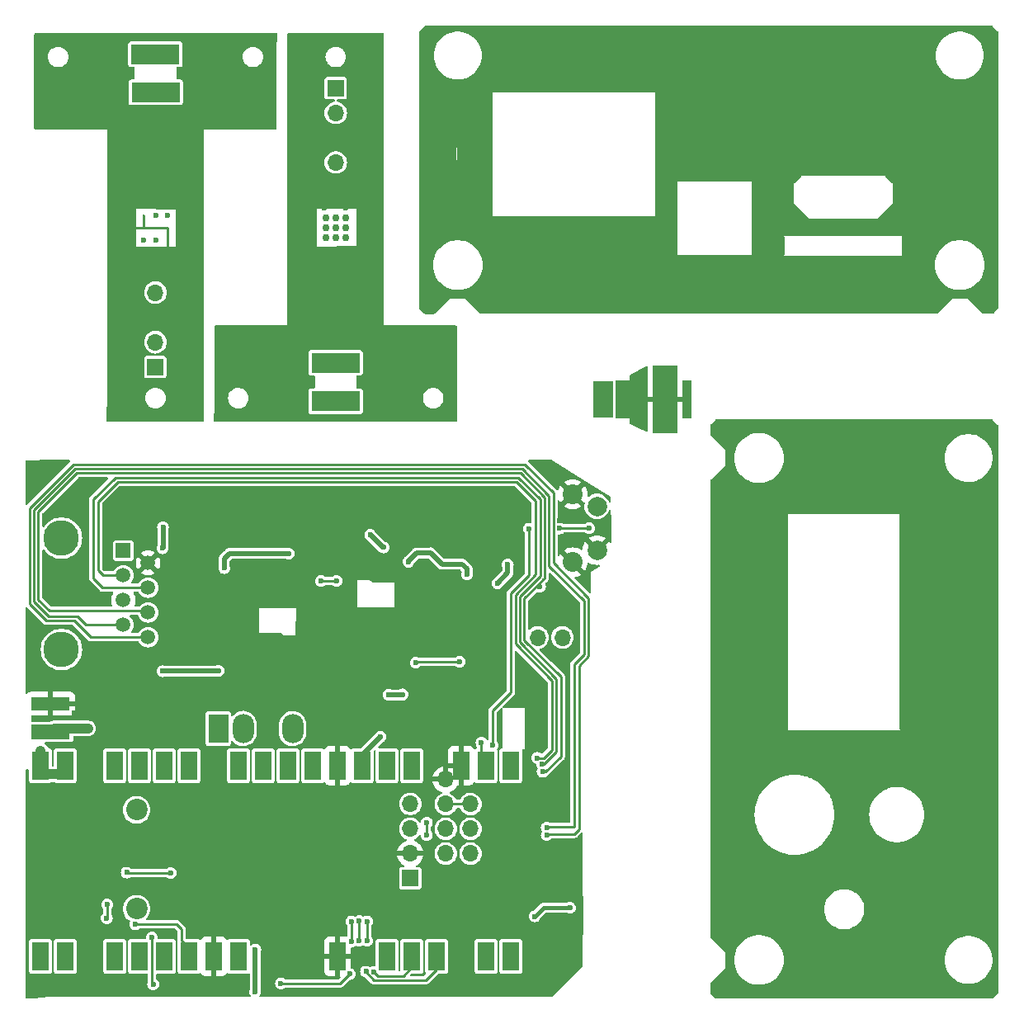
<source format=gbr>
G04 #@! TF.GenerationSoftware,KiCad,Pcbnew,7.0.1-0*
G04 #@! TF.CreationDate,2023-06-29T07:12:14-04:00*
G04 #@! TF.ProjectId,CosmicWatch,436f736d-6963-4576-9174-63682e6b6963,rev?*
G04 #@! TF.SameCoordinates,Original*
G04 #@! TF.FileFunction,Copper,L1,Top*
G04 #@! TF.FilePolarity,Positive*
%FSLAX46Y46*%
G04 Gerber Fmt 4.6, Leading zero omitted, Abs format (unit mm)*
G04 Created by KiCad (PCBNEW 7.0.1-0) date 2023-06-29 07:12:14*
%MOMM*%
%LPD*%
G01*
G04 APERTURE LIST*
G04 #@! TA.AperFunction,SMDPad,CuDef*
%ADD10R,4.000000X1.500000*%
G04 #@! TD*
G04 #@! TA.AperFunction,ComponentPad*
%ADD11R,4.000000X1.400000*%
G04 #@! TD*
G04 #@! TA.AperFunction,ComponentPad*
%ADD12R,2.000000X4.000000*%
G04 #@! TD*
G04 #@! TA.AperFunction,ComponentPad*
%ADD13R,1.700000X1.700000*%
G04 #@! TD*
G04 #@! TA.AperFunction,ComponentPad*
%ADD14O,1.700000X1.700000*%
G04 #@! TD*
G04 #@! TA.AperFunction,ComponentPad*
%ADD15C,2.032000*%
G04 #@! TD*
G04 #@! TA.AperFunction,ComponentPad*
%ADD16C,2.000000*%
G04 #@! TD*
G04 #@! TA.AperFunction,ComponentPad*
%ADD17R,2.000000X3.000000*%
G04 #@! TD*
G04 #@! TA.AperFunction,ComponentPad*
%ADD18O,2.200000X3.000000*%
G04 #@! TD*
G04 #@! TA.AperFunction,ComponentPad*
%ADD19R,5.000000X2.000000*%
G04 #@! TD*
G04 #@! TA.AperFunction,SMDPad,CuDef*
%ADD20R,1.700000X3.000000*%
G04 #@! TD*
G04 #@! TA.AperFunction,SMDPad,CuDef*
%ADD21C,0.750000*%
G04 #@! TD*
G04 #@! TA.AperFunction,ComponentPad*
%ADD22C,0.750000*%
G04 #@! TD*
G04 #@! TA.AperFunction,ComponentPad*
%ADD23R,2.000000X3.800000*%
G04 #@! TD*
G04 #@! TA.AperFunction,ComponentPad*
%ADD24R,2.500000X7.000000*%
G04 #@! TD*
G04 #@! TA.AperFunction,SMDPad,CuDef*
%ADD25R,2.000000X0.500000*%
G04 #@! TD*
G04 #@! TA.AperFunction,ComponentPad*
%ADD26C,0.600000*%
G04 #@! TD*
G04 #@! TA.AperFunction,SMDPad,CuDef*
%ADD27C,0.270000*%
G04 #@! TD*
G04 #@! TA.AperFunction,WasherPad*
%ADD28C,3.650000*%
G04 #@! TD*
G04 #@! TA.AperFunction,ComponentPad*
%ADD29R,1.500000X1.500000*%
G04 #@! TD*
G04 #@! TA.AperFunction,ComponentPad*
%ADD30C,1.500000*%
G04 #@! TD*
G04 #@! TA.AperFunction,ComponentPad*
%ADD31C,2.200000*%
G04 #@! TD*
G04 #@! TA.AperFunction,ViaPad*
%ADD32C,0.600000*%
G04 #@! TD*
G04 #@! TA.AperFunction,Conductor*
%ADD33C,0.250000*%
G04 #@! TD*
G04 #@! TA.AperFunction,Conductor*
%ADD34C,0.400000*%
G04 #@! TD*
G04 #@! TA.AperFunction,Conductor*
%ADD35C,0.500000*%
G04 #@! TD*
G04 #@! TA.AperFunction,Conductor*
%ADD36C,1.000000*%
G04 #@! TD*
G04 APERTURE END LIST*
D10*
X142600000Y-102460000D03*
D11*
X142600000Y-99560000D03*
D12*
X192230000Y-102110000D03*
D13*
X195105000Y-90235000D03*
D14*
X195105000Y-92775000D03*
X192565000Y-90235000D03*
X192565000Y-92775000D03*
D15*
X196162500Y-85060000D03*
D16*
X198662500Y-83810000D03*
D15*
X196162500Y-78060000D03*
D16*
X198662500Y-79310000D03*
D17*
X159810000Y-102110000D03*
D18*
X162350000Y-102110000D03*
X164890000Y-102110000D03*
X167430000Y-102110000D03*
D13*
X153355023Y-65008630D03*
D14*
X153355023Y-62468630D03*
X153355023Y-59928630D03*
X153355023Y-57388630D03*
D19*
X153405000Y-36835000D03*
D13*
X179505000Y-117480000D03*
D14*
X179505000Y-114940000D03*
X179505000Y-112400000D03*
X179505000Y-109860000D03*
D20*
X141550000Y-125500000D03*
X144090000Y-125500000D03*
X146630000Y-125500000D03*
X149170000Y-125500000D03*
X151710000Y-125500000D03*
X154250000Y-125500000D03*
X156790000Y-125500000D03*
X159330000Y-125500000D03*
X161870000Y-125500000D03*
X172030000Y-125500000D03*
X177110000Y-125500000D03*
X179650000Y-125500000D03*
X182190000Y-125500000D03*
X184730000Y-125500000D03*
X187270000Y-125500000D03*
X189810000Y-125500000D03*
X189810000Y-105920000D03*
X187270000Y-105920000D03*
X184730000Y-105920000D03*
X179650000Y-105920000D03*
X177110000Y-105920000D03*
X174570000Y-105920000D03*
X172030000Y-105920000D03*
X169490000Y-105920000D03*
X166950000Y-105920000D03*
X164410000Y-105920000D03*
X161870000Y-105920000D03*
X159330000Y-105920000D03*
X156790000Y-105920000D03*
X154250000Y-105920000D03*
X151710000Y-105920000D03*
X149170000Y-105920000D03*
X146630000Y-105920000D03*
X144090000Y-105920000D03*
X141550000Y-105920000D03*
D19*
X153355000Y-32935000D03*
X171830000Y-68535000D03*
X171830000Y-64585000D03*
D13*
X171855023Y-36408630D03*
D14*
X171855023Y-38948630D03*
X171855023Y-41488630D03*
X171855023Y-44028630D03*
D21*
X170855023Y-51758630D03*
X172855023Y-51758630D03*
X171855023Y-50758630D03*
X170855023Y-49758630D03*
X172855023Y-49758630D03*
D22*
X171855023Y-49758630D03*
X172855023Y-50758630D03*
X170855023Y-50758630D03*
D21*
X171855023Y-51758630D03*
D23*
X199255000Y-68335000D03*
D24*
X205630000Y-68335000D03*
D25*
X207580000Y-40700000D03*
X207580000Y-40700000D03*
X207580000Y-41500000D03*
X207580000Y-42300000D03*
D26*
X152110000Y-52000000D03*
D27*
X152110000Y-50740000D03*
X152110000Y-49480000D03*
D26*
X153370000Y-52000000D03*
X153370000Y-49480000D03*
D27*
X154630000Y-52000000D03*
X154630000Y-50740000D03*
D26*
X154630000Y-49480000D03*
D28*
X143710000Y-82580000D03*
X143710000Y-94010000D03*
D29*
X150060000Y-83850000D03*
D30*
X152600000Y-85120000D03*
X150060000Y-86390000D03*
X152600000Y-87660000D03*
X150060000Y-88930000D03*
X152600000Y-90200000D03*
X150060000Y-91470000D03*
X152600000Y-92740000D03*
D31*
X151420000Y-120614500D03*
X151420000Y-110464500D03*
D14*
X183140000Y-107330000D03*
X185680000Y-109870000D03*
X183140000Y-109870000D03*
X185680000Y-112410000D03*
X183140000Y-112410000D03*
X185680000Y-114950000D03*
X183140000Y-114950000D03*
D32*
X162330000Y-103310000D03*
X162360000Y-100900000D03*
X161870000Y-106820000D03*
X174955000Y-127060000D03*
X174250000Y-121885000D03*
X193505500Y-112260000D03*
X174250000Y-123910000D03*
X175764785Y-127065303D03*
X175063766Y-123909500D03*
X193505500Y-113059503D03*
X181205000Y-113060000D03*
X175075000Y-121910500D03*
X181205000Y-111760000D03*
X194830228Y-81592069D03*
X197855000Y-81560000D03*
X177280000Y-98660000D03*
X188447878Y-87217122D03*
X178704500Y-98620000D03*
X189505000Y-85310000D03*
X192280000Y-121390000D03*
X160410000Y-85650000D03*
X167020000Y-84160000D03*
X195880500Y-120509500D03*
X170340000Y-86990000D03*
X171940000Y-86970000D03*
X153120025Y-128360500D03*
X153000000Y-123580000D03*
X151680000Y-106810000D03*
X173450904Y-121910500D03*
X166230000Y-128260000D03*
X173454263Y-123987507D03*
X173271268Y-127310500D03*
X149280000Y-115760000D03*
X146930000Y-114110000D03*
X144130000Y-97560000D03*
X149930000Y-97610000D03*
X152430000Y-97610000D03*
X153730000Y-97610000D03*
X154980000Y-97610000D03*
X156130000Y-97610000D03*
X145430000Y-120210000D03*
X154705023Y-58608630D03*
X153355023Y-66558630D03*
X151255023Y-66858630D03*
X151255023Y-69308630D03*
X154755023Y-56108630D03*
X151955023Y-56158630D03*
X151905023Y-58658630D03*
X149405023Y-69308630D03*
X154755023Y-55258630D03*
X151955023Y-54608630D03*
X151705023Y-63558630D03*
X151180000Y-97610000D03*
X175455023Y-39758630D03*
X174355023Y-38658630D03*
X173505023Y-37758630D03*
X170305023Y-37858630D03*
X175655023Y-66958630D03*
X175655023Y-69558630D03*
X171855023Y-34858630D03*
X170255023Y-42858630D03*
X170355023Y-40258630D03*
X150705023Y-62508630D03*
X149405023Y-61208630D03*
X173405023Y-42858630D03*
X176305023Y-41158630D03*
X176305023Y-43608630D03*
X176305023Y-45958630D03*
X172855023Y-48708630D03*
X170655023Y-48708630D03*
X155405023Y-69358630D03*
X155405023Y-66908630D03*
X157255023Y-69358630D03*
X157255023Y-66908630D03*
X167955000Y-66958630D03*
X167955000Y-69558630D03*
X149155023Y-59058630D03*
X149155023Y-56958630D03*
X149155023Y-55008630D03*
X149155023Y-53158630D03*
X149405023Y-66858630D03*
X149405023Y-64408630D03*
X156155023Y-65558630D03*
X157405023Y-64058630D03*
X157405023Y-61608630D03*
X157405023Y-59458630D03*
X157405023Y-57508630D03*
X155455023Y-57908630D03*
X155405023Y-60108630D03*
X155405023Y-62258630D03*
X157405023Y-56208630D03*
X157605023Y-48208630D03*
X153355023Y-45658630D03*
X153355023Y-42508630D03*
X149105023Y-45658630D03*
X157605023Y-42508630D03*
X157605023Y-45608630D03*
X155505023Y-43958630D03*
X151255023Y-44058630D03*
X173905023Y-32008630D03*
X173905023Y-34608630D03*
X175755023Y-32008630D03*
X175755023Y-34608630D03*
X167855023Y-31958630D03*
X167855023Y-34558630D03*
X169705023Y-34558630D03*
X169705023Y-31958630D03*
X167855023Y-37058630D03*
X167855023Y-39658630D03*
X167855023Y-42108630D03*
X167855023Y-44708630D03*
X167855023Y-47308630D03*
X167905023Y-52708630D03*
X167905023Y-50108630D03*
X167905023Y-57808630D03*
X167905023Y-55208630D03*
X167955023Y-62508630D03*
X167955023Y-65108630D03*
X167955023Y-60008630D03*
X175655023Y-57358630D03*
X175655023Y-62458630D03*
X175655023Y-65058630D03*
X175655023Y-59958630D03*
X170565023Y-56158630D03*
X173165023Y-56158630D03*
X186780000Y-83485000D03*
X149155023Y-42458630D03*
X178555000Y-86760000D03*
X173165023Y-58585000D03*
X187410000Y-110670000D03*
X194804500Y-80792981D03*
X170565023Y-60960000D03*
X186330000Y-100085000D03*
X193955000Y-75960000D03*
X185290000Y-121330000D03*
X158630000Y-97610000D03*
X192020000Y-125900000D03*
X165480000Y-85650000D03*
X164480000Y-117310000D03*
X143280000Y-99560000D03*
X156180000Y-49460000D03*
X157105023Y-39208630D03*
X156880000Y-100560000D03*
X159480000Y-120060000D03*
X142855000Y-39258630D03*
X159730000Y-112110000D03*
X177860000Y-81100000D03*
X185380000Y-91060000D03*
X167380000Y-117310000D03*
X182655000Y-65135000D03*
X146820000Y-106420000D03*
X153180000Y-100560000D03*
X191955000Y-100535000D03*
X188670000Y-110670000D03*
X168580000Y-115410000D03*
X157105023Y-36608630D03*
X149405023Y-36658630D03*
X191710000Y-116230000D03*
X149405023Y-31910000D03*
X161730000Y-112160000D03*
X163380000Y-97610000D03*
X172180000Y-95185000D03*
X162530000Y-115360000D03*
X140880000Y-95060000D03*
X162130000Y-94260000D03*
X172630000Y-98960000D03*
X179254977Y-69560000D03*
X148730000Y-97620000D03*
X188690000Y-116220000D03*
X173165023Y-60960000D03*
X150455000Y-78610000D03*
X182730000Y-96885000D03*
X193360000Y-109190000D03*
X164730000Y-69558630D03*
X167230000Y-115410000D03*
X182800000Y-81370000D03*
X170180000Y-92160000D03*
X182590000Y-119620000D03*
X172255000Y-103310000D03*
X191680000Y-114860000D03*
X171430000Y-120335000D03*
X205255000Y-65835000D03*
X166132698Y-115391238D03*
X161730000Y-113160000D03*
X144805000Y-78560000D03*
X151930000Y-103660000D03*
X168430000Y-117910000D03*
X182655000Y-62535000D03*
X176240000Y-84950000D03*
X180870000Y-81070000D03*
X168880000Y-97910000D03*
X147755000Y-95035000D03*
X159730000Y-111110000D03*
X142830000Y-97560000D03*
X154830000Y-109310000D03*
X157105023Y-34458630D03*
X158030000Y-103660000D03*
X164730000Y-66958630D03*
X149480000Y-100570000D03*
X188330000Y-78810000D03*
X187400000Y-114850000D03*
X164680000Y-97610000D03*
X161680000Y-117260000D03*
X160705000Y-31910000D03*
X154480000Y-100560000D03*
X160530000Y-80560000D03*
X156405000Y-87060000D03*
X163030000Y-117310000D03*
X160705000Y-39260000D03*
X155855000Y-94835000D03*
X233280000Y-39435000D03*
X168880000Y-96760000D03*
X147410000Y-97620000D03*
X160705000Y-36660000D03*
X155730000Y-100560000D03*
X169480000Y-120310000D03*
X161730000Y-114260000D03*
X182680000Y-92085000D03*
X189320000Y-120910000D03*
X231280000Y-102310000D03*
X180880000Y-85010000D03*
X187430000Y-116220000D03*
X180375000Y-121310000D03*
X185330000Y-89460000D03*
X174380000Y-103060000D03*
X176555000Y-78260000D03*
X164780000Y-96185000D03*
X141430000Y-99560000D03*
X145120000Y-98220000D03*
X161730000Y-109110000D03*
X170830000Y-117310000D03*
X159730000Y-113110000D03*
X189915000Y-117940000D03*
X158080000Y-100560000D03*
X159730000Y-110060000D03*
X142380000Y-86610000D03*
X217230000Y-123060000D03*
X170230000Y-94710000D03*
X179505000Y-103110000D03*
X181955000Y-78335000D03*
X164730023Y-62508630D03*
X169030000Y-92160000D03*
X153405000Y-39610000D03*
X189300000Y-119940000D03*
X165980000Y-96310000D03*
X163530000Y-80510000D03*
X190680000Y-85935000D03*
X145050000Y-100540000D03*
X188660000Y-114850000D03*
X237830000Y-100360000D03*
X172180000Y-91560000D03*
X145955000Y-122535000D03*
X158855000Y-94760000D03*
X145155000Y-86210000D03*
X163105000Y-91685000D03*
X141480000Y-76160000D03*
X191690000Y-110680000D03*
X146180023Y-31910000D03*
X159730000Y-109060000D03*
X190055000Y-114850000D03*
X149405023Y-34510000D03*
X168630000Y-90260000D03*
X183905000Y-102060000D03*
X149480000Y-103670000D03*
X161730000Y-110110000D03*
X161405000Y-65108630D03*
X186330000Y-102060000D03*
X188355000Y-83535000D03*
X160705000Y-34510000D03*
X142855000Y-36658630D03*
X188670000Y-109180000D03*
X164780000Y-115410000D03*
X169780000Y-116285000D03*
X190905000Y-98335000D03*
X165930000Y-117310000D03*
X164880000Y-100960000D03*
X169030000Y-80510000D03*
X168880000Y-95510000D03*
X165980000Y-97610000D03*
X205405000Y-70460000D03*
X173180000Y-88485000D03*
X164105000Y-39285000D03*
X165980000Y-94960000D03*
X179255000Y-65110000D03*
X168880000Y-99210000D03*
X171430000Y-118735000D03*
X183905000Y-100110000D03*
X188710000Y-123070000D03*
X193380000Y-116230000D03*
X151930000Y-100560000D03*
X174330000Y-83235000D03*
X150680000Y-100560000D03*
X159830000Y-115310000D03*
X149430023Y-50458630D03*
X236630000Y-108210000D03*
X193360000Y-110680000D03*
X146630000Y-125410000D03*
X159730000Y-114210000D03*
X159330000Y-106660000D03*
X218830000Y-105010000D03*
X150596000Y-112456000D03*
X161730000Y-108110000D03*
X191705000Y-80585000D03*
X141430000Y-97560000D03*
X172230000Y-101260000D03*
X155730000Y-103660000D03*
X157405023Y-54885000D03*
X159730000Y-108060000D03*
X157955000Y-87035000D03*
X164105000Y-36685000D03*
X179255000Y-62510000D03*
X172030000Y-85635000D03*
X185380000Y-87860000D03*
X148360000Y-103540000D03*
X177400000Y-118310000D03*
X150855000Y-95060000D03*
X193005000Y-98335000D03*
X236580000Y-102310000D03*
X166530000Y-120710000D03*
X183530000Y-78860000D03*
X191980000Y-103610000D03*
X188855000Y-88785000D03*
X190065000Y-110670000D03*
X170180000Y-93410000D03*
X177805000Y-116410000D03*
X187410000Y-109180000D03*
X150680000Y-103660000D03*
X172130000Y-125410000D03*
X175355000Y-97485000D03*
X185180000Y-93335000D03*
X153180000Y-103660000D03*
X154905023Y-53808630D03*
X156880000Y-103660000D03*
X199180000Y-81560000D03*
X146180023Y-36658630D03*
X193350000Y-114860000D03*
X154830000Y-118060000D03*
X157105023Y-31858630D03*
X176305000Y-97485000D03*
X180230000Y-92060000D03*
X169480000Y-118810000D03*
X190085000Y-116220000D03*
X191690000Y-109190000D03*
X159780000Y-97610000D03*
X216030000Y-106060000D03*
X161730000Y-111160000D03*
X169710000Y-101530000D03*
X189830000Y-81260000D03*
X170565023Y-58585000D03*
X159330000Y-105210000D03*
X161405000Y-62508630D03*
X179254977Y-66960000D03*
X232380000Y-105460000D03*
X149405023Y-39258630D03*
X164730023Y-65108630D03*
X156430000Y-80210000D03*
X169750000Y-103010000D03*
X235230000Y-40685000D03*
X162230000Y-97610000D03*
X163230000Y-96185000D03*
X146180023Y-34510000D03*
X172655000Y-97360000D03*
X157380000Y-97610000D03*
X169670000Y-100000000D03*
X146110000Y-97610000D03*
X163680000Y-115410000D03*
X154480000Y-103660000D03*
X175705023Y-54860000D03*
X180400000Y-122910000D03*
X160980000Y-97610000D03*
X160730000Y-116310000D03*
X190065000Y-109180000D03*
X146180023Y-39258630D03*
X167410000Y-100910000D03*
X167410000Y-103310000D03*
X179650000Y-106820000D03*
X193034160Y-105759500D03*
X192530000Y-105135000D03*
X177110000Y-106820000D03*
X144080000Y-125760000D03*
X148359454Y-121564500D03*
X150400501Y-116900000D03*
X148395500Y-120180000D03*
X149170000Y-124600000D03*
X154920000Y-116931100D03*
X151710000Y-124600000D03*
X154250000Y-124600000D03*
X151270000Y-122220000D03*
X159140000Y-103280000D03*
X160490000Y-103310000D03*
X160480000Y-100930000D03*
X159150000Y-100930000D03*
X189810000Y-106820000D03*
X193082902Y-106557515D03*
X192805000Y-87560500D03*
X141590000Y-104390000D03*
X198980000Y-67060000D03*
X198980000Y-69510000D03*
X151955000Y-36910000D03*
X154905000Y-36860000D03*
X170080000Y-64610000D03*
X173705000Y-64610000D03*
X170080000Y-68560000D03*
X173530000Y-68560000D03*
X151730000Y-32810000D03*
X154780000Y-32860000D03*
X163580000Y-129110000D03*
X163605000Y-124785000D03*
X146430000Y-102110000D03*
X184559500Y-95260000D03*
X180055000Y-95360000D03*
X164355000Y-105710000D03*
X187955000Y-103835000D03*
X166930000Y-106510000D03*
X191680000Y-81610000D03*
X154100023Y-83614977D03*
X159829502Y-96185000D03*
X179320000Y-84990000D03*
X175390500Y-82260000D03*
X154105000Y-96235000D03*
X176755000Y-83535000D03*
X185330000Y-86310000D03*
X154130000Y-81460000D03*
X176430000Y-102960000D03*
X186805000Y-103560000D03*
X187280000Y-126660000D03*
X189805000Y-126585000D03*
D33*
X146197500Y-91477500D02*
X146205000Y-91470000D01*
X145116386Y-75460010D02*
X140880000Y-79696396D01*
X145330000Y-90610000D02*
X146197500Y-91477500D01*
X193730000Y-85196396D02*
X193730000Y-78210000D01*
X181105000Y-127935000D02*
X182190000Y-126850000D01*
X197355000Y-89035000D02*
X197355000Y-94498604D01*
X190980010Y-75460010D02*
X145116386Y-75460010D01*
X197355000Y-94498604D02*
X197286802Y-94566802D01*
X196355000Y-112235000D02*
X193530500Y-112235000D01*
X196355000Y-96685000D02*
X196355000Y-112235000D01*
X146205000Y-91470000D02*
X150060000Y-91470000D01*
X193730000Y-78210000D02*
X190980010Y-75460010D01*
X196355000Y-95498604D02*
X196355000Y-96635000D01*
X193730000Y-85196396D02*
X193730000Y-85410000D01*
X140880000Y-89123604D02*
X142366396Y-90610000D01*
X140880000Y-79696396D02*
X140880000Y-89123604D01*
X197286802Y-94566802D02*
X196355000Y-95498604D01*
X193530500Y-112235000D02*
X193505500Y-112260000D01*
X142366396Y-90610000D02*
X145330000Y-90610000D01*
X182190000Y-126850000D02*
X182190000Y-124600000D01*
X174955000Y-127139402D02*
X175750598Y-127935000D01*
X193730000Y-85410000D02*
X197355000Y-89035000D01*
X174250000Y-123910000D02*
X174250000Y-121885000D01*
X196355000Y-96635000D02*
X196355000Y-96685000D01*
X175750598Y-127935000D02*
X181105000Y-127935000D01*
X194180000Y-77910000D02*
X191280000Y-75010000D01*
X196805000Y-111985000D02*
X196805000Y-112421396D01*
X191280000Y-75010000D02*
X144930000Y-75010000D01*
X196805000Y-112421396D02*
X196291396Y-112935000D01*
X194180000Y-85110000D02*
X194180000Y-77910000D01*
X144930000Y-75010000D02*
X140430000Y-79510000D01*
X196155000Y-112935000D02*
X193630003Y-112935000D01*
X142180000Y-91060000D02*
X145030000Y-91060000D01*
X181205000Y-111760000D02*
X181205000Y-113060000D01*
X197805000Y-94685000D02*
X197805000Y-88735000D01*
X146725000Y-92740000D02*
X152600000Y-92740000D01*
X140430000Y-79510000D02*
X140430000Y-89310000D01*
X196805000Y-111985000D02*
X196805000Y-95685000D01*
X193630003Y-112935000D02*
X193505500Y-113059503D01*
X175063766Y-121921734D02*
X175075000Y-121910500D01*
X175063766Y-123909500D02*
X175063766Y-121921734D01*
X196291396Y-112935000D02*
X196155000Y-112935000D01*
X178780000Y-127485000D02*
X176184482Y-127485000D01*
X145030000Y-91060000D02*
X146717500Y-92747500D01*
X196805000Y-95685000D02*
X197805000Y-94685000D01*
X140430000Y-89310000D02*
X142180000Y-91060000D01*
X176184482Y-127485000D02*
X175764785Y-127065303D01*
X146717500Y-92747500D02*
X146725000Y-92740000D01*
X197805000Y-88735000D02*
X194180000Y-85110000D01*
X179650000Y-126615000D02*
X178780000Y-127485000D01*
X195480000Y-81560000D02*
X194862297Y-81560000D01*
X197855000Y-81560000D02*
X195480000Y-81560000D01*
X194862297Y-81560000D02*
X194830228Y-81592069D01*
D34*
X193160500Y-120509500D02*
X192280000Y-121390000D01*
D35*
X167030000Y-84160000D02*
X160930000Y-84160000D01*
X160930000Y-84160000D02*
X160780000Y-84310000D01*
X160780000Y-84310000D02*
X160410000Y-84680000D01*
X177280000Y-98660000D02*
X178664500Y-98660000D01*
X189505000Y-86160000D02*
X188447878Y-87217122D01*
X189505000Y-85310000D02*
X189505000Y-86160000D01*
X178664500Y-98660000D02*
X178704500Y-98620000D01*
D34*
X195880500Y-120509500D02*
X193160500Y-120509500D01*
D35*
X160410000Y-84680000D02*
X160410000Y-85650000D01*
D33*
X170340000Y-86990000D02*
X171920000Y-86990000D01*
X171920000Y-86990000D02*
X171940000Y-86970000D01*
X173454263Y-121913859D02*
X173450904Y-121910500D01*
X185680000Y-109870000D02*
X183140000Y-109870000D01*
X173454263Y-123987507D02*
X173454263Y-121913859D01*
X153000000Y-123580000D02*
X153000000Y-128240475D01*
X151690000Y-106820000D02*
X151680000Y-106810000D01*
X171980000Y-128260000D02*
X172321768Y-128260000D01*
X172321768Y-128260000D02*
X173271268Y-127310500D01*
X153000000Y-128240475D02*
X153120025Y-128360500D01*
X151710000Y-106820000D02*
X151690000Y-106820000D01*
X166230000Y-128260000D02*
X171980000Y-128260000D01*
X154630000Y-52000000D02*
X154630000Y-53533607D01*
X196162500Y-78060000D02*
X194804500Y-79418000D01*
X159330000Y-104960000D02*
X159330000Y-106820000D01*
X146630000Y-124600000D02*
X146630000Y-123210000D01*
X149711393Y-50740000D02*
X149430023Y-50458630D01*
D36*
X146630000Y-106820000D02*
X146630000Y-106610000D01*
D33*
X152110000Y-50740000D02*
X152110000Y-49480000D01*
X152110000Y-50740000D02*
X149711393Y-50740000D01*
X194804500Y-79418000D02*
X194804500Y-80792981D01*
D36*
X146630000Y-106610000D02*
X146820000Y-106420000D01*
D33*
X154630000Y-53533607D02*
X154905023Y-53808630D01*
X146630000Y-123210000D02*
X145955000Y-122535000D01*
X154630000Y-50740000D02*
X152110000Y-50740000D01*
X154630000Y-52000000D02*
X154630000Y-50740000D01*
X191980000Y-103610000D02*
X191905000Y-103685000D01*
X158030000Y-103660000D02*
X159330000Y-104960000D01*
X146980000Y-78596396D02*
X149216376Y-76360020D01*
X147945000Y-87660000D02*
X147937500Y-87667500D01*
X192830000Y-86498604D02*
X190730000Y-88598604D01*
X149216376Y-76360020D02*
X190607228Y-76360020D01*
X190730000Y-88598604D02*
X190730000Y-93238097D01*
X193216896Y-105759500D02*
X193034160Y-105759500D01*
X147937500Y-87667500D02*
X146980000Y-86710000D01*
X190730000Y-93238097D02*
X194505000Y-97013097D01*
X194505000Y-97013097D02*
X194505000Y-104471396D01*
X194505000Y-104471396D02*
X193216896Y-105759500D01*
X190607228Y-76360020D02*
X192830000Y-78582792D01*
X146980000Y-86710000D02*
X146980000Y-78596396D01*
X152600000Y-87660000D02*
X147945000Y-87660000D01*
X192830000Y-78582792D02*
X192830000Y-86498604D01*
X149479980Y-76810020D02*
X147480000Y-78810000D01*
X192530000Y-105135000D02*
X193205000Y-105135000D01*
X194055000Y-97199493D02*
X190280000Y-93424493D01*
X192380000Y-86312208D02*
X192380000Y-78769188D01*
X147480000Y-85910000D02*
X147960000Y-86390000D01*
X147960000Y-86390000D02*
X150060000Y-86390000D01*
X190280000Y-88412208D02*
X192380000Y-86312208D01*
X194055000Y-104285000D02*
X194055000Y-97199493D01*
X192380000Y-78769188D02*
X190420832Y-76810020D01*
X193205000Y-105135000D02*
X194055000Y-104285000D01*
X147480000Y-78810000D02*
X147480000Y-85910000D01*
X190280000Y-93424493D02*
X190280000Y-88412208D01*
X190420832Y-76810020D02*
X149479980Y-76810020D01*
X148395500Y-120180000D02*
X148395500Y-121528454D01*
X150430501Y-116930000D02*
X150400501Y-116900000D01*
X148395500Y-121528454D02*
X148359454Y-121564500D01*
X153400000Y-116930000D02*
X150430501Y-116930000D01*
X154920000Y-116931100D02*
X153401100Y-116931100D01*
X153401100Y-116931100D02*
X153400000Y-116930000D01*
X151270000Y-122220000D02*
X155540000Y-122220000D01*
X156055000Y-123865000D02*
X156790000Y-124600000D01*
X156055000Y-122735000D02*
X156055000Y-123865000D01*
X155540000Y-122220000D02*
X156055000Y-122735000D01*
X191180000Y-88785000D02*
X191180000Y-93051701D01*
X192805000Y-87560500D02*
X192755500Y-87560500D01*
X194955000Y-96826701D02*
X194955000Y-97135000D01*
X141330000Y-88937208D02*
X141330000Y-79882792D01*
X194955000Y-104964047D02*
X193361532Y-106557515D01*
X152600000Y-90200000D02*
X152448604Y-90048604D01*
X193361532Y-106557515D02*
X193082902Y-106557515D01*
X192580000Y-87385000D02*
X191180000Y-88785000D01*
X152448604Y-90048604D02*
X142441396Y-90048604D01*
X193280000Y-78396396D02*
X193280000Y-86685000D01*
X191180000Y-93051701D02*
X194955000Y-96826701D01*
X142441396Y-90048604D02*
X141330000Y-88937208D01*
X193280000Y-86685000D02*
X193130000Y-86835000D01*
X145302772Y-75910020D02*
X190793624Y-75910020D01*
X193130000Y-86835000D02*
X192580000Y-87385000D01*
X141330000Y-79882792D02*
X145302772Y-75910020D01*
X190793624Y-75910020D02*
X193280000Y-78396396D01*
X194955000Y-97135000D02*
X194955000Y-104964047D01*
X192755500Y-87560500D02*
X192580000Y-87385000D01*
D36*
X141550000Y-106820000D02*
X144090000Y-106820000D01*
X141550000Y-104430000D02*
X141590000Y-104390000D01*
X141550000Y-106820000D02*
X141550000Y-104430000D01*
D35*
X163580000Y-129110000D02*
X163580000Y-125860000D01*
X163580000Y-125860000D02*
X163580000Y-124810000D01*
X163580000Y-124810000D02*
X163605000Y-124785000D01*
D36*
X146430000Y-102110000D02*
X142950000Y-102110000D01*
X142950000Y-102110000D02*
X142600000Y-102460000D01*
D33*
X164410000Y-106820000D02*
X164410000Y-105765000D01*
X184559500Y-95260000D02*
X180155000Y-95260000D01*
X180155000Y-95260000D02*
X180055000Y-95360000D01*
X164410000Y-105765000D02*
X164355000Y-105710000D01*
X187955000Y-103835000D02*
X187955000Y-100285000D01*
X189830000Y-98410000D02*
X189830000Y-88225812D01*
X166950000Y-106530000D02*
X166930000Y-106510000D01*
X189830000Y-88225812D02*
X191680000Y-86375812D01*
X187955000Y-100285000D02*
X189830000Y-98410000D01*
X166950000Y-106820000D02*
X166950000Y-106530000D01*
X191680000Y-86375812D02*
X191680000Y-81610000D01*
D35*
X184855000Y-85260000D02*
X185330000Y-85735000D01*
X182755000Y-85260000D02*
X184855000Y-85260000D01*
X181555000Y-84110000D02*
X181580000Y-84085000D01*
X154130000Y-81460000D02*
X154130000Y-83585000D01*
X176665500Y-83535000D02*
X175390500Y-82260000D01*
X176755000Y-83535000D02*
X176665500Y-83535000D01*
X154105000Y-96235000D02*
X159779502Y-96235000D01*
X181580000Y-84085000D02*
X182755000Y-85260000D01*
X159779502Y-96235000D02*
X159829502Y-96185000D01*
X185330000Y-85735000D02*
X185330000Y-86310000D01*
X180130000Y-84110000D02*
X181555000Y-84110000D01*
X179320000Y-84920000D02*
X180130000Y-84110000D01*
X179320000Y-84990000D02*
X179320000Y-84920000D01*
X154130000Y-83585000D02*
X154100023Y-83614977D01*
X176430000Y-102960000D02*
X174570000Y-104820000D01*
X174570000Y-104820000D02*
X174570000Y-106820000D01*
D33*
X186805000Y-103560000D02*
X186805000Y-106355000D01*
X187270000Y-124600000D02*
X187270000Y-126650000D01*
X187270000Y-126650000D02*
X187280000Y-126660000D01*
X189810000Y-124600000D02*
X189810000Y-126580000D01*
X189810000Y-126580000D02*
X189805000Y-126585000D01*
G04 #@! TA.AperFunction,Conductor*
G36*
X239255960Y-70418036D02*
G01*
X239288078Y-70439496D01*
X239800504Y-70951922D01*
X239821964Y-70984040D01*
X239829500Y-71021926D01*
X239829500Y-129198074D01*
X239821964Y-129235960D01*
X239800504Y-129268078D01*
X239288078Y-129780504D01*
X239255960Y-129801964D01*
X239218074Y-129809500D01*
X210841926Y-129809500D01*
X210804040Y-129801964D01*
X210771922Y-129780504D01*
X210359496Y-129368078D01*
X210338036Y-129335960D01*
X210330500Y-129298074D01*
X210330500Y-128221926D01*
X210338036Y-128184040D01*
X210359496Y-128151922D01*
X210705915Y-127805503D01*
X211794682Y-126716734D01*
X211812411Y-126704890D01*
X211818649Y-126698651D01*
X211818651Y-126698651D01*
X211825385Y-126682393D01*
X211834661Y-126660000D01*
X211834661Y-126651179D01*
X211830500Y-126630262D01*
X211830500Y-125860000D01*
X212724457Y-125860000D01*
X212744608Y-126180299D01*
X212804742Y-126495531D01*
X212804743Y-126495535D01*
X212804744Y-126495538D01*
X212891931Y-126763873D01*
X212903917Y-126800760D01*
X213030607Y-127069990D01*
X213040561Y-127091142D01*
X213212522Y-127362110D01*
X213417089Y-127609390D01*
X213651036Y-127829080D01*
X213910672Y-128017716D01*
X213910675Y-128017718D01*
X214191901Y-128172323D01*
X214191903Y-128172324D01*
X214490294Y-128290466D01*
X214731637Y-128352432D01*
X214801143Y-128370278D01*
X215119533Y-128410500D01*
X215119536Y-128410500D01*
X215440464Y-128410500D01*
X215440467Y-128410500D01*
X215758856Y-128370278D01*
X215758858Y-128370277D01*
X215758861Y-128370277D01*
X216069706Y-128290466D01*
X216368097Y-128172324D01*
X216649328Y-128017716D01*
X216908964Y-127829080D01*
X217142911Y-127609390D01*
X217347478Y-127362110D01*
X217519439Y-127091142D01*
X217656084Y-126800758D01*
X217755256Y-126495538D01*
X217815392Y-126180294D01*
X217835543Y-125860000D01*
X234324655Y-125860000D01*
X234344016Y-126167742D01*
X234401792Y-126470612D01*
X234401793Y-126470616D01*
X234401794Y-126470619D01*
X234494896Y-126757159D01*
X234497079Y-126763875D01*
X234624543Y-127034750D01*
X234628365Y-127042871D01*
X234793584Y-127303216D01*
X234946685Y-127488282D01*
X234990131Y-127540799D01*
X235214901Y-127751874D01*
X235288715Y-127805503D01*
X235412646Y-127895544D01*
X235464363Y-127933118D01*
X235618246Y-128017716D01*
X235734565Y-128081663D01*
X236021257Y-128195172D01*
X236273742Y-128259999D01*
X236319918Y-128271855D01*
X236625825Y-128310500D01*
X236625828Y-128310500D01*
X236934172Y-128310500D01*
X236934175Y-128310500D01*
X237240081Y-128271855D01*
X237240083Y-128271854D01*
X237240086Y-128271854D01*
X237538743Y-128195172D01*
X237825435Y-128081663D01*
X238095640Y-127933116D01*
X238345096Y-127751876D01*
X238569869Y-127540799D01*
X238766416Y-127303216D01*
X238931635Y-127042871D01*
X239062922Y-126763873D01*
X239158206Y-126470619D01*
X239198578Y-126258979D01*
X239215983Y-126167742D01*
X239215983Y-126167740D01*
X239215984Y-126167736D01*
X239235345Y-125860000D01*
X239215984Y-125552264D01*
X239213588Y-125539706D01*
X239158207Y-125249387D01*
X239158206Y-125249381D01*
X239062922Y-124956127D01*
X238931635Y-124677129D01*
X238766416Y-124416784D01*
X238569869Y-124179201D01*
X238569868Y-124179200D01*
X238345098Y-123968125D01*
X238095636Y-123786881D01*
X237825436Y-123638337D01*
X237538744Y-123524828D01*
X237240081Y-123448144D01*
X236934175Y-123409500D01*
X236934172Y-123409500D01*
X236625828Y-123409500D01*
X236625825Y-123409500D01*
X236319918Y-123448144D01*
X236021255Y-123524828D01*
X235734563Y-123638337D01*
X235464363Y-123786881D01*
X235214901Y-123968125D01*
X234990131Y-124179200D01*
X234810462Y-124396382D01*
X234793584Y-124416784D01*
X234752097Y-124482158D01*
X234628363Y-124677132D01*
X234497079Y-124956124D01*
X234401792Y-125249387D01*
X234344016Y-125552257D01*
X234324655Y-125860000D01*
X217835543Y-125860000D01*
X217815392Y-125539706D01*
X217755256Y-125224462D01*
X217656084Y-124919242D01*
X217519439Y-124628858D01*
X217347478Y-124357890D01*
X217142911Y-124110610D01*
X216908964Y-123890920D01*
X216649328Y-123702284D01*
X216649324Y-123702281D01*
X216368098Y-123547676D01*
X216069707Y-123429534D01*
X215758856Y-123349721D01*
X215440467Y-123309500D01*
X215440464Y-123309500D01*
X215119536Y-123309500D01*
X215119533Y-123309500D01*
X214801143Y-123349721D01*
X214490292Y-123429534D01*
X214191901Y-123547676D01*
X213910675Y-123702281D01*
X213651033Y-123890922D01*
X213417089Y-124110609D01*
X213212524Y-124357887D01*
X213212522Y-124357890D01*
X213196851Y-124382584D01*
X213040559Y-124628861D01*
X212903917Y-124919239D01*
X212804742Y-125224468D01*
X212744608Y-125539700D01*
X212724457Y-125860000D01*
X211830500Y-125860000D01*
X211830500Y-125189738D01*
X211834661Y-125168822D01*
X211834661Y-125160000D01*
X211834660Y-125159999D01*
X211822812Y-125131394D01*
X211822811Y-125131393D01*
X211818651Y-125121349D01*
X211818650Y-125121348D01*
X211812416Y-125115113D01*
X211794683Y-125103265D01*
X210359496Y-123668078D01*
X210338036Y-123635960D01*
X210330500Y-123598074D01*
X210330500Y-123339738D01*
X210334661Y-123318822D01*
X210334661Y-123310001D01*
X210334453Y-123309500D01*
X210318651Y-123271349D01*
X210318650Y-123271348D01*
X210316623Y-123266453D01*
X210300955Y-123243011D01*
X210293408Y-123205155D01*
X210293323Y-123055464D01*
X210291958Y-120659999D01*
X221974082Y-120659999D01*
X221993230Y-120939948D01*
X222050319Y-121214676D01*
X222144289Y-121479080D01*
X222273385Y-121728224D01*
X222435198Y-121957462D01*
X222626725Y-122162537D01*
X222626727Y-122162539D01*
X222844393Y-122339623D01*
X223084144Y-122485419D01*
X223341515Y-122597211D01*
X223611711Y-122672917D01*
X223889699Y-122711125D01*
X224170301Y-122711125D01*
X224448289Y-122672917D01*
X224718485Y-122597211D01*
X224975856Y-122485419D01*
X225215607Y-122339623D01*
X225433273Y-122162539D01*
X225624799Y-121957465D01*
X225786616Y-121728222D01*
X225915711Y-121479080D01*
X226009679Y-121214680D01*
X226033221Y-121101389D01*
X226066769Y-120939948D01*
X226071864Y-120865464D01*
X226085918Y-120660000D01*
X226066769Y-120380053D01*
X226030737Y-120206659D01*
X226009680Y-120105323D01*
X226009679Y-120105320D01*
X225915711Y-119840920D01*
X225786616Y-119591778D01*
X225778716Y-119580586D01*
X225624801Y-119362537D01*
X225433274Y-119157462D01*
X225215606Y-118980376D01*
X225138354Y-118933398D01*
X224975856Y-118834581D01*
X224718485Y-118722789D01*
X224672395Y-118709875D01*
X224448287Y-118647082D01*
X224170301Y-118608875D01*
X223889699Y-118608875D01*
X223611712Y-118647082D01*
X223341514Y-118722789D01*
X223084146Y-118834580D01*
X222844393Y-118980376D01*
X222626725Y-119157462D01*
X222435198Y-119362537D01*
X222273385Y-119591775D01*
X222144289Y-119840919D01*
X222050319Y-120105323D01*
X221993230Y-120380051D01*
X221974082Y-120659999D01*
X210291958Y-120659999D01*
X210291250Y-119417140D01*
X210298926Y-119378866D01*
X210317516Y-119351388D01*
X210318649Y-119348651D01*
X210318651Y-119348651D01*
X210326673Y-119329282D01*
X210326674Y-119329279D01*
X210326724Y-119329299D01*
X210326742Y-119329114D01*
X210334661Y-119310094D01*
X210334660Y-119310093D01*
X210334675Y-119301483D01*
X210330500Y-119280396D01*
X210330500Y-110960000D01*
X214824245Y-110960000D01*
X214844015Y-111362441D01*
X214903134Y-111760988D01*
X215001036Y-112151836D01*
X215017443Y-112197690D01*
X215136777Y-112531204D01*
X215175137Y-112612309D01*
X215309047Y-112895443D01*
X215516190Y-113241038D01*
X215756206Y-113564661D01*
X216026792Y-113863207D01*
X216325338Y-114133793D01*
X216648961Y-114373809D01*
X216994556Y-114580952D01*
X217151843Y-114655342D01*
X217358796Y-114753223D01*
X217738162Y-114888963D01*
X217981833Y-114949999D01*
X218129011Y-114986865D01*
X218527558Y-115045984D01*
X218527559Y-115045984D01*
X218527566Y-115045985D01*
X218930000Y-115065755D01*
X219332434Y-115045985D01*
X219332441Y-115045984D01*
X219730988Y-114986865D01*
X219730990Y-114986864D01*
X219730993Y-114986864D01*
X220121838Y-114888963D01*
X220501204Y-114753223D01*
X220784794Y-114619095D01*
X220865443Y-114580952D01*
X221211038Y-114373809D01*
X221329812Y-114285720D01*
X221534663Y-114133792D01*
X221833207Y-113863207D01*
X222103792Y-113564663D01*
X222343811Y-113241035D01*
X222442270Y-113076766D01*
X222550952Y-112895443D01*
X222611182Y-112768096D01*
X222723223Y-112531204D01*
X222858963Y-112151838D01*
X222956864Y-111760993D01*
X222957012Y-111760000D01*
X223015984Y-111362441D01*
X223015984Y-111362440D01*
X223015985Y-111362434D01*
X223035755Y-110960000D01*
X226597568Y-110960000D01*
X226616720Y-111288821D01*
X226673917Y-111613202D01*
X226768386Y-111928751D01*
X226898846Y-112231193D01*
X227063536Y-112516443D01*
X227253185Y-112771187D01*
X227260232Y-112780652D01*
X227474965Y-113008256D01*
X227486270Y-113020238D01*
X227738589Y-113231960D01*
X228013778Y-113412954D01*
X228013784Y-113412957D01*
X228308131Y-113560784D01*
X228617650Y-113673439D01*
X228617651Y-113673439D01*
X228617656Y-113673441D01*
X228819230Y-113721214D01*
X228938154Y-113749400D01*
X229265309Y-113787639D01*
X229594688Y-113787639D01*
X229594691Y-113787639D01*
X229921846Y-113749400D01*
X230123426Y-113701624D01*
X230242343Y-113673441D01*
X230242345Y-113673440D01*
X230242350Y-113673439D01*
X230551869Y-113560784D01*
X230846216Y-113412957D01*
X230846221Y-113412954D01*
X231121410Y-113231960D01*
X231326344Y-113059999D01*
X231373732Y-113020236D01*
X231599768Y-112780652D01*
X231796462Y-112516446D01*
X231961153Y-112231193D01*
X232091615Y-111928748D01*
X232186082Y-111613204D01*
X232243279Y-111288825D01*
X232262431Y-110960000D01*
X232243279Y-110631175D01*
X232186082Y-110306796D01*
X232091615Y-109991252D01*
X231995384Y-109768163D01*
X231961153Y-109688806D01*
X231819010Y-109442608D01*
X231796462Y-109403554D01*
X231599768Y-109139348D01*
X231373732Y-108899764D01*
X231373731Y-108899763D01*
X231373729Y-108899761D01*
X231121410Y-108688039D01*
X230846221Y-108507045D01*
X230746662Y-108457045D01*
X230551869Y-108359216D01*
X230338729Y-108281640D01*
X230242343Y-108246558D01*
X229921852Y-108170601D01*
X229921848Y-108170600D01*
X229921846Y-108170600D01*
X229594691Y-108132361D01*
X229265309Y-108132361D01*
X228938154Y-108170600D01*
X228938152Y-108170600D01*
X228938147Y-108170601D01*
X228617656Y-108246558D01*
X228443693Y-108309875D01*
X228308131Y-108359216D01*
X228211165Y-108407913D01*
X228013778Y-108507045D01*
X227738589Y-108688039D01*
X227486270Y-108899761D01*
X227260231Y-109139348D01*
X227063536Y-109403556D01*
X226898846Y-109688806D01*
X226768386Y-109991248D01*
X226673917Y-110306797D01*
X226616720Y-110631178D01*
X226597568Y-110960000D01*
X223035755Y-110960000D01*
X223015985Y-110557566D01*
X223015984Y-110557558D01*
X222956865Y-110159011D01*
X222956864Y-110159007D01*
X222858963Y-109768162D01*
X222723223Y-109388796D01*
X222611182Y-109151904D01*
X222550952Y-109024556D01*
X222343809Y-108678961D01*
X222103793Y-108355338D01*
X221833207Y-108056792D01*
X221534661Y-107786206D01*
X221211038Y-107546190D01*
X220865443Y-107339047D01*
X220592263Y-107209844D01*
X220501204Y-107166777D01*
X220247498Y-107075999D01*
X220121836Y-107031036D01*
X219730988Y-106933134D01*
X219332441Y-106874015D01*
X218930000Y-106854245D01*
X218527558Y-106874015D01*
X218129011Y-106933134D01*
X217738163Y-107031036D01*
X217358796Y-107166777D01*
X216994556Y-107339047D01*
X216648961Y-107546190D01*
X216325338Y-107786206D01*
X216026792Y-108056792D01*
X215756206Y-108355338D01*
X215516190Y-108678961D01*
X215309047Y-109024556D01*
X215136777Y-109388796D01*
X215001036Y-109768163D01*
X214903134Y-110159011D01*
X214844015Y-110557558D01*
X214824245Y-110960000D01*
X210330500Y-110960000D01*
X210330500Y-102260000D01*
X218225339Y-102260000D01*
X218229500Y-102270045D01*
X218241349Y-102298651D01*
X218280000Y-102314661D01*
X218280000Y-102314660D01*
X218280001Y-102314661D01*
X218288822Y-102314661D01*
X218309738Y-102310500D01*
X229650262Y-102310500D01*
X229671178Y-102314661D01*
X229679999Y-102314661D01*
X229679999Y-102314660D01*
X229680000Y-102314661D01*
X229718651Y-102298651D01*
X229730500Y-102270045D01*
X229734661Y-102260000D01*
X229734661Y-102259999D01*
X229734661Y-102251179D01*
X229730500Y-102230262D01*
X229730500Y-80189738D01*
X229734661Y-80168822D01*
X229734661Y-80160001D01*
X229733958Y-80158305D01*
X229718651Y-80121349D01*
X229718649Y-80121348D01*
X229718648Y-80121347D01*
X229715506Y-80120045D01*
X229715503Y-80120045D01*
X229680000Y-80105339D01*
X229671178Y-80105339D01*
X229650262Y-80109500D01*
X218309738Y-80109500D01*
X218288822Y-80105339D01*
X218280000Y-80105339D01*
X218244497Y-80120045D01*
X218244493Y-80120045D01*
X218241351Y-80121347D01*
X218241348Y-80121350D01*
X218231970Y-80143991D01*
X218229840Y-80149135D01*
X218225339Y-80160001D01*
X218225339Y-80168822D01*
X218229500Y-80189738D01*
X218229500Y-102230262D01*
X218225339Y-102251179D01*
X218225339Y-102259999D01*
X218225339Y-102260000D01*
X210330500Y-102260000D01*
X210330500Y-83589738D01*
X210334661Y-83568822D01*
X210334661Y-83560001D01*
X210334453Y-83559500D01*
X210318651Y-83521349D01*
X210318649Y-83521348D01*
X210308996Y-83511695D01*
X210287536Y-83479577D01*
X210280000Y-83441691D01*
X210280000Y-80228309D01*
X210287536Y-80190423D01*
X210308996Y-80158305D01*
X210318647Y-80148652D01*
X210318651Y-80148651D01*
X210330500Y-80120045D01*
X210334661Y-80110000D01*
X210334661Y-80109999D01*
X210334661Y-80101179D01*
X210330500Y-80080262D01*
X210330500Y-76621926D01*
X210338036Y-76584040D01*
X210359496Y-76551922D01*
X210687434Y-76223984D01*
X211794682Y-75116734D01*
X211812411Y-75104890D01*
X211818649Y-75098651D01*
X211818651Y-75098651D01*
X211827456Y-75077393D01*
X211834661Y-75060000D01*
X211834661Y-75059999D01*
X211834661Y-75051179D01*
X211830500Y-75030262D01*
X211830500Y-74359999D01*
X212724457Y-74359999D01*
X212744608Y-74680299D01*
X212804742Y-74995531D01*
X212804743Y-74995535D01*
X212804744Y-74995538D01*
X212903916Y-75300758D01*
X213040561Y-75591142D01*
X213212522Y-75862110D01*
X213417089Y-76109390D01*
X213651036Y-76329080D01*
X213910672Y-76517716D01*
X213910675Y-76517718D01*
X214191901Y-76672323D01*
X214191903Y-76672324D01*
X214490294Y-76790466D01*
X214789938Y-76867401D01*
X214801143Y-76870278D01*
X215119533Y-76910500D01*
X215119536Y-76910500D01*
X215440464Y-76910500D01*
X215440467Y-76910500D01*
X215758856Y-76870278D01*
X215758858Y-76870277D01*
X215758861Y-76870277D01*
X216069706Y-76790466D01*
X216368097Y-76672324D01*
X216649328Y-76517716D01*
X216908964Y-76329080D01*
X217142911Y-76109390D01*
X217347478Y-75862110D01*
X217519439Y-75591142D01*
X217656084Y-75300758D01*
X217755256Y-74995538D01*
X217815392Y-74680294D01*
X217835543Y-74360000D01*
X234324655Y-74360000D01*
X234344016Y-74667742D01*
X234401792Y-74970612D01*
X234401793Y-74970616D01*
X234401794Y-74970619D01*
X234445421Y-75104890D01*
X234497079Y-75263875D01*
X234624543Y-75534750D01*
X234628365Y-75542871D01*
X234793584Y-75803216D01*
X234974039Y-76021347D01*
X234990131Y-76040799D01*
X235214901Y-76251874D01*
X235464363Y-76433118D01*
X235695160Y-76560000D01*
X235734565Y-76581663D01*
X236021257Y-76695172D01*
X236297554Y-76766113D01*
X236319918Y-76771855D01*
X236625825Y-76810500D01*
X236625828Y-76810500D01*
X236934172Y-76810500D01*
X236934175Y-76810500D01*
X237240081Y-76771855D01*
X237240083Y-76771854D01*
X237240086Y-76771854D01*
X237538743Y-76695172D01*
X237825435Y-76581663D01*
X238095640Y-76433116D01*
X238345096Y-76251876D01*
X238569869Y-76040799D01*
X238766416Y-75803216D01*
X238931635Y-75542871D01*
X239062922Y-75263873D01*
X239158206Y-74970619D01*
X239212620Y-74685371D01*
X239215983Y-74667742D01*
X239215983Y-74667740D01*
X239215984Y-74667736D01*
X239235345Y-74360000D01*
X239215984Y-74052264D01*
X239213588Y-74039706D01*
X239158207Y-73749387D01*
X239158206Y-73749381D01*
X239062922Y-73456127D01*
X238931635Y-73177129D01*
X238766416Y-72916784D01*
X238569869Y-72679201D01*
X238569868Y-72679200D01*
X238345098Y-72468125D01*
X238095636Y-72286881D01*
X237825436Y-72138337D01*
X237538744Y-72024828D01*
X237240081Y-71948144D01*
X236934175Y-71909500D01*
X236934172Y-71909500D01*
X236625828Y-71909500D01*
X236625825Y-71909500D01*
X236319918Y-71948144D01*
X236021255Y-72024828D01*
X235734563Y-72138337D01*
X235464363Y-72286881D01*
X235214901Y-72468125D01*
X234990131Y-72679200D01*
X234793586Y-72916781D01*
X234793584Y-72916784D01*
X234785378Y-72929715D01*
X234628363Y-73177132D01*
X234497079Y-73456124D01*
X234401792Y-73749387D01*
X234344016Y-74052257D01*
X234324655Y-74360000D01*
X217835543Y-74360000D01*
X217815392Y-74039706D01*
X217755256Y-73724462D01*
X217656084Y-73419242D01*
X217519439Y-73128858D01*
X217347478Y-72857890D01*
X217142911Y-72610610D01*
X216908964Y-72390920D01*
X216649328Y-72202284D01*
X216649324Y-72202281D01*
X216368098Y-72047676D01*
X216069707Y-71929534D01*
X215758856Y-71849721D01*
X215440467Y-71809500D01*
X215440464Y-71809500D01*
X215119536Y-71809500D01*
X215119533Y-71809500D01*
X214801143Y-71849721D01*
X214490292Y-71929534D01*
X214191901Y-72047676D01*
X213910675Y-72202281D01*
X213651033Y-72390922D01*
X213417089Y-72610609D01*
X213212524Y-72857887D01*
X213040559Y-73128861D01*
X212903917Y-73419239D01*
X212804742Y-73724468D01*
X212744608Y-74039700D01*
X212724457Y-74359999D01*
X211830500Y-74359999D01*
X211830500Y-73589738D01*
X211834661Y-73568822D01*
X211834661Y-73560000D01*
X211822812Y-73531394D01*
X211822811Y-73531393D01*
X211818651Y-73521349D01*
X211818650Y-73521348D01*
X211812416Y-73515113D01*
X211794683Y-73503265D01*
X210359496Y-72068078D01*
X210338036Y-72035960D01*
X210330500Y-71998074D01*
X210330500Y-70921926D01*
X210338036Y-70884040D01*
X210359496Y-70851922D01*
X210771922Y-70439496D01*
X210804040Y-70418036D01*
X210841926Y-70410500D01*
X235119955Y-70410500D01*
X235140045Y-70410500D01*
X239119955Y-70410500D01*
X239140045Y-70410500D01*
X239218074Y-70410500D01*
X239255960Y-70418036D01*
G37*
G04 #@! TD.AperFunction*
G04 #@! TA.AperFunction,Conductor*
G36*
X190241462Y-77243056D02*
G01*
X190273580Y-77264516D01*
X191925504Y-78916440D01*
X191946964Y-78948558D01*
X191954500Y-78986444D01*
X191954500Y-80927568D01*
X191938996Y-80980761D01*
X191897340Y-81017292D01*
X191842578Y-81025721D01*
X191680000Y-81004318D01*
X191523238Y-81024955D01*
X191377158Y-81085464D01*
X191251717Y-81181717D01*
X191155464Y-81307158D01*
X191094955Y-81453238D01*
X191074318Y-81610000D01*
X191094955Y-81766761D01*
X191155464Y-81912841D01*
X191234042Y-82015247D01*
X191249246Y-82043692D01*
X191254500Y-82075514D01*
X191254500Y-86158557D01*
X191246964Y-86196443D01*
X191225504Y-86228560D01*
X189576780Y-87877283D01*
X189481472Y-87972591D01*
X189469615Y-87995862D01*
X189461500Y-88009104D01*
X189446150Y-88030231D01*
X189438082Y-88055064D01*
X189432138Y-88069414D01*
X189420281Y-88092684D01*
X189416196Y-88118476D01*
X189412570Y-88133577D01*
X189404500Y-88158416D01*
X189404500Y-98192744D01*
X189396964Y-98230630D01*
X189375504Y-98262748D01*
X187701780Y-99936472D01*
X187701780Y-99936471D01*
X187606472Y-100031779D01*
X187594615Y-100055050D01*
X187586500Y-100068292D01*
X187571150Y-100089419D01*
X187563082Y-100114252D01*
X187557138Y-100128602D01*
X187545281Y-100151872D01*
X187541196Y-100177664D01*
X187537570Y-100192765D01*
X187529500Y-100217604D01*
X187529500Y-103242209D01*
X187514911Y-103293936D01*
X187475445Y-103330419D01*
X187422733Y-103340904D01*
X187372309Y-103322302D01*
X187339036Y-103280095D01*
X187338992Y-103279989D01*
X187329536Y-103257159D01*
X187329535Y-103257158D01*
X187329535Y-103257157D01*
X187233282Y-103131717D01*
X187107841Y-103035464D01*
X186961761Y-102974955D01*
X186805000Y-102954318D01*
X186648238Y-102974955D01*
X186502158Y-103035464D01*
X186376717Y-103131717D01*
X186280464Y-103257158D01*
X186219955Y-103403238D01*
X186203990Y-103524512D01*
X186199318Y-103560000D01*
X186199992Y-103565116D01*
X186219955Y-103716761D01*
X186280464Y-103862841D01*
X186359042Y-103965247D01*
X186374246Y-103993692D01*
X186379500Y-104025514D01*
X186379500Y-104044885D01*
X186363445Y-104098932D01*
X186320488Y-104135449D01*
X186304355Y-104142572D01*
X186247233Y-104167794D01*
X186196569Y-104218458D01*
X186154457Y-104243444D01*
X186105521Y-104245191D01*
X186061734Y-104223273D01*
X186033808Y-104183051D01*
X186030446Y-104174037D01*
X185942903Y-104057096D01*
X185825962Y-103969553D01*
X185689094Y-103918504D01*
X185628589Y-103912000D01*
X184984001Y-103912000D01*
X184984000Y-103912001D01*
X184984000Y-107927999D01*
X184984001Y-107928000D01*
X185628589Y-107928000D01*
X185689094Y-107921495D01*
X185825962Y-107870446D01*
X185942903Y-107782903D01*
X186030445Y-107665964D01*
X186033807Y-107656950D01*
X186061734Y-107616727D01*
X186105521Y-107594808D01*
X186154457Y-107596555D01*
X186196570Y-107621541D01*
X186247235Y-107672206D01*
X186350009Y-107717585D01*
X186375135Y-107720500D01*
X188164864Y-107720499D01*
X188189991Y-107717585D01*
X188292765Y-107672206D01*
X188372206Y-107592765D01*
X188417585Y-107489991D01*
X188420500Y-107464865D01*
X188420499Y-104375136D01*
X188417585Y-104350009D01*
X188404455Y-104320274D01*
X188396724Y-104268498D01*
X188416476Y-104220022D01*
X188479536Y-104137841D01*
X188540044Y-103991762D01*
X188560682Y-103835000D01*
X188540044Y-103678238D01*
X188479536Y-103532159D01*
X188441481Y-103482564D01*
X188400958Y-103429753D01*
X188385754Y-103401308D01*
X188380500Y-103369486D01*
X188380500Y-100502256D01*
X188388036Y-100464370D01*
X188409496Y-100432252D01*
X188810496Y-100031252D01*
X188861186Y-100004158D01*
X188918386Y-100009792D01*
X188962815Y-100046255D01*
X188979500Y-100101256D01*
X188979500Y-104023854D01*
X188968078Y-104070018D01*
X188936448Y-104105529D01*
X188891907Y-104122194D01*
X188890018Y-104122414D01*
X188890009Y-104122415D01*
X188787235Y-104167793D01*
X188707793Y-104247235D01*
X188662414Y-104350010D01*
X188659500Y-104375132D01*
X188659500Y-107464862D01*
X188662415Y-107489990D01*
X188707793Y-107592764D01*
X188707794Y-107592765D01*
X188787235Y-107672206D01*
X188890009Y-107717585D01*
X188915135Y-107720500D01*
X190704864Y-107720499D01*
X190729991Y-107717585D01*
X190832765Y-107672206D01*
X190912206Y-107592765D01*
X190957585Y-107489991D01*
X190960500Y-107464865D01*
X190960499Y-104375136D01*
X190957585Y-104350009D01*
X190957585Y-104350008D01*
X190957109Y-104345904D01*
X190966161Y-104291739D01*
X191002688Y-104250731D01*
X191055450Y-104235500D01*
X191150262Y-104235500D01*
X191171178Y-104239661D01*
X191179999Y-104239661D01*
X191179999Y-104239660D01*
X191180000Y-104239661D01*
X191218651Y-104223651D01*
X191230500Y-104195045D01*
X191234661Y-104185000D01*
X191234661Y-104184999D01*
X191234661Y-104176179D01*
X191230500Y-104155262D01*
X191230500Y-100064738D01*
X191234661Y-100043822D01*
X191234661Y-100035001D01*
X191233326Y-100031779D01*
X191218651Y-99996349D01*
X191190045Y-99984500D01*
X191179999Y-99980339D01*
X191171179Y-99980339D01*
X191150262Y-99984500D01*
X189096256Y-99984500D01*
X189041255Y-99967815D01*
X189004792Y-99923386D01*
X188999158Y-99866186D01*
X189026252Y-99815496D01*
X190154552Y-98687196D01*
X190154553Y-98687195D01*
X190178528Y-98663220D01*
X190190390Y-98639938D01*
X190198496Y-98626710D01*
X190213849Y-98605581D01*
X190221917Y-98580744D01*
X190227864Y-98566391D01*
X190239718Y-98543128D01*
X190239718Y-98543127D01*
X190239719Y-98543126D01*
X190243804Y-98517325D01*
X190247428Y-98502231D01*
X190255500Y-98477393D01*
X190255500Y-98342607D01*
X190255500Y-94240749D01*
X190272185Y-94185748D01*
X190316614Y-94149285D01*
X190373814Y-94143651D01*
X190424504Y-94170745D01*
X193600504Y-97346744D01*
X193621964Y-97378862D01*
X193629500Y-97416748D01*
X193629500Y-104067744D01*
X193621964Y-104105630D01*
X193600504Y-104137748D01*
X193061121Y-104677130D01*
X193020887Y-104701544D01*
X192973926Y-104704622D01*
X192930850Y-104685668D01*
X192832842Y-104610464D01*
X192686761Y-104549955D01*
X192530000Y-104529318D01*
X192373238Y-104549955D01*
X192227158Y-104610464D01*
X192101717Y-104706717D01*
X192005464Y-104832158D01*
X191944955Y-104978238D01*
X191924318Y-105135000D01*
X191944955Y-105291761D01*
X192005464Y-105437841D01*
X192101717Y-105563282D01*
X192197971Y-105637139D01*
X192227159Y-105659536D01*
X192333022Y-105703385D01*
X192373363Y-105720096D01*
X192414019Y-105751293D01*
X192433630Y-105798638D01*
X192449115Y-105916261D01*
X192509624Y-106062341D01*
X192561541Y-106130001D01*
X192579652Y-106168839D01*
X192579653Y-106211693D01*
X192561543Y-106250532D01*
X192558366Y-106254671D01*
X192497857Y-106400753D01*
X192477220Y-106557515D01*
X192497857Y-106714276D01*
X192558366Y-106860356D01*
X192654619Y-106985797D01*
X192713578Y-107031037D01*
X192780061Y-107082051D01*
X192926140Y-107142559D01*
X193082902Y-107163197D01*
X193239664Y-107142559D01*
X193385743Y-107082051D01*
X193511184Y-106985797D01*
X193522633Y-106970875D01*
X193546777Y-106953821D01*
X193544425Y-106950583D01*
X193557113Y-106941364D01*
X193578239Y-106926013D01*
X193591476Y-106917901D01*
X193614752Y-106906043D01*
X193710060Y-106810735D01*
X193710060Y-106810734D01*
X195208218Y-105312575D01*
X195208220Y-105312575D01*
X195303528Y-105217267D01*
X195315386Y-105193992D01*
X195323504Y-105180747D01*
X195338849Y-105159628D01*
X195346917Y-105134791D01*
X195352864Y-105120438D01*
X195364718Y-105097175D01*
X195364718Y-105097174D01*
X195364719Y-105097173D01*
X195368804Y-105071372D01*
X195372428Y-105056278D01*
X195380500Y-105031440D01*
X195380500Y-104896654D01*
X195380500Y-97101512D01*
X195380500Y-96793213D01*
X195380500Y-96759308D01*
X195372431Y-96734475D01*
X195368803Y-96719365D01*
X195368694Y-96718682D01*
X195364719Y-96693575D01*
X195364718Y-96693573D01*
X195352862Y-96670304D01*
X195346916Y-96655948D01*
X195338850Y-96631121D01*
X195334388Y-96624980D01*
X195323498Y-96609992D01*
X195315383Y-96596749D01*
X195303528Y-96573481D01*
X195208220Y-96478173D01*
X195208217Y-96478171D01*
X193998700Y-95268654D01*
X192790883Y-94060836D01*
X192764785Y-94014609D01*
X192766318Y-93961546D01*
X192795042Y-93916904D01*
X192842694Y-93893518D01*
X192881198Y-93886321D01*
X193080019Y-93809298D01*
X193261302Y-93697052D01*
X193418872Y-93553407D01*
X193547366Y-93383255D01*
X193642405Y-93192389D01*
X193700756Y-92987310D01*
X193720429Y-92775000D01*
X193949571Y-92775000D01*
X193969244Y-92987310D01*
X194022078Y-93173000D01*
X194027596Y-93192391D01*
X194122634Y-93383256D01*
X194251125Y-93553404D01*
X194408699Y-93697053D01*
X194540622Y-93778736D01*
X194589981Y-93809298D01*
X194746681Y-93870003D01*
X194788804Y-93886322D01*
X194998388Y-93925500D01*
X194998390Y-93925500D01*
X195211610Y-93925500D01*
X195211612Y-93925500D01*
X195421195Y-93886322D01*
X195421198Y-93886321D01*
X195620019Y-93809298D01*
X195801302Y-93697052D01*
X195958872Y-93553407D01*
X196087366Y-93383255D01*
X196182405Y-93192389D01*
X196240756Y-92987310D01*
X196260429Y-92775000D01*
X196240756Y-92562690D01*
X196182405Y-92357611D01*
X196087366Y-92166745D01*
X196087365Y-92166744D01*
X196087365Y-92166743D01*
X195958874Y-91996595D01*
X195898803Y-91941833D01*
X195801302Y-91852948D01*
X195801300Y-91852946D01*
X195620021Y-91740703D01*
X195620019Y-91740702D01*
X195577898Y-91724384D01*
X195421195Y-91663677D01*
X195211612Y-91624500D01*
X195211610Y-91624500D01*
X194998390Y-91624500D01*
X194998388Y-91624500D01*
X194788804Y-91663677D01*
X194589978Y-91740703D01*
X194408699Y-91852946D01*
X194251125Y-91996595D01*
X194122634Y-92166743D01*
X194038332Y-92336047D01*
X194027595Y-92357611D01*
X193969244Y-92562690D01*
X193949571Y-92775000D01*
X193720429Y-92775000D01*
X193700756Y-92562690D01*
X193642405Y-92357611D01*
X193547366Y-92166745D01*
X193547365Y-92166744D01*
X193547365Y-92166743D01*
X193418874Y-91996595D01*
X193358803Y-91941833D01*
X193261302Y-91852948D01*
X193261300Y-91852946D01*
X193080021Y-91740703D01*
X193080019Y-91740702D01*
X193037898Y-91724384D01*
X192881195Y-91663677D01*
X192671612Y-91624500D01*
X192671610Y-91624500D01*
X192458390Y-91624500D01*
X192458388Y-91624500D01*
X192248804Y-91663677D01*
X192049978Y-91740703D01*
X191868699Y-91852946D01*
X191771196Y-91941833D01*
X191720439Y-91966380D01*
X191664512Y-91959236D01*
X191621555Y-91922718D01*
X191605500Y-91868671D01*
X191605500Y-89002256D01*
X191613036Y-88964370D01*
X191634496Y-88932253D01*
X192440925Y-88125822D01*
X192491615Y-88098727D01*
X192548813Y-88104360D01*
X192648238Y-88145544D01*
X192805000Y-88166182D01*
X192961762Y-88145544D01*
X193107841Y-88085036D01*
X193233282Y-87988782D01*
X193329536Y-87863341D01*
X193390044Y-87717262D01*
X193410682Y-87560500D01*
X193390044Y-87403738D01*
X193348860Y-87304313D01*
X193343227Y-87247115D01*
X193370322Y-87196425D01*
X193388920Y-87177828D01*
X193454553Y-87112195D01*
X193604554Y-86962194D01*
X193628528Y-86938220D01*
X193640385Y-86914946D01*
X193648494Y-86901712D01*
X193663849Y-86880581D01*
X193671916Y-86855749D01*
X193677864Y-86841391D01*
X193689718Y-86818128D01*
X193689718Y-86818127D01*
X193689719Y-86818126D01*
X193693804Y-86792325D01*
X193697428Y-86777231D01*
X193705500Y-86752393D01*
X193705500Y-86617607D01*
X193705500Y-86226256D01*
X193722185Y-86171255D01*
X193766614Y-86134792D01*
X193823814Y-86129158D01*
X193874504Y-86156252D01*
X196900504Y-89182251D01*
X196921964Y-89214369D01*
X196929500Y-89252255D01*
X196929500Y-94281348D01*
X196921964Y-94319234D01*
X196900504Y-94351351D01*
X196101780Y-95150075D01*
X196006472Y-95245383D01*
X195994615Y-95268654D01*
X195986500Y-95281896D01*
X195971150Y-95303023D01*
X195963082Y-95327856D01*
X195957138Y-95342206D01*
X195945281Y-95365476D01*
X195941196Y-95391268D01*
X195937570Y-95406369D01*
X195929500Y-95431208D01*
X195929500Y-111710500D01*
X195916237Y-111760000D01*
X195880000Y-111796237D01*
X195830500Y-111809500D01*
X193938432Y-111809500D01*
X193906609Y-111804246D01*
X193878166Y-111789042D01*
X193808341Y-111735464D01*
X193748073Y-111710500D01*
X193662261Y-111674955D01*
X193505500Y-111654318D01*
X193348738Y-111674955D01*
X193202658Y-111735464D01*
X193077217Y-111831717D01*
X192980964Y-111957158D01*
X192920455Y-112103238D01*
X192899818Y-112259999D01*
X192920455Y-112416761D01*
X192980964Y-112562842D01*
X193009080Y-112599483D01*
X193027191Y-112638322D01*
X193027192Y-112681175D01*
X193009082Y-112720014D01*
X192980965Y-112756658D01*
X192920455Y-112902741D01*
X192904987Y-113020238D01*
X192899818Y-113059503D01*
X192902091Y-113076766D01*
X192920455Y-113216264D01*
X192980964Y-113362344D01*
X193077217Y-113487785D01*
X193120923Y-113521321D01*
X193202659Y-113584039D01*
X193348738Y-113644547D01*
X193505500Y-113665185D01*
X193662262Y-113644547D01*
X193808341Y-113584039D01*
X193933782Y-113487785D01*
X193967151Y-113444298D01*
X194001731Y-113399233D01*
X194036486Y-113370710D01*
X194080273Y-113360500D01*
X196358787Y-113360500D01*
X196358789Y-113360500D01*
X196383627Y-113352428D01*
X196398721Y-113348804D01*
X196424522Y-113344719D01*
X196447786Y-113332864D01*
X196462145Y-113326916D01*
X196477118Y-113322052D01*
X196486975Y-113318850D01*
X196486975Y-113318849D01*
X196486977Y-113318849D01*
X196508108Y-113303494D01*
X196521342Y-113295385D01*
X196544616Y-113283528D01*
X196639924Y-113188220D01*
X196639923Y-113188220D01*
X197035496Y-112792647D01*
X197086186Y-112765553D01*
X197143386Y-112771187D01*
X197187816Y-112807650D01*
X197204500Y-112862651D01*
X197204500Y-119281391D01*
X197200241Y-119303645D01*
X197200345Y-119310796D01*
X197208201Y-119329007D01*
X197208762Y-119330335D01*
X197216355Y-119348668D01*
X197216897Y-119349202D01*
X197221978Y-119351221D01*
X197267340Y-119387628D01*
X197284426Y-119443226D01*
X197284426Y-123177001D01*
X197267742Y-123232002D01*
X197223312Y-123268465D01*
X197216350Y-123271348D01*
X197216348Y-123271350D01*
X197213942Y-123277159D01*
X197200547Y-123309500D01*
X197200339Y-123310001D01*
X197200339Y-123318822D01*
X197204500Y-123339738D01*
X197204500Y-126423074D01*
X197196964Y-126460960D01*
X197175504Y-126493078D01*
X194038078Y-129630504D01*
X194005960Y-129651964D01*
X193968074Y-129659500D01*
X180790045Y-129659500D01*
X180140045Y-129659500D01*
X180090045Y-129659500D01*
X179140045Y-129659500D01*
X172640045Y-129659500D01*
X164116021Y-129659500D01*
X164063742Y-129644571D01*
X164027231Y-129604287D01*
X164017498Y-129550797D01*
X164037478Y-129500233D01*
X164039827Y-129497170D01*
X164104536Y-129412841D01*
X164165044Y-129266762D01*
X164185682Y-129110000D01*
X164165044Y-128953238D01*
X164138036Y-128888035D01*
X164130500Y-128850149D01*
X164130500Y-128259999D01*
X165624318Y-128259999D01*
X165644955Y-128416761D01*
X165705464Y-128562841D01*
X165801717Y-128688282D01*
X165897970Y-128762139D01*
X165927159Y-128784536D01*
X166073238Y-128845044D01*
X166230000Y-128865682D01*
X166386762Y-128845044D01*
X166532841Y-128784536D01*
X166594109Y-128737523D01*
X166635247Y-128705958D01*
X166663692Y-128690754D01*
X166695514Y-128685500D01*
X172389159Y-128685500D01*
X172389161Y-128685500D01*
X172413999Y-128677428D01*
X172429093Y-128673804D01*
X172454894Y-128669719D01*
X172478158Y-128657864D01*
X172492517Y-128651916D01*
X172504154Y-128648135D01*
X172517347Y-128643850D01*
X172517347Y-128643849D01*
X172517349Y-128643849D01*
X172538480Y-128628494D01*
X172551714Y-128620385D01*
X172574988Y-128608528D01*
X172670296Y-128513220D01*
X172670296Y-128513219D01*
X173242976Y-127940538D01*
X173269191Y-127921755D01*
X173300054Y-127912392D01*
X173428030Y-127895544D01*
X173574109Y-127835036D01*
X173699550Y-127738782D01*
X173795804Y-127613341D01*
X173856312Y-127467262D01*
X173876950Y-127310500D01*
X173856312Y-127153738D01*
X173817484Y-127060000D01*
X174349318Y-127060000D01*
X174369955Y-127216761D01*
X174430464Y-127362841D01*
X174526717Y-127488282D01*
X174622970Y-127562139D01*
X174652159Y-127584536D01*
X174798238Y-127645044D01*
X174834770Y-127649853D01*
X174865634Y-127659215D01*
X174891852Y-127678002D01*
X175146967Y-127933116D01*
X175402070Y-128188219D01*
X175402070Y-128188220D01*
X175497378Y-128283528D01*
X175520653Y-128295387D01*
X175533882Y-128303494D01*
X175555017Y-128318849D01*
X175576082Y-128325693D01*
X175579846Y-128326916D01*
X175594201Y-128332862D01*
X175617470Y-128344718D01*
X175617472Y-128344719D01*
X175642579Y-128348694D01*
X175643262Y-128348803D01*
X175658372Y-128352431D01*
X175683204Y-128360500D01*
X175683205Y-128360500D01*
X175717110Y-128360500D01*
X175817991Y-128360500D01*
X181037607Y-128360500D01*
X181138488Y-128360500D01*
X181172391Y-128360500D01*
X181172393Y-128360500D01*
X181197231Y-128352428D01*
X181212325Y-128348804D01*
X181238126Y-128344719D01*
X181261390Y-128332864D01*
X181275749Y-128326916D01*
X181287386Y-128323135D01*
X181300579Y-128318850D01*
X181300579Y-128318849D01*
X181300581Y-128318849D01*
X181321712Y-128303494D01*
X181334946Y-128295385D01*
X181358220Y-128283528D01*
X181453528Y-128188220D01*
X181453528Y-128188219D01*
X182312252Y-127329495D01*
X182344370Y-127308035D01*
X182382256Y-127300499D01*
X183084862Y-127300499D01*
X183084864Y-127300499D01*
X183109991Y-127297585D01*
X183212765Y-127252206D01*
X183292206Y-127172765D01*
X183337585Y-127069991D01*
X183340500Y-127044865D01*
X183340500Y-127044862D01*
X186119500Y-127044862D01*
X186121198Y-127059500D01*
X186122415Y-127069991D01*
X186131754Y-127091142D01*
X186167793Y-127172764D01*
X186167794Y-127172765D01*
X186247235Y-127252206D01*
X186350009Y-127297585D01*
X186375135Y-127300500D01*
X188164864Y-127300499D01*
X188189991Y-127297585D01*
X188292765Y-127252206D01*
X188372206Y-127172765D01*
X188417585Y-127069991D01*
X188420500Y-127044865D01*
X188420500Y-127044862D01*
X188659500Y-127044862D01*
X188661198Y-127059500D01*
X188662415Y-127069991D01*
X188671754Y-127091142D01*
X188707793Y-127172764D01*
X188707794Y-127172765D01*
X188787235Y-127252206D01*
X188890009Y-127297585D01*
X188915135Y-127300500D01*
X190704864Y-127300499D01*
X190729991Y-127297585D01*
X190832765Y-127252206D01*
X190912206Y-127172765D01*
X190957585Y-127069991D01*
X190960500Y-127044865D01*
X190960499Y-123955136D01*
X190957585Y-123930009D01*
X190912206Y-123827235D01*
X190832765Y-123747794D01*
X190832765Y-123747793D01*
X190832764Y-123747793D01*
X190729989Y-123702414D01*
X190704867Y-123699500D01*
X188915137Y-123699500D01*
X188890009Y-123702415D01*
X188787235Y-123747793D01*
X188707793Y-123827235D01*
X188662414Y-123930010D01*
X188659500Y-123955132D01*
X188659500Y-127044862D01*
X188420500Y-127044862D01*
X188420499Y-123955136D01*
X188417585Y-123930009D01*
X188372206Y-123827235D01*
X188292765Y-123747794D01*
X188292765Y-123747793D01*
X188292764Y-123747793D01*
X188189989Y-123702414D01*
X188164867Y-123699500D01*
X186375137Y-123699500D01*
X186350009Y-123702415D01*
X186247235Y-123747793D01*
X186167793Y-123827235D01*
X186122414Y-123930010D01*
X186119500Y-123955132D01*
X186119500Y-127044862D01*
X183340500Y-127044862D01*
X183340499Y-123955136D01*
X183337585Y-123930009D01*
X183292206Y-123827235D01*
X183212765Y-123747794D01*
X183212765Y-123747793D01*
X183212764Y-123747793D01*
X183109989Y-123702414D01*
X183084867Y-123699500D01*
X181295137Y-123699500D01*
X181270009Y-123702415D01*
X181167235Y-123747793D01*
X181087793Y-123827235D01*
X181042414Y-123930010D01*
X181039500Y-123955132D01*
X181039500Y-127044862D01*
X181041198Y-127059500D01*
X181042415Y-127069991D01*
X181051754Y-127091142D01*
X181087793Y-127172764D01*
X181106636Y-127191607D01*
X181132259Y-127235988D01*
X181132259Y-127287234D01*
X181106636Y-127331614D01*
X180957749Y-127480503D01*
X180925631Y-127501964D01*
X180887745Y-127509500D01*
X179596254Y-127509500D01*
X179541253Y-127492815D01*
X179504790Y-127448386D01*
X179499156Y-127391186D01*
X179526248Y-127340498D01*
X179537254Y-127329492D01*
X179569369Y-127308035D01*
X179607255Y-127300499D01*
X180544862Y-127300499D01*
X180544864Y-127300499D01*
X180569991Y-127297585D01*
X180672765Y-127252206D01*
X180752206Y-127172765D01*
X180797585Y-127069991D01*
X180800500Y-127044865D01*
X180800499Y-123955136D01*
X180797585Y-123930009D01*
X180752206Y-123827235D01*
X180672765Y-123747794D01*
X180672765Y-123747793D01*
X180672764Y-123747793D01*
X180569989Y-123702414D01*
X180544867Y-123699500D01*
X178755137Y-123699500D01*
X178730009Y-123702415D01*
X178627235Y-123747793D01*
X178547793Y-123827235D01*
X178502414Y-123930010D01*
X178499500Y-123955132D01*
X178499501Y-126960500D01*
X178486238Y-127010000D01*
X178450001Y-127046237D01*
X178400501Y-127059500D01*
X178359500Y-127059500D01*
X178310000Y-127046237D01*
X178273763Y-127010000D01*
X178260500Y-126960500D01*
X178260499Y-123955137D01*
X178260499Y-123955135D01*
X178257585Y-123930009D01*
X178212206Y-123827235D01*
X178132765Y-123747794D01*
X178132765Y-123747793D01*
X178132764Y-123747793D01*
X178029989Y-123702414D01*
X178004867Y-123699500D01*
X176215137Y-123699500D01*
X176190009Y-123702415D01*
X176087235Y-123747793D01*
X176007793Y-123827235D01*
X175962414Y-123930010D01*
X175959500Y-123955132D01*
X175959500Y-126372368D01*
X175943996Y-126425561D01*
X175902339Y-126462092D01*
X175847578Y-126470520D01*
X175764785Y-126459621D01*
X175764784Y-126459621D01*
X175608023Y-126480258D01*
X175461943Y-126540767D01*
X175423614Y-126570178D01*
X175384775Y-126588288D01*
X175341921Y-126588288D01*
X175303082Y-126570178D01*
X175257841Y-126535464D01*
X175111761Y-126474955D01*
X174955000Y-126454318D01*
X174798238Y-126474955D01*
X174652158Y-126535464D01*
X174526717Y-126631717D01*
X174430464Y-126757158D01*
X174369955Y-126903238D01*
X174349318Y-127060000D01*
X173817484Y-127060000D01*
X173795804Y-127007659D01*
X173759618Y-126960500D01*
X173699550Y-126882217D01*
X173574109Y-126785964D01*
X173449114Y-126734189D01*
X173404684Y-126697726D01*
X173388000Y-126642725D01*
X173388000Y-125754001D01*
X173387999Y-125754000D01*
X172284001Y-125754000D01*
X172284000Y-125754001D01*
X172284000Y-127507999D01*
X172308006Y-127532005D01*
X172333629Y-127576386D01*
X172333629Y-127627632D01*
X172308006Y-127672012D01*
X172174517Y-127805503D01*
X172142399Y-127826964D01*
X172104513Y-127834500D01*
X172013488Y-127834500D01*
X166695514Y-127834500D01*
X166663692Y-127829246D01*
X166635247Y-127814042D01*
X166532841Y-127735464D01*
X166386761Y-127674955D01*
X166230000Y-127654318D01*
X166073238Y-127674955D01*
X165927158Y-127735464D01*
X165801717Y-127831717D01*
X165705464Y-127957158D01*
X165644955Y-128103238D01*
X165624318Y-128259999D01*
X164130500Y-128259999D01*
X164130500Y-127048589D01*
X170672000Y-127048589D01*
X170678504Y-127109094D01*
X170729553Y-127245962D01*
X170817096Y-127362903D01*
X170934037Y-127450446D01*
X171070905Y-127501495D01*
X171131411Y-127508000D01*
X171775999Y-127508000D01*
X171776000Y-127507999D01*
X171776000Y-125754001D01*
X171775999Y-125754000D01*
X170672001Y-125754000D01*
X170672000Y-125754001D01*
X170672000Y-127048589D01*
X164130500Y-127048589D01*
X164130500Y-125245999D01*
X170672000Y-125245999D01*
X170672001Y-125246000D01*
X171775999Y-125246000D01*
X171776000Y-125245999D01*
X172284000Y-125245999D01*
X172284001Y-125246000D01*
X173387999Y-125246000D01*
X173388000Y-125245999D01*
X173388000Y-124688733D01*
X173399186Y-124643020D01*
X173430216Y-124607637D01*
X173474076Y-124590580D01*
X173611025Y-124572551D01*
X173757104Y-124512043D01*
X173843987Y-124445375D01*
X173891329Y-124425766D01*
X173942137Y-124432455D01*
X173947156Y-124434534D01*
X173947159Y-124434536D01*
X174093238Y-124495044D01*
X174250000Y-124515682D01*
X174406762Y-124495044D01*
X174552841Y-124434536D01*
X174596943Y-124400694D01*
X174635779Y-124382584D01*
X174678635Y-124382584D01*
X174717471Y-124400692D01*
X174760925Y-124434036D01*
X174907004Y-124494544D01*
X175063766Y-124515182D01*
X175220528Y-124494544D01*
X175366607Y-124434036D01*
X175492048Y-124337782D01*
X175588302Y-124212341D01*
X175648810Y-124066262D01*
X175669448Y-123909500D01*
X175648810Y-123752738D01*
X175588302Y-123606659D01*
X175551905Y-123559225D01*
X175509724Y-123504253D01*
X175494520Y-123475808D01*
X175489266Y-123443986D01*
X175489266Y-122390654D01*
X175494520Y-122358832D01*
X175509724Y-122330387D01*
X175532618Y-122300550D01*
X175599536Y-122213341D01*
X175660044Y-122067262D01*
X175680682Y-121910500D01*
X175660044Y-121753738D01*
X175599536Y-121607659D01*
X175552808Y-121546762D01*
X175503282Y-121482217D01*
X175383101Y-121390000D01*
X191674318Y-121390000D01*
X191694955Y-121546761D01*
X191755464Y-121692841D01*
X191851717Y-121818282D01*
X191946123Y-121890721D01*
X191977159Y-121914536D01*
X192123238Y-121975044D01*
X192280000Y-121995682D01*
X192436762Y-121975044D01*
X192582841Y-121914536D01*
X192708282Y-121818282D01*
X192804536Y-121692841D01*
X192865044Y-121546762D01*
X192865811Y-121540933D01*
X192875171Y-121510073D01*
X192893960Y-121483853D01*
X193338819Y-121038996D01*
X193370936Y-121017536D01*
X193408822Y-121010000D01*
X195512729Y-121010000D01*
X195544551Y-121015254D01*
X195572992Y-121030454D01*
X195577659Y-121034036D01*
X195723738Y-121094544D01*
X195880500Y-121115182D01*
X196037262Y-121094544D01*
X196183341Y-121034036D01*
X196308782Y-120937782D01*
X196405036Y-120812341D01*
X196465544Y-120666262D01*
X196486182Y-120509500D01*
X196465544Y-120352738D01*
X196405036Y-120206659D01*
X196367852Y-120158200D01*
X196308782Y-120081217D01*
X196183341Y-119984964D01*
X196037261Y-119924455D01*
X195880500Y-119903818D01*
X195723738Y-119924455D01*
X195577660Y-119984963D01*
X195577658Y-119984964D01*
X195577659Y-119984964D01*
X195572992Y-119988545D01*
X195544551Y-120003746D01*
X195512729Y-120009000D01*
X193224954Y-120009000D01*
X193203909Y-120006737D01*
X193196573Y-120005141D01*
X193146144Y-120008748D01*
X193139082Y-120009000D01*
X193124701Y-120009000D01*
X193110459Y-120011047D01*
X193103440Y-120011801D01*
X193091139Y-120012681D01*
X193053015Y-120015409D01*
X193045974Y-120018035D01*
X193025482Y-120023264D01*
X193018045Y-120024333D01*
X192972066Y-120045331D01*
X192965540Y-120048034D01*
X192918167Y-120065704D01*
X192912149Y-120070209D01*
X192893958Y-120081003D01*
X192887126Y-120084123D01*
X192848929Y-120117220D01*
X192843436Y-120121647D01*
X192831906Y-120130279D01*
X192821731Y-120140453D01*
X192816567Y-120145260D01*
X192778357Y-120178370D01*
X192774295Y-120184691D01*
X192761019Y-120201165D01*
X192186145Y-120776039D01*
X192159929Y-120794825D01*
X192129067Y-120804188D01*
X192123237Y-120804955D01*
X191977158Y-120865464D01*
X191851717Y-120961717D01*
X191755464Y-121087158D01*
X191694955Y-121233238D01*
X191674318Y-121390000D01*
X175383101Y-121390000D01*
X175377841Y-121385964D01*
X175231761Y-121325455D01*
X175075000Y-121304818D01*
X174918238Y-121325455D01*
X174772158Y-121385964D01*
X174739382Y-121411114D01*
X174700543Y-121429224D01*
X174657688Y-121429224D01*
X174618849Y-121411113D01*
X174552842Y-121360464D01*
X174406761Y-121299955D01*
X174270637Y-121282034D01*
X174250000Y-121279318D01*
X174249999Y-121279318D01*
X174093238Y-121299955D01*
X173947157Y-121360464D01*
X173894101Y-121401175D01*
X173855262Y-121419285D01*
X173812408Y-121419285D01*
X173773569Y-121401175D01*
X173753745Y-121385964D01*
X173607665Y-121325455D01*
X173450904Y-121304818D01*
X173294142Y-121325455D01*
X173148062Y-121385964D01*
X173022621Y-121482217D01*
X172926368Y-121607658D01*
X172865859Y-121753738D01*
X172845222Y-121910500D01*
X172865859Y-122067261D01*
X172926368Y-122213341D01*
X173008305Y-122320124D01*
X173023509Y-122348569D01*
X173028763Y-122380391D01*
X173028763Y-123393000D01*
X173015500Y-123442500D01*
X172979263Y-123478737D01*
X172929763Y-123492000D01*
X172284001Y-123492000D01*
X172284000Y-123492001D01*
X172284000Y-125245999D01*
X171776000Y-125245999D01*
X171776000Y-123492001D01*
X171775999Y-123492000D01*
X171131411Y-123492000D01*
X171070905Y-123498504D01*
X170934037Y-123549553D01*
X170817096Y-123637096D01*
X170729553Y-123754037D01*
X170678504Y-123890905D01*
X170672000Y-123951411D01*
X170672000Y-125245999D01*
X164130500Y-125245999D01*
X164130500Y-125105206D01*
X164138036Y-125067320D01*
X164183202Y-124958279D01*
X164190044Y-124941762D01*
X164210682Y-124785000D01*
X164190044Y-124628238D01*
X164129536Y-124482159D01*
X164091397Y-124432455D01*
X164033282Y-124356717D01*
X163907841Y-124260464D01*
X163761761Y-124199955D01*
X163605000Y-124179318D01*
X163448238Y-124199955D01*
X163302157Y-124260464D01*
X163179766Y-124354378D01*
X163129202Y-124374359D01*
X163075712Y-124364626D01*
X163035428Y-124328115D01*
X163020499Y-124275836D01*
X163020499Y-123955138D01*
X163020499Y-123955135D01*
X163017585Y-123930009D01*
X162972206Y-123827235D01*
X162892765Y-123747794D01*
X162892765Y-123747793D01*
X162892764Y-123747793D01*
X162789989Y-123702414D01*
X162764867Y-123699500D01*
X160975137Y-123699500D01*
X160950009Y-123702415D01*
X160847233Y-123747794D01*
X160796569Y-123798458D01*
X160754457Y-123823444D01*
X160705521Y-123825191D01*
X160661734Y-123803273D01*
X160633808Y-123763051D01*
X160630446Y-123754037D01*
X160542903Y-123637096D01*
X160425962Y-123549553D01*
X160289094Y-123498504D01*
X160228589Y-123492000D01*
X159584001Y-123492000D01*
X159584000Y-123492001D01*
X159584000Y-127507999D01*
X159584001Y-127508000D01*
X160228589Y-127508000D01*
X160289094Y-127501495D01*
X160425962Y-127450446D01*
X160542903Y-127362903D01*
X160630445Y-127245964D01*
X160633807Y-127236950D01*
X160661734Y-127196727D01*
X160705521Y-127174808D01*
X160754457Y-127176555D01*
X160796570Y-127201541D01*
X160847235Y-127252206D01*
X160950009Y-127297585D01*
X160975135Y-127300500D01*
X162764864Y-127300499D01*
X162789991Y-127297585D01*
X162890511Y-127253201D01*
X162938496Y-127245089D01*
X162984547Y-127260821D01*
X163017539Y-127296594D01*
X163029500Y-127343766D01*
X163029500Y-128850149D01*
X163021964Y-128888035D01*
X162994955Y-128953238D01*
X162974318Y-129110000D01*
X162994955Y-129266761D01*
X163043258Y-129383373D01*
X163055464Y-129412841D01*
X163116192Y-129491984D01*
X163122522Y-129500233D01*
X163142502Y-129550797D01*
X163132769Y-129604287D01*
X163096258Y-129644571D01*
X163043979Y-129659500D01*
X147490045Y-129659500D01*
X146790045Y-129659500D01*
X142167421Y-129659500D01*
X142155480Y-129657561D01*
X142131708Y-129659251D01*
X142124691Y-129659500D01*
X142118076Y-129659500D01*
X142112146Y-129662464D01*
X142105772Y-129665373D01*
X142083765Y-129674489D01*
X142073953Y-129681561D01*
X142038983Y-129699047D01*
X141994707Y-129709500D01*
X141380952Y-129709500D01*
X141379746Y-129709493D01*
X141370251Y-129709377D01*
X141361554Y-129712979D01*
X141360445Y-129713430D01*
X141137977Y-129802419D01*
X141101209Y-129809500D01*
X140129500Y-129809500D01*
X140080000Y-129796237D01*
X140043763Y-129760000D01*
X140030500Y-129710500D01*
X140030500Y-127044862D01*
X140399500Y-127044862D01*
X140401198Y-127059500D01*
X140402415Y-127069991D01*
X140411754Y-127091142D01*
X140447793Y-127172764D01*
X140447794Y-127172765D01*
X140527235Y-127252206D01*
X140630009Y-127297585D01*
X140655135Y-127300500D01*
X142444864Y-127300499D01*
X142469991Y-127297585D01*
X142572765Y-127252206D01*
X142652206Y-127172765D01*
X142697585Y-127069991D01*
X142700500Y-127044865D01*
X142700500Y-127044862D01*
X142939500Y-127044862D01*
X142941198Y-127059500D01*
X142942415Y-127069991D01*
X142951754Y-127091142D01*
X142987793Y-127172764D01*
X142987794Y-127172765D01*
X143067235Y-127252206D01*
X143170009Y-127297585D01*
X143195135Y-127300500D01*
X144984864Y-127300499D01*
X145009991Y-127297585D01*
X145112765Y-127252206D01*
X145192206Y-127172765D01*
X145237585Y-127069991D01*
X145240500Y-127044865D01*
X145240500Y-127044862D01*
X148019500Y-127044862D01*
X148021198Y-127059500D01*
X148022415Y-127069991D01*
X148031754Y-127091142D01*
X148067793Y-127172764D01*
X148067794Y-127172765D01*
X148147235Y-127252206D01*
X148250009Y-127297585D01*
X148275135Y-127300500D01*
X150064864Y-127300499D01*
X150089991Y-127297585D01*
X150192765Y-127252206D01*
X150272206Y-127172765D01*
X150317585Y-127069991D01*
X150320500Y-127044865D01*
X150320500Y-127044862D01*
X150559500Y-127044862D01*
X150561198Y-127059500D01*
X150562415Y-127069991D01*
X150571754Y-127091142D01*
X150607793Y-127172764D01*
X150607794Y-127172765D01*
X150687235Y-127252206D01*
X150790009Y-127297585D01*
X150815135Y-127300500D01*
X152475500Y-127300499D01*
X152525000Y-127313762D01*
X152561237Y-127349999D01*
X152574500Y-127399499D01*
X152574500Y-128088638D01*
X152566964Y-128126524D01*
X152534980Y-128203738D01*
X152514343Y-128360499D01*
X152534980Y-128517261D01*
X152595489Y-128663341D01*
X152691742Y-128788782D01*
X152765065Y-128845044D01*
X152817184Y-128885036D01*
X152963263Y-128945544D01*
X153120025Y-128966182D01*
X153276787Y-128945544D01*
X153422866Y-128885036D01*
X153548307Y-128788782D01*
X153644561Y-128663341D01*
X153705069Y-128517262D01*
X153725707Y-128360500D01*
X153705069Y-128203738D01*
X153644561Y-128057659D01*
X153567445Y-127957159D01*
X153548307Y-127932217D01*
X153464233Y-127867706D01*
X153435710Y-127832951D01*
X153425500Y-127789164D01*
X153425500Y-127399500D01*
X153438763Y-127350000D01*
X153475000Y-127313764D01*
X153524500Y-127300500D01*
X155144829Y-127300499D01*
X155144864Y-127300499D01*
X155169991Y-127297585D01*
X155272765Y-127252206D01*
X155352206Y-127172765D01*
X155397585Y-127069991D01*
X155400500Y-127044865D01*
X155400499Y-123955136D01*
X155397585Y-123930009D01*
X155352206Y-123827235D01*
X155272765Y-123747794D01*
X155272765Y-123747793D01*
X155272764Y-123747793D01*
X155169989Y-123702414D01*
X155144868Y-123699500D01*
X155144865Y-123699500D01*
X153702837Y-123699500D01*
X153649644Y-123683996D01*
X153613112Y-123642339D01*
X153604684Y-123587577D01*
X153605682Y-123580000D01*
X153585044Y-123423238D01*
X153524536Y-123277159D01*
X153473459Y-123210594D01*
X153428282Y-123151717D01*
X153302841Y-123055464D01*
X153156761Y-122994955D01*
X153020637Y-122977034D01*
X153000000Y-122974318D01*
X152999999Y-122974318D01*
X152843238Y-122994955D01*
X152697158Y-123055464D01*
X152571717Y-123151717D01*
X152475464Y-123277158D01*
X152414955Y-123423238D01*
X152394318Y-123580000D01*
X152395316Y-123587582D01*
X152386885Y-123642342D01*
X152350354Y-123683996D01*
X152297162Y-123699500D01*
X150815137Y-123699500D01*
X150790009Y-123702415D01*
X150687235Y-123747793D01*
X150607793Y-123827235D01*
X150562414Y-123930010D01*
X150559500Y-123955132D01*
X150559500Y-127044862D01*
X150320500Y-127044862D01*
X150320499Y-123955136D01*
X150317585Y-123930009D01*
X150272206Y-123827235D01*
X150192765Y-123747794D01*
X150192765Y-123747793D01*
X150192764Y-123747793D01*
X150089989Y-123702414D01*
X150064867Y-123699500D01*
X148275137Y-123699500D01*
X148250009Y-123702415D01*
X148147235Y-123747793D01*
X148067793Y-123827235D01*
X148022414Y-123930010D01*
X148019500Y-123955132D01*
X148019500Y-127044862D01*
X145240500Y-127044862D01*
X145240499Y-123955136D01*
X145237585Y-123930009D01*
X145192206Y-123827235D01*
X145112765Y-123747794D01*
X145112765Y-123747793D01*
X145112764Y-123747793D01*
X145009989Y-123702414D01*
X144984867Y-123699500D01*
X143195137Y-123699500D01*
X143170009Y-123702415D01*
X143067235Y-123747793D01*
X142987793Y-123827235D01*
X142942414Y-123930010D01*
X142939500Y-123955132D01*
X142939500Y-127044862D01*
X142700500Y-127044862D01*
X142700499Y-123955136D01*
X142697585Y-123930009D01*
X142652206Y-123827235D01*
X142572765Y-123747794D01*
X142572765Y-123747793D01*
X142572764Y-123747793D01*
X142469989Y-123702414D01*
X142444867Y-123699500D01*
X140655137Y-123699500D01*
X140630009Y-123702415D01*
X140527235Y-123747793D01*
X140447793Y-123827235D01*
X140402414Y-123930010D01*
X140399500Y-123955132D01*
X140399500Y-127044862D01*
X140030500Y-127044862D01*
X140030500Y-121564499D01*
X147753772Y-121564499D01*
X147774409Y-121721261D01*
X147834918Y-121867341D01*
X147931171Y-121992782D01*
X148022990Y-122063236D01*
X148056613Y-122089036D01*
X148202692Y-122149544D01*
X148359454Y-122170182D01*
X148516216Y-122149544D01*
X148662295Y-122089036D01*
X148787736Y-121992782D01*
X148883990Y-121867341D01*
X148944498Y-121721262D01*
X148965136Y-121564500D01*
X148944498Y-121407738D01*
X148883990Y-121261659D01*
X148841458Y-121206230D01*
X148826254Y-121177785D01*
X148821000Y-121145963D01*
X148821000Y-120645514D01*
X148826121Y-120614500D01*
X150014700Y-120614500D01*
X150033866Y-120845805D01*
X150075446Y-121010000D01*
X150090844Y-121070804D01*
X150184073Y-121283343D01*
X150184076Y-121283349D01*
X150311021Y-121477653D01*
X150468216Y-121648413D01*
X150651374Y-121790970D01*
X150672807Y-121802569D01*
X150692427Y-121813187D01*
X150727812Y-121845537D01*
X150743848Y-121890721D01*
X150736772Y-121938140D01*
X150684955Y-122063236D01*
X150664318Y-122219999D01*
X150684955Y-122376761D01*
X150745464Y-122522841D01*
X150841717Y-122648282D01*
X150911089Y-122701512D01*
X150967159Y-122744536D01*
X151113238Y-122805044D01*
X151270000Y-122825682D01*
X151426762Y-122805044D01*
X151572841Y-122744536D01*
X151634109Y-122697523D01*
X151675247Y-122665958D01*
X151703692Y-122650754D01*
X151735514Y-122645500D01*
X155322744Y-122645500D01*
X155360630Y-122653036D01*
X155392748Y-122674496D01*
X155600504Y-122882252D01*
X155621964Y-122914370D01*
X155629500Y-122952256D01*
X155629500Y-123932393D01*
X155634654Y-123948254D01*
X155639500Y-123978848D01*
X155639500Y-127044862D01*
X155641198Y-127059500D01*
X155642415Y-127069991D01*
X155651754Y-127091142D01*
X155687793Y-127172764D01*
X155687794Y-127172765D01*
X155767235Y-127252206D01*
X155870009Y-127297585D01*
X155895135Y-127300500D01*
X157684864Y-127300499D01*
X157709991Y-127297585D01*
X157812765Y-127252206D01*
X157863429Y-127201541D01*
X157905540Y-127176555D01*
X157954476Y-127174807D01*
X157998263Y-127196725D01*
X158026190Y-127236946D01*
X158029552Y-127245961D01*
X158117096Y-127362903D01*
X158234037Y-127450446D01*
X158370905Y-127501495D01*
X158431411Y-127508000D01*
X159075999Y-127508000D01*
X159076000Y-127507999D01*
X159076000Y-123492001D01*
X159075999Y-123492000D01*
X158431411Y-123492000D01*
X158370905Y-123498504D01*
X158234037Y-123549553D01*
X158117096Y-123637096D01*
X158029552Y-123754038D01*
X158026190Y-123763054D01*
X157998262Y-123803275D01*
X157954475Y-123825192D01*
X157905541Y-123823444D01*
X157863429Y-123798458D01*
X157812764Y-123747793D01*
X157709989Y-123702414D01*
X157684868Y-123699500D01*
X157684865Y-123699500D01*
X156579500Y-123699500D01*
X156530000Y-123686237D01*
X156493763Y-123650000D01*
X156480500Y-123600500D01*
X156480500Y-122667606D01*
X156472431Y-122642774D01*
X156468803Y-122627664D01*
X156468694Y-122626981D01*
X156464719Y-122601874D01*
X156462343Y-122597211D01*
X156452862Y-122578603D01*
X156446916Y-122564247D01*
X156438850Y-122539420D01*
X156423501Y-122518295D01*
X156415384Y-122505050D01*
X156403528Y-122481780D01*
X156403527Y-122481779D01*
X156308220Y-122386471D01*
X156308220Y-122386472D01*
X155817194Y-121895446D01*
X155793220Y-121871472D01*
X155769945Y-121859613D01*
X155756703Y-121851497D01*
X155735581Y-121836150D01*
X155710741Y-121828079D01*
X155696390Y-121822135D01*
X155688828Y-121818282D01*
X155673126Y-121810281D01*
X155673125Y-121810280D01*
X155673124Y-121810280D01*
X155647330Y-121806195D01*
X155632229Y-121802570D01*
X155607393Y-121794500D01*
X155607391Y-121794500D01*
X152462999Y-121794500D01*
X152408851Y-121778380D01*
X152372338Y-121735268D01*
X152365349Y-121679205D01*
X152390162Y-121628449D01*
X152528979Y-121477653D01*
X152655924Y-121283349D01*
X152749157Y-121070800D01*
X152806134Y-120845805D01*
X152825300Y-120614500D01*
X152806134Y-120383195D01*
X152749157Y-120158200D01*
X152741372Y-120140453D01*
X152684609Y-120011047D01*
X152655924Y-119945651D01*
X152528979Y-119751347D01*
X152371784Y-119580587D01*
X152188626Y-119438030D01*
X151984503Y-119327564D01*
X151984502Y-119327563D01*
X151984501Y-119327563D01*
X151764981Y-119252202D01*
X151654212Y-119233718D01*
X151536049Y-119214000D01*
X151303951Y-119214000D01*
X151185788Y-119233718D01*
X151075018Y-119252202D01*
X150855498Y-119327563D01*
X150651373Y-119438030D01*
X150468217Y-119580586D01*
X150311021Y-119751346D01*
X150252501Y-119840919D01*
X150197924Y-119924456D01*
X150184073Y-119945656D01*
X150090844Y-120158195D01*
X150078571Y-120206659D01*
X150033866Y-120383195D01*
X150014700Y-120614500D01*
X148826121Y-120614500D01*
X148826254Y-120613692D01*
X148841458Y-120585247D01*
X148873023Y-120544109D01*
X148920036Y-120482841D01*
X148980544Y-120336762D01*
X149001182Y-120180000D01*
X148980544Y-120023238D01*
X148920036Y-119877159D01*
X148892228Y-119840919D01*
X148823782Y-119751717D01*
X148698341Y-119655464D01*
X148552261Y-119594955D01*
X148395500Y-119574318D01*
X148238738Y-119594955D01*
X148092658Y-119655464D01*
X147967217Y-119751717D01*
X147870964Y-119877158D01*
X147810455Y-120023238D01*
X147789818Y-120180000D01*
X147810455Y-120336761D01*
X147870964Y-120482841D01*
X147949542Y-120585247D01*
X147964746Y-120613692D01*
X147970000Y-120645514D01*
X147970000Y-121057603D01*
X147959791Y-121101389D01*
X147931268Y-121136144D01*
X147931172Y-121136217D01*
X147834918Y-121261658D01*
X147774409Y-121407738D01*
X147753772Y-121564499D01*
X140030500Y-121564499D01*
X140030500Y-116899999D01*
X149794819Y-116899999D01*
X149815456Y-117056761D01*
X149875965Y-117202841D01*
X149972218Y-117328282D01*
X150035785Y-117377058D01*
X150097660Y-117424536D01*
X150243739Y-117485044D01*
X150400501Y-117505682D01*
X150557263Y-117485044D01*
X150703342Y-117424536D01*
X150766651Y-117375957D01*
X150795095Y-117360754D01*
X150826917Y-117355500D01*
X153314643Y-117355500D01*
X153321589Y-117356600D01*
X153333707Y-117356600D01*
X153367612Y-117356600D01*
X153468493Y-117356600D01*
X154454486Y-117356600D01*
X154486308Y-117361854D01*
X154514753Y-117377058D01*
X154590803Y-117435413D01*
X154617159Y-117455636D01*
X154763238Y-117516144D01*
X154920000Y-117536782D01*
X155076762Y-117516144D01*
X155222841Y-117455636D01*
X155348282Y-117359382D01*
X155444536Y-117233941D01*
X155505044Y-117087862D01*
X155525682Y-116931100D01*
X155505044Y-116774338D01*
X155444536Y-116628259D01*
X155420671Y-116597158D01*
X155348282Y-116502817D01*
X155222841Y-116406564D01*
X155076761Y-116346055D01*
X154920000Y-116325418D01*
X154763238Y-116346055D01*
X154617158Y-116406564D01*
X154514753Y-116485142D01*
X154486308Y-116500346D01*
X154454486Y-116505600D01*
X153486460Y-116505600D01*
X153479516Y-116504500D01*
X153467393Y-116504500D01*
X153433488Y-116504500D01*
X150902759Y-116504500D01*
X150858974Y-116494291D01*
X150839901Y-116478639D01*
X150839124Y-116479653D01*
X150703342Y-116375464D01*
X150557262Y-116314955D01*
X150400501Y-116294318D01*
X150243739Y-116314955D01*
X150097659Y-116375464D01*
X149972218Y-116471717D01*
X149875965Y-116597158D01*
X149815456Y-116743238D01*
X149794819Y-116899999D01*
X140030500Y-116899999D01*
X140030500Y-115194000D01*
X178168456Y-115194000D01*
X178216179Y-115382457D01*
X178306581Y-115588551D01*
X178429672Y-115776955D01*
X178582101Y-115942537D01*
X178759698Y-116080766D01*
X178875494Y-116143432D01*
X178912999Y-116179122D01*
X178927361Y-116228863D01*
X178914652Y-116279052D01*
X178878347Y-116315962D01*
X178828375Y-116329500D01*
X178610137Y-116329500D01*
X178585009Y-116332415D01*
X178482235Y-116377793D01*
X178402793Y-116457235D01*
X178357414Y-116560010D01*
X178354500Y-116585132D01*
X178354500Y-118374862D01*
X178357415Y-118399990D01*
X178402793Y-118502764D01*
X178402794Y-118502765D01*
X178482235Y-118582206D01*
X178585009Y-118627585D01*
X178610135Y-118630500D01*
X180399864Y-118630499D01*
X180424991Y-118627585D01*
X180527765Y-118582206D01*
X180607206Y-118502765D01*
X180652585Y-118399991D01*
X180655500Y-118374865D01*
X180655499Y-116585136D01*
X180652585Y-116560009D01*
X180607206Y-116457235D01*
X180527765Y-116377794D01*
X180527764Y-116377793D01*
X180424989Y-116332414D01*
X180399868Y-116329500D01*
X180181625Y-116329500D01*
X180131653Y-116315962D01*
X180095348Y-116279052D01*
X180082639Y-116228863D01*
X180097001Y-116179122D01*
X180134506Y-116143432D01*
X180250301Y-116080766D01*
X180427898Y-115942537D01*
X180580327Y-115776955D01*
X180703418Y-115588551D01*
X180793820Y-115382457D01*
X180841544Y-115194000D01*
X178168456Y-115194000D01*
X140030500Y-115194000D01*
X140030500Y-114949999D01*
X181984571Y-114949999D01*
X182004244Y-115162309D01*
X182062596Y-115367391D01*
X182157634Y-115558256D01*
X182286125Y-115728404D01*
X182443699Y-115872053D01*
X182557535Y-115942537D01*
X182624981Y-115984298D01*
X182781681Y-116045003D01*
X182823804Y-116061322D01*
X183033388Y-116100500D01*
X183033390Y-116100500D01*
X183246610Y-116100500D01*
X183246612Y-116100500D01*
X183456195Y-116061322D01*
X183456198Y-116061321D01*
X183655019Y-115984298D01*
X183836302Y-115872052D01*
X183993872Y-115728407D01*
X184122366Y-115558255D01*
X184217405Y-115367389D01*
X184275756Y-115162310D01*
X184295429Y-114950000D01*
X184295429Y-114949999D01*
X184524571Y-114949999D01*
X184544244Y-115162309D01*
X184602596Y-115367391D01*
X184697634Y-115558256D01*
X184826125Y-115728404D01*
X184983699Y-115872053D01*
X185097535Y-115942537D01*
X185164981Y-115984298D01*
X185321681Y-116045003D01*
X185363804Y-116061322D01*
X185573388Y-116100500D01*
X185573390Y-116100500D01*
X185786610Y-116100500D01*
X185786612Y-116100500D01*
X185996195Y-116061322D01*
X185996198Y-116061321D01*
X186195019Y-115984298D01*
X186376302Y-115872052D01*
X186533872Y-115728407D01*
X186662366Y-115558255D01*
X186757405Y-115367389D01*
X186815756Y-115162310D01*
X186835429Y-114950000D01*
X186815756Y-114737690D01*
X186757405Y-114532611D01*
X186662366Y-114341745D01*
X186662365Y-114341744D01*
X186662365Y-114341743D01*
X186533874Y-114171595D01*
X186492406Y-114133792D01*
X186376302Y-114027948D01*
X186376300Y-114027946D01*
X186195021Y-113915703D01*
X186195019Y-113915702D01*
X186152898Y-113899384D01*
X185996195Y-113838677D01*
X185786612Y-113799500D01*
X185786610Y-113799500D01*
X185573390Y-113799500D01*
X185573388Y-113799500D01*
X185363804Y-113838677D01*
X185164978Y-113915703D01*
X184983699Y-114027946D01*
X184826125Y-114171595D01*
X184697634Y-114341743D01*
X184602596Y-114532608D01*
X184544244Y-114737690D01*
X184524571Y-114949999D01*
X184295429Y-114949999D01*
X184275756Y-114737690D01*
X184217405Y-114532611D01*
X184122366Y-114341745D01*
X184122365Y-114341744D01*
X184122365Y-114341743D01*
X183993874Y-114171595D01*
X183952406Y-114133792D01*
X183836302Y-114027948D01*
X183836300Y-114027946D01*
X183655021Y-113915703D01*
X183655019Y-113915702D01*
X183612898Y-113899384D01*
X183456195Y-113838677D01*
X183246612Y-113799500D01*
X183246610Y-113799500D01*
X183033390Y-113799500D01*
X183033388Y-113799500D01*
X182823804Y-113838677D01*
X182624978Y-113915703D01*
X182443699Y-114027946D01*
X182286125Y-114171595D01*
X182157634Y-114341743D01*
X182062596Y-114532608D01*
X182004244Y-114737690D01*
X181984571Y-114949999D01*
X140030500Y-114949999D01*
X140030500Y-114685999D01*
X178168455Y-114685999D01*
X178168456Y-114686000D01*
X180841544Y-114686000D01*
X180841544Y-114685999D01*
X180793820Y-114497542D01*
X180703418Y-114291448D01*
X180580327Y-114103044D01*
X180427898Y-113937462D01*
X180250301Y-113799233D01*
X180052370Y-113692117D01*
X179938780Y-113653122D01*
X179890917Y-113617793D01*
X179871944Y-113561411D01*
X179888710Y-113504334D01*
X179935163Y-113467171D01*
X180020019Y-113434298D01*
X180201302Y-113322052D01*
X180358872Y-113178407D01*
X180431281Y-113082522D01*
X180477920Y-113048624D01*
X180535538Y-113046460D01*
X180584589Y-113076766D01*
X180608436Y-113129263D01*
X180619955Y-113216761D01*
X180680464Y-113362841D01*
X180776717Y-113488282D01*
X180857802Y-113550500D01*
X180902159Y-113584536D01*
X181048238Y-113645044D01*
X181205000Y-113665682D01*
X181361762Y-113645044D01*
X181507841Y-113584536D01*
X181633282Y-113488282D01*
X181729536Y-113362841D01*
X181790044Y-113216762D01*
X181810682Y-113060000D01*
X181790044Y-112903238D01*
X181729536Y-112757159D01*
X181666199Y-112674616D01*
X181650958Y-112654753D01*
X181635754Y-112626308D01*
X181630500Y-112594486D01*
X181630500Y-112410000D01*
X181984571Y-112410000D01*
X182004244Y-112622310D01*
X182059750Y-112817391D01*
X182062596Y-112827391D01*
X182157634Y-113018256D01*
X182286125Y-113188404D01*
X182286127Y-113188406D01*
X182286128Y-113188407D01*
X182316687Y-113216265D01*
X182443699Y-113332053D01*
X182511961Y-113374319D01*
X182624981Y-113444298D01*
X182779953Y-113504334D01*
X182823804Y-113521322D01*
X183033388Y-113560500D01*
X183033390Y-113560500D01*
X183246610Y-113560500D01*
X183246612Y-113560500D01*
X183456195Y-113521322D01*
X183456198Y-113521321D01*
X183655019Y-113444298D01*
X183836302Y-113332052D01*
X183993872Y-113188407D01*
X184122366Y-113018255D01*
X184217405Y-112827389D01*
X184275756Y-112622310D01*
X184295429Y-112410000D01*
X184524571Y-112410000D01*
X184544244Y-112622310D01*
X184599750Y-112817391D01*
X184602596Y-112827391D01*
X184697634Y-113018256D01*
X184826125Y-113188404D01*
X184826127Y-113188406D01*
X184826128Y-113188407D01*
X184856687Y-113216265D01*
X184983699Y-113332053D01*
X185051961Y-113374319D01*
X185164981Y-113444298D01*
X185319953Y-113504334D01*
X185363804Y-113521322D01*
X185573388Y-113560500D01*
X185573390Y-113560500D01*
X185786610Y-113560500D01*
X185786612Y-113560500D01*
X185996195Y-113521322D01*
X185996198Y-113521321D01*
X186195019Y-113444298D01*
X186376302Y-113332052D01*
X186533872Y-113188407D01*
X186662366Y-113018255D01*
X186757405Y-112827389D01*
X186815756Y-112622310D01*
X186835429Y-112410000D01*
X186815756Y-112197690D01*
X186757405Y-111992611D01*
X186662366Y-111801745D01*
X186662365Y-111801744D01*
X186662365Y-111801743D01*
X186533874Y-111631595D01*
X186522902Y-111621593D01*
X186455087Y-111559770D01*
X186376300Y-111487946D01*
X186195021Y-111375703D01*
X186195019Y-111375702D01*
X186133966Y-111352050D01*
X185996195Y-111298677D01*
X185786612Y-111259500D01*
X185786610Y-111259500D01*
X185573390Y-111259500D01*
X185573388Y-111259500D01*
X185363804Y-111298677D01*
X185164978Y-111375703D01*
X184983699Y-111487946D01*
X184826125Y-111631595D01*
X184697634Y-111801743D01*
X184607574Y-111982611D01*
X184602595Y-111992611D01*
X184544244Y-112197690D01*
X184524571Y-112410000D01*
X184295429Y-112410000D01*
X184275756Y-112197690D01*
X184217405Y-111992611D01*
X184122366Y-111801745D01*
X184122365Y-111801744D01*
X184122365Y-111801743D01*
X183993874Y-111631595D01*
X183982902Y-111621593D01*
X183915087Y-111559770D01*
X183836300Y-111487946D01*
X183655021Y-111375703D01*
X183655019Y-111375702D01*
X183593966Y-111352050D01*
X183456195Y-111298677D01*
X183246612Y-111259500D01*
X183246610Y-111259500D01*
X183033390Y-111259500D01*
X183033388Y-111259500D01*
X182823804Y-111298677D01*
X182624978Y-111375703D01*
X182443699Y-111487946D01*
X182286125Y-111631595D01*
X182157634Y-111801743D01*
X182067574Y-111982611D01*
X182062595Y-111992611D01*
X182004244Y-112197690D01*
X181984571Y-112410000D01*
X181630500Y-112410000D01*
X181630500Y-112225514D01*
X181635754Y-112193692D01*
X181650958Y-112165247D01*
X181698538Y-112103238D01*
X181729536Y-112062841D01*
X181790044Y-111916762D01*
X181810682Y-111760000D01*
X181790044Y-111603238D01*
X181729536Y-111457159D01*
X181656857Y-111362441D01*
X181633282Y-111331717D01*
X181507841Y-111235464D01*
X181361761Y-111174955D01*
X181205000Y-111154318D01*
X181048238Y-111174955D01*
X180902158Y-111235464D01*
X180776717Y-111331717D01*
X180680464Y-111457158D01*
X180619955Y-111603238D01*
X180610678Y-111673707D01*
X180586831Y-111726203D01*
X180537779Y-111756509D01*
X180480161Y-111754345D01*
X180433523Y-111720447D01*
X180358872Y-111621593D01*
X180212271Y-111487948D01*
X180201300Y-111477946D01*
X180020021Y-111365703D01*
X180020019Y-111365702D01*
X179977898Y-111349384D01*
X179821195Y-111288677D01*
X179611612Y-111249500D01*
X179611610Y-111249500D01*
X179398390Y-111249500D01*
X179398388Y-111249500D01*
X179188804Y-111288677D01*
X178989978Y-111365703D01*
X178808699Y-111477946D01*
X178651125Y-111621595D01*
X178522634Y-111791743D01*
X178440268Y-111957159D01*
X178427595Y-111982611D01*
X178369244Y-112187690D01*
X178349571Y-112400000D01*
X178369244Y-112612310D01*
X178420555Y-112792647D01*
X178427596Y-112817391D01*
X178522634Y-113008256D01*
X178651125Y-113178404D01*
X178651127Y-113178406D01*
X178651128Y-113178407D01*
X178766439Y-113283528D01*
X178808699Y-113322053D01*
X178874574Y-113362841D01*
X178989981Y-113434298D01*
X179074837Y-113467171D01*
X179121289Y-113504334D01*
X179138055Y-113561411D01*
X179119082Y-113617793D01*
X179071220Y-113653122D01*
X178957627Y-113692118D01*
X178759698Y-113799233D01*
X178582101Y-113937462D01*
X178429672Y-114103044D01*
X178306581Y-114291448D01*
X178216179Y-114497542D01*
X178168455Y-114685999D01*
X140030500Y-114685999D01*
X140030500Y-110464500D01*
X150014700Y-110464500D01*
X150033866Y-110695805D01*
X150058240Y-110792053D01*
X150090844Y-110920804D01*
X150184073Y-111133343D01*
X150184076Y-111133349D01*
X150311021Y-111327653D01*
X150468216Y-111498413D01*
X150651374Y-111640970D01*
X150855497Y-111751436D01*
X151075019Y-111826798D01*
X151303951Y-111865000D01*
X151536047Y-111865000D01*
X151536049Y-111865000D01*
X151764981Y-111826798D01*
X151984503Y-111751436D01*
X152188626Y-111640970D01*
X152371784Y-111498413D01*
X152528979Y-111327653D01*
X152655924Y-111133349D01*
X152749157Y-110920800D01*
X152806134Y-110695805D01*
X152825300Y-110464500D01*
X152806134Y-110233195D01*
X152749157Y-110008200D01*
X152684150Y-109860000D01*
X178349571Y-109860000D01*
X178369244Y-110072310D01*
X178372089Y-110082310D01*
X178427596Y-110277391D01*
X178522634Y-110468256D01*
X178651125Y-110638404D01*
X178651127Y-110638406D01*
X178651128Y-110638407D01*
X178714088Y-110695803D01*
X178808699Y-110782053D01*
X178824850Y-110792053D01*
X178989981Y-110894298D01*
X179146681Y-110955003D01*
X179188804Y-110971322D01*
X179398388Y-111010500D01*
X179398390Y-111010500D01*
X179611610Y-111010500D01*
X179611612Y-111010500D01*
X179821195Y-110971322D01*
X179821198Y-110971321D01*
X180020019Y-110894298D01*
X180201302Y-110782052D01*
X180358872Y-110638407D01*
X180487366Y-110468255D01*
X180582405Y-110277389D01*
X180640756Y-110072310D01*
X180660429Y-109860000D01*
X180640756Y-109647690D01*
X180582405Y-109442611D01*
X180487366Y-109251745D01*
X180487365Y-109251744D01*
X180487365Y-109251743D01*
X180358874Y-109081595D01*
X180339573Y-109064000D01*
X180280086Y-109009770D01*
X180201300Y-108937946D01*
X180020021Y-108825703D01*
X180020019Y-108825702D01*
X179960974Y-108802828D01*
X179821195Y-108748677D01*
X179611612Y-108709500D01*
X179611610Y-108709500D01*
X179398390Y-108709500D01*
X179398388Y-108709500D01*
X179188804Y-108748677D01*
X178989978Y-108825703D01*
X178808699Y-108937946D01*
X178651125Y-109081595D01*
X178522634Y-109251743D01*
X178433582Y-109430587D01*
X178427595Y-109442611D01*
X178369244Y-109647690D01*
X178349571Y-109860000D01*
X152684150Y-109860000D01*
X152655924Y-109795651D01*
X152528979Y-109601347D01*
X152371784Y-109430587D01*
X152188626Y-109288030D01*
X151984503Y-109177564D01*
X151984502Y-109177563D01*
X151984501Y-109177563D01*
X151764981Y-109102202D01*
X151764980Y-109102201D01*
X151536049Y-109064000D01*
X151303951Y-109064000D01*
X151151329Y-109089467D01*
X151075018Y-109102202D01*
X150855498Y-109177563D01*
X150651373Y-109288030D01*
X150468217Y-109430586D01*
X150311021Y-109601346D01*
X150251227Y-109692868D01*
X150202036Y-109768162D01*
X150184073Y-109795656D01*
X150090844Y-110008195D01*
X150090843Y-110008200D01*
X150033866Y-110233195D01*
X150014700Y-110464500D01*
X140030500Y-110464500D01*
X140030500Y-106409500D01*
X140043763Y-106360000D01*
X140080000Y-106323763D01*
X140129500Y-106310500D01*
X140300501Y-106310500D01*
X140350001Y-106323763D01*
X140386238Y-106360000D01*
X140399501Y-106409500D01*
X140399501Y-107464864D01*
X140401836Y-107485000D01*
X140402415Y-107489990D01*
X140447793Y-107592764D01*
X140447794Y-107592765D01*
X140527235Y-107672206D01*
X140630009Y-107717585D01*
X140655135Y-107720500D01*
X142444864Y-107720499D01*
X142469991Y-107717585D01*
X142572765Y-107672206D01*
X142595475Y-107649496D01*
X142627593Y-107628036D01*
X142665479Y-107620500D01*
X142974521Y-107620500D01*
X143012407Y-107628036D01*
X143044525Y-107649496D01*
X143067235Y-107672206D01*
X143170009Y-107717585D01*
X143195135Y-107720500D01*
X144984864Y-107720499D01*
X145009991Y-107717585D01*
X145112765Y-107672206D01*
X145192206Y-107592765D01*
X145237585Y-107489991D01*
X145240500Y-107464865D01*
X145240500Y-107464862D01*
X148019500Y-107464862D01*
X148022415Y-107489990D01*
X148067793Y-107592764D01*
X148067794Y-107592765D01*
X148147235Y-107672206D01*
X148250009Y-107717585D01*
X148275135Y-107720500D01*
X150064864Y-107720499D01*
X150089991Y-107717585D01*
X150192765Y-107672206D01*
X150272206Y-107592765D01*
X150317585Y-107489991D01*
X150320500Y-107464865D01*
X150320500Y-107464862D01*
X150559500Y-107464862D01*
X150562415Y-107489990D01*
X150607793Y-107592764D01*
X150607794Y-107592765D01*
X150687235Y-107672206D01*
X150790009Y-107717585D01*
X150815135Y-107720500D01*
X152604864Y-107720499D01*
X152629991Y-107717585D01*
X152732765Y-107672206D01*
X152812206Y-107592765D01*
X152857585Y-107489991D01*
X152860500Y-107464865D01*
X152860500Y-107464862D01*
X153099500Y-107464862D01*
X153102415Y-107489990D01*
X153147793Y-107592764D01*
X153147794Y-107592765D01*
X153227235Y-107672206D01*
X153330009Y-107717585D01*
X153355135Y-107720500D01*
X155144864Y-107720499D01*
X155169991Y-107717585D01*
X155272765Y-107672206D01*
X155352206Y-107592765D01*
X155397585Y-107489991D01*
X155400500Y-107464865D01*
X155400500Y-107464862D01*
X155639500Y-107464862D01*
X155642415Y-107489990D01*
X155687793Y-107592764D01*
X155687794Y-107592765D01*
X155767235Y-107672206D01*
X155870009Y-107717585D01*
X155895135Y-107720500D01*
X157684864Y-107720499D01*
X157709991Y-107717585D01*
X157812765Y-107672206D01*
X157892206Y-107592765D01*
X157937585Y-107489991D01*
X157940500Y-107464865D01*
X157940500Y-107464862D01*
X160719500Y-107464862D01*
X160722415Y-107489990D01*
X160767793Y-107592764D01*
X160767794Y-107592765D01*
X160847235Y-107672206D01*
X160950009Y-107717585D01*
X160975135Y-107720500D01*
X162764864Y-107720499D01*
X162789991Y-107717585D01*
X162892765Y-107672206D01*
X162972206Y-107592765D01*
X163017585Y-107489991D01*
X163020500Y-107464865D01*
X163020500Y-107464862D01*
X163259500Y-107464862D01*
X163262415Y-107489990D01*
X163307793Y-107592764D01*
X163307794Y-107592765D01*
X163387235Y-107672206D01*
X163490009Y-107717585D01*
X163515135Y-107720500D01*
X165304864Y-107720499D01*
X165329991Y-107717585D01*
X165432765Y-107672206D01*
X165512206Y-107592765D01*
X165557585Y-107489991D01*
X165560500Y-107464865D01*
X165560500Y-107464862D01*
X165799500Y-107464862D01*
X165802415Y-107489990D01*
X165847793Y-107592764D01*
X165847794Y-107592765D01*
X165927235Y-107672206D01*
X166030009Y-107717585D01*
X166055135Y-107720500D01*
X167844864Y-107720499D01*
X167869991Y-107717585D01*
X167972765Y-107672206D01*
X168052206Y-107592765D01*
X168097585Y-107489991D01*
X168100500Y-107464865D01*
X168100500Y-107464862D01*
X168339500Y-107464862D01*
X168342415Y-107489990D01*
X168387793Y-107592764D01*
X168387794Y-107592765D01*
X168467235Y-107672206D01*
X168570009Y-107717585D01*
X168595135Y-107720500D01*
X170384864Y-107720499D01*
X170409991Y-107717585D01*
X170512765Y-107672206D01*
X170563428Y-107621542D01*
X170605540Y-107596555D01*
X170654476Y-107594807D01*
X170698263Y-107616725D01*
X170726190Y-107656946D01*
X170729552Y-107665961D01*
X170817096Y-107782903D01*
X170934037Y-107870446D01*
X171070905Y-107921495D01*
X171131411Y-107928000D01*
X171775999Y-107928000D01*
X171776000Y-107927999D01*
X172284000Y-107927999D01*
X172284001Y-107928000D01*
X172928589Y-107928000D01*
X172989094Y-107921495D01*
X173125962Y-107870446D01*
X173242903Y-107782903D01*
X173330445Y-107665964D01*
X173333807Y-107656950D01*
X173361734Y-107616727D01*
X173405521Y-107594808D01*
X173454457Y-107596555D01*
X173496570Y-107621541D01*
X173547235Y-107672206D01*
X173650009Y-107717585D01*
X173675135Y-107720500D01*
X175464864Y-107720499D01*
X175489991Y-107717585D01*
X175592765Y-107672206D01*
X175672206Y-107592765D01*
X175717585Y-107489991D01*
X175720500Y-107464865D01*
X175720499Y-104489031D01*
X175728035Y-104451146D01*
X175749493Y-104419030D01*
X175790497Y-104378025D01*
X175841186Y-104350933D01*
X175898386Y-104356567D01*
X175942815Y-104393030D01*
X175959500Y-104448031D01*
X175959500Y-107464862D01*
X175962415Y-107489990D01*
X176007793Y-107592764D01*
X176007794Y-107592765D01*
X176087235Y-107672206D01*
X176190009Y-107717585D01*
X176215135Y-107720500D01*
X178004864Y-107720499D01*
X178029991Y-107717585D01*
X178132765Y-107672206D01*
X178212206Y-107592765D01*
X178257585Y-107489991D01*
X178260500Y-107464865D01*
X178260500Y-107464862D01*
X178499500Y-107464862D01*
X178502415Y-107489990D01*
X178547793Y-107592764D01*
X178547794Y-107592765D01*
X178627235Y-107672206D01*
X178730009Y-107717585D01*
X178755135Y-107720500D01*
X180544864Y-107720499D01*
X180569991Y-107717585D01*
X180672765Y-107672206D01*
X180752206Y-107592765D01*
X180756076Y-107584000D01*
X181803456Y-107584000D01*
X181851179Y-107772457D01*
X181941581Y-107978551D01*
X182064672Y-108166955D01*
X182217101Y-108332537D01*
X182394698Y-108470766D01*
X182592629Y-108577882D01*
X182706219Y-108616877D01*
X182754081Y-108652205D01*
X182773055Y-108708587D01*
X182756289Y-108765664D01*
X182709838Y-108802827D01*
X182624981Y-108835701D01*
X182443699Y-108947946D01*
X182286125Y-109091595D01*
X182157634Y-109261743D01*
X182062596Y-109452608D01*
X182062595Y-109452611D01*
X182004244Y-109657690D01*
X181984571Y-109870000D01*
X182004244Y-110082310D01*
X182059750Y-110277391D01*
X182062596Y-110287391D01*
X182157634Y-110478256D01*
X182286125Y-110648404D01*
X182443699Y-110792053D01*
X182575622Y-110873736D01*
X182624981Y-110904298D01*
X182768766Y-110960000D01*
X182823804Y-110981322D01*
X183033388Y-111020500D01*
X183033390Y-111020500D01*
X183246610Y-111020500D01*
X183246612Y-111020500D01*
X183456195Y-110981322D01*
X183456198Y-110981321D01*
X183655019Y-110904298D01*
X183836302Y-110792052D01*
X183993872Y-110648407D01*
X184122366Y-110478255D01*
X184186042Y-110350373D01*
X184222547Y-110310329D01*
X184274664Y-110295500D01*
X184545336Y-110295500D01*
X184597453Y-110310329D01*
X184633957Y-110350373D01*
X184697633Y-110478254D01*
X184826125Y-110648404D01*
X184983699Y-110792053D01*
X185115622Y-110873736D01*
X185164981Y-110904298D01*
X185308766Y-110960000D01*
X185363804Y-110981322D01*
X185573388Y-111020500D01*
X185573390Y-111020500D01*
X185786610Y-111020500D01*
X185786612Y-111020500D01*
X185996195Y-110981322D01*
X185996198Y-110981321D01*
X186195019Y-110904298D01*
X186376302Y-110792052D01*
X186533872Y-110648407D01*
X186662366Y-110478255D01*
X186757405Y-110287389D01*
X186815756Y-110082310D01*
X186835429Y-109870000D01*
X186815756Y-109657690D01*
X186757405Y-109452611D01*
X186662366Y-109261745D01*
X186662365Y-109261744D01*
X186662365Y-109261743D01*
X186533874Y-109091595D01*
X186522902Y-109081593D01*
X186376302Y-108947948D01*
X186376300Y-108947946D01*
X186195021Y-108835703D01*
X186195019Y-108835702D01*
X186110161Y-108802828D01*
X185996195Y-108758677D01*
X185786612Y-108719500D01*
X185786610Y-108719500D01*
X185573390Y-108719500D01*
X185573388Y-108719500D01*
X185363804Y-108758677D01*
X185164978Y-108835703D01*
X184983699Y-108947946D01*
X184826125Y-109091595D01*
X184697633Y-109261745D01*
X184633957Y-109389627D01*
X184597453Y-109429671D01*
X184545336Y-109444500D01*
X184274664Y-109444500D01*
X184222547Y-109429671D01*
X184186043Y-109389627D01*
X184122366Y-109261745D01*
X183993874Y-109091595D01*
X183982902Y-109081593D01*
X183836302Y-108947948D01*
X183836300Y-108947946D01*
X183655021Y-108835703D01*
X183655019Y-108835702D01*
X183628928Y-108825594D01*
X183570162Y-108802828D01*
X183523710Y-108765664D01*
X183506944Y-108708587D01*
X183525918Y-108652205D01*
X183573780Y-108616877D01*
X183687371Y-108577881D01*
X183885301Y-108470766D01*
X184062898Y-108332537D01*
X184215327Y-108166955D01*
X184342142Y-107972852D01*
X184377902Y-107939932D01*
X184425021Y-107928000D01*
X184475999Y-107928000D01*
X184476000Y-107927999D01*
X184476000Y-106174001D01*
X184475999Y-106174000D01*
X183394001Y-106174000D01*
X183394000Y-106174001D01*
X183394000Y-107485000D01*
X183380737Y-107534500D01*
X183344500Y-107570737D01*
X183295000Y-107584000D01*
X181803456Y-107584000D01*
X180756076Y-107584000D01*
X180797585Y-107489991D01*
X180800500Y-107464865D01*
X180800500Y-107075999D01*
X181803455Y-107075999D01*
X181803456Y-107076000D01*
X182885999Y-107076000D01*
X182886000Y-107075999D01*
X182886000Y-105995608D01*
X182885999Y-105995607D01*
X182805489Y-106009042D01*
X182592627Y-106082118D01*
X182394698Y-106189233D01*
X182217101Y-106327462D01*
X182064672Y-106493044D01*
X181941581Y-106681448D01*
X181851179Y-106887542D01*
X181803455Y-107075999D01*
X180800500Y-107075999D01*
X180800499Y-105665999D01*
X183372000Y-105665999D01*
X183372001Y-105666000D01*
X184475999Y-105666000D01*
X184476000Y-105665999D01*
X184476000Y-103912001D01*
X184475999Y-103912000D01*
X183831411Y-103912000D01*
X183770905Y-103918504D01*
X183634037Y-103969553D01*
X183517096Y-104057096D01*
X183429553Y-104174037D01*
X183378504Y-104310905D01*
X183372000Y-104371411D01*
X183372000Y-105665999D01*
X180800499Y-105665999D01*
X180800499Y-104375136D01*
X180797585Y-104350009D01*
X180752206Y-104247235D01*
X180672765Y-104167794D01*
X180672764Y-104167793D01*
X180569989Y-104122414D01*
X180544867Y-104119500D01*
X178755137Y-104119500D01*
X178730009Y-104122415D01*
X178627235Y-104167793D01*
X178547793Y-104247235D01*
X178502414Y-104350010D01*
X178499500Y-104375132D01*
X178499500Y-107464862D01*
X178260500Y-107464862D01*
X178260499Y-104375136D01*
X178257585Y-104350009D01*
X178212206Y-104247235D01*
X178132765Y-104167794D01*
X178132764Y-104167793D01*
X178029989Y-104122414D01*
X178004868Y-104119500D01*
X176288030Y-104119500D01*
X176233029Y-104102815D01*
X176196566Y-104058386D01*
X176190932Y-104001186D01*
X176218024Y-103950499D01*
X176635522Y-103533000D01*
X176667634Y-103511544D01*
X176732841Y-103484536D01*
X176732841Y-103484535D01*
X176732843Y-103484535D01*
X176858282Y-103388282D01*
X176862516Y-103382764D01*
X176954536Y-103262841D01*
X177015044Y-103116762D01*
X177035682Y-102960000D01*
X177015044Y-102803238D01*
X176954536Y-102657159D01*
X176932139Y-102627971D01*
X176858282Y-102531717D01*
X176732841Y-102435464D01*
X176586761Y-102374955D01*
X176430000Y-102354318D01*
X176273238Y-102374955D01*
X176127158Y-102435464D01*
X176001717Y-102531717D01*
X175905463Y-102657159D01*
X175878454Y-102722363D01*
X175856995Y-102754479D01*
X174520969Y-104090504D01*
X174488851Y-104111964D01*
X174450965Y-104119500D01*
X173675137Y-104119500D01*
X173650009Y-104122415D01*
X173547233Y-104167794D01*
X173496569Y-104218458D01*
X173454457Y-104243444D01*
X173405521Y-104245191D01*
X173361734Y-104223273D01*
X173333808Y-104183051D01*
X173330446Y-104174037D01*
X173242903Y-104057096D01*
X173125962Y-103969553D01*
X172989094Y-103918504D01*
X172928589Y-103912000D01*
X172284001Y-103912000D01*
X172284000Y-103912001D01*
X172284000Y-107927999D01*
X171776000Y-107927999D01*
X171776000Y-103912001D01*
X171775999Y-103912000D01*
X171131411Y-103912000D01*
X171070905Y-103918504D01*
X170934037Y-103969553D01*
X170817096Y-104057096D01*
X170729552Y-104174038D01*
X170726190Y-104183054D01*
X170698262Y-104223275D01*
X170654475Y-104245192D01*
X170605541Y-104243444D01*
X170563429Y-104218458D01*
X170512764Y-104167793D01*
X170409989Y-104122414D01*
X170384867Y-104119500D01*
X168595137Y-104119500D01*
X168570009Y-104122415D01*
X168467235Y-104167793D01*
X168387793Y-104247235D01*
X168342414Y-104350010D01*
X168339500Y-104375132D01*
X168339500Y-107464862D01*
X168100500Y-107464862D01*
X168100499Y-104375136D01*
X168097585Y-104350009D01*
X168052206Y-104247235D01*
X167972765Y-104167794D01*
X167972764Y-104167793D01*
X167869989Y-104122414D01*
X167844867Y-104119500D01*
X166055137Y-104119500D01*
X166030009Y-104122415D01*
X165927235Y-104167793D01*
X165847793Y-104247235D01*
X165802414Y-104350010D01*
X165799500Y-104375132D01*
X165799500Y-107464862D01*
X165560500Y-107464862D01*
X165560499Y-104375136D01*
X165557585Y-104350009D01*
X165512206Y-104247235D01*
X165432765Y-104167794D01*
X165432764Y-104167793D01*
X165329989Y-104122414D01*
X165304867Y-104119500D01*
X163515137Y-104119500D01*
X163490009Y-104122415D01*
X163387235Y-104167793D01*
X163307793Y-104247235D01*
X163262414Y-104350010D01*
X163259500Y-104375132D01*
X163259500Y-107464862D01*
X163020500Y-107464862D01*
X163020499Y-104375136D01*
X163017585Y-104350009D01*
X162972206Y-104247235D01*
X162892765Y-104167794D01*
X162892764Y-104167793D01*
X162789989Y-104122414D01*
X162764867Y-104119500D01*
X160975137Y-104119500D01*
X160950009Y-104122415D01*
X160847235Y-104167793D01*
X160767793Y-104247235D01*
X160722414Y-104350010D01*
X160719500Y-104375132D01*
X160719500Y-107464862D01*
X157940500Y-107464862D01*
X157940499Y-104375136D01*
X157937585Y-104350009D01*
X157892206Y-104247235D01*
X157812765Y-104167794D01*
X157812764Y-104167793D01*
X157709989Y-104122414D01*
X157684867Y-104119500D01*
X155895137Y-104119500D01*
X155870009Y-104122415D01*
X155767235Y-104167793D01*
X155687793Y-104247235D01*
X155642414Y-104350010D01*
X155639500Y-104375132D01*
X155639500Y-107464862D01*
X155400500Y-107464862D01*
X155400499Y-104375136D01*
X155397585Y-104350009D01*
X155352206Y-104247235D01*
X155272765Y-104167794D01*
X155272764Y-104167793D01*
X155169989Y-104122414D01*
X155144867Y-104119500D01*
X153355137Y-104119500D01*
X153330009Y-104122415D01*
X153227235Y-104167793D01*
X153147793Y-104247235D01*
X153102414Y-104350010D01*
X153099500Y-104375132D01*
X153099500Y-107464862D01*
X152860500Y-107464862D01*
X152860499Y-104375136D01*
X152857585Y-104350009D01*
X152812206Y-104247235D01*
X152732765Y-104167794D01*
X152732764Y-104167793D01*
X152629989Y-104122414D01*
X152604867Y-104119500D01*
X150815137Y-104119500D01*
X150790009Y-104122415D01*
X150687235Y-104167793D01*
X150607793Y-104247235D01*
X150562414Y-104350010D01*
X150559500Y-104375132D01*
X150559500Y-107464862D01*
X150320500Y-107464862D01*
X150320499Y-104375136D01*
X150317585Y-104350009D01*
X150272206Y-104247235D01*
X150192765Y-104167794D01*
X150192764Y-104167793D01*
X150089989Y-104122414D01*
X150064867Y-104119500D01*
X148275137Y-104119500D01*
X148250009Y-104122415D01*
X148147235Y-104167793D01*
X148067793Y-104247235D01*
X148022414Y-104350010D01*
X148019500Y-104375132D01*
X148019500Y-107464862D01*
X145240500Y-107464862D01*
X145240499Y-104375136D01*
X145237585Y-104350009D01*
X145192206Y-104247235D01*
X145112765Y-104167794D01*
X145112764Y-104167793D01*
X145009989Y-104122414D01*
X144984867Y-104119500D01*
X143195137Y-104119500D01*
X143170009Y-104122415D01*
X143067235Y-104167793D01*
X142987793Y-104247235D01*
X142942414Y-104350010D01*
X142939932Y-104371411D01*
X142939500Y-104375135D01*
X142939500Y-105193998D01*
X142939501Y-105920500D01*
X142926238Y-105970000D01*
X142890001Y-106006237D01*
X142840501Y-106019500D01*
X142799500Y-106019500D01*
X142750000Y-106006237D01*
X142713764Y-105970000D01*
X142700500Y-105920500D01*
X142700499Y-104375137D01*
X142700499Y-104375135D01*
X142697585Y-104350009D01*
X142652206Y-104247235D01*
X142572765Y-104167794D01*
X142572764Y-104167793D01*
X142469989Y-104122414D01*
X142444868Y-104119500D01*
X142444865Y-104119500D01*
X142410428Y-104119500D01*
X142357757Y-104104326D01*
X142321232Y-104063454D01*
X142310983Y-104042171D01*
X142272092Y-103961413D01*
X142210370Y-103884016D01*
X142159621Y-103820378D01*
X142081158Y-103757806D01*
X142018587Y-103707908D01*
X141999453Y-103698694D01*
X141959787Y-103664037D01*
X141956806Y-103654862D01*
X158509500Y-103654862D01*
X158512032Y-103676693D01*
X158512415Y-103679991D01*
X158528651Y-103716762D01*
X158557793Y-103782764D01*
X158557794Y-103782765D01*
X158637235Y-103862206D01*
X158740009Y-103907585D01*
X158765135Y-103910500D01*
X160444143Y-103910499D01*
X160457065Y-103911346D01*
X160490000Y-103915682D01*
X160522933Y-103911346D01*
X160535856Y-103910499D01*
X160854862Y-103910499D01*
X160854864Y-103910499D01*
X160879991Y-103907585D01*
X160982765Y-103862206D01*
X161062206Y-103782765D01*
X161107585Y-103679991D01*
X161110500Y-103654865D01*
X161110499Y-103487120D01*
X161127476Y-103431685D01*
X161172586Y-103395261D01*
X161230356Y-103390344D01*
X161280972Y-103418619D01*
X161421379Y-103565118D01*
X161613053Y-103706879D01*
X161825926Y-103814207D01*
X161825928Y-103814207D01*
X161825929Y-103814208D01*
X162053875Y-103884016D01*
X162135290Y-103894441D01*
X162290346Y-103914298D01*
X162303795Y-103913726D01*
X162320894Y-103914483D01*
X162330000Y-103915682D01*
X162360066Y-103911722D01*
X162368786Y-103910965D01*
X162528532Y-103904180D01*
X162761581Y-103853954D01*
X162982790Y-103765064D01*
X163185795Y-103640069D01*
X163364755Y-103482564D01*
X163514523Y-103297080D01*
X163630790Y-103088954D01*
X163710211Y-102864171D01*
X163750500Y-102629200D01*
X163750500Y-102569501D01*
X166029500Y-102569501D01*
X166034581Y-102629200D01*
X166044654Y-102747541D01*
X166104725Y-102978249D01*
X166202923Y-103195486D01*
X166288636Y-103322302D01*
X166329500Y-103382764D01*
X166336421Y-103393003D01*
X166501379Y-103565118D01*
X166693053Y-103706879D01*
X166905926Y-103814207D01*
X166905928Y-103814207D01*
X166905929Y-103814208D01*
X167133875Y-103884016D01*
X167215290Y-103894441D01*
X167370346Y-103914298D01*
X167383795Y-103913726D01*
X167400894Y-103914483D01*
X167410000Y-103915682D01*
X167440066Y-103911722D01*
X167448786Y-103910965D01*
X167608532Y-103904180D01*
X167841581Y-103853954D01*
X168062790Y-103765064D01*
X168265795Y-103640069D01*
X168444755Y-103482564D01*
X168594523Y-103297080D01*
X168710790Y-103088954D01*
X168790211Y-102864171D01*
X168830500Y-102629200D01*
X168830500Y-101650503D01*
X168825418Y-101590800D01*
X168820859Y-101537235D01*
X168815346Y-101472459D01*
X168755275Y-101241751D01*
X168657077Y-101024514D01*
X168523579Y-100826997D01*
X168358621Y-100654882D01*
X168166947Y-100513121D01*
X167954074Y-100405793D01*
X167954073Y-100405792D01*
X167954070Y-100405791D01*
X167726124Y-100335983D01*
X167489654Y-100305702D01*
X167445968Y-100307557D01*
X167428848Y-100306799D01*
X167409998Y-100304317D01*
X167360881Y-100310783D01*
X167352164Y-100311541D01*
X167251466Y-100315820D01*
X167018419Y-100366045D01*
X166797207Y-100454937D01*
X166594209Y-100579927D01*
X166415245Y-100737435D01*
X166265474Y-100922923D01*
X166149210Y-101131043D01*
X166069788Y-101355829D01*
X166029500Y-101590800D01*
X166029500Y-102569501D01*
X163750500Y-102569501D01*
X163750500Y-101650503D01*
X163745418Y-101590800D01*
X163740859Y-101537235D01*
X163735346Y-101472459D01*
X163675275Y-101241751D01*
X163577077Y-101024514D01*
X163443579Y-100826997D01*
X163278621Y-100654882D01*
X163086947Y-100513121D01*
X162874074Y-100405793D01*
X162874073Y-100405792D01*
X162874070Y-100405791D01*
X162646124Y-100335983D01*
X162545462Y-100323093D01*
X162520153Y-100316360D01*
X162516762Y-100314955D01*
X162378236Y-100296718D01*
X162360000Y-100294318D01*
X162359999Y-100294318D01*
X162213027Y-100313666D01*
X162204311Y-100314424D01*
X162171467Y-100315820D01*
X161938419Y-100366045D01*
X161717207Y-100454937D01*
X161514209Y-100579927D01*
X161335245Y-100737435D01*
X161310567Y-100767999D01*
X161290585Y-100792747D01*
X161286525Y-100797775D01*
X161236473Y-100830836D01*
X161176518Y-100828926D01*
X161128672Y-100792747D01*
X161110499Y-100735581D01*
X161110499Y-100565138D01*
X161110499Y-100565135D01*
X161107585Y-100540009D01*
X161062206Y-100437235D01*
X160982765Y-100357794D01*
X160982764Y-100357793D01*
X160879989Y-100312414D01*
X160854867Y-100309500D01*
X158765137Y-100309500D01*
X158740009Y-100312415D01*
X158637235Y-100357793D01*
X158557793Y-100437235D01*
X158512414Y-100540010D01*
X158509500Y-100565132D01*
X158509500Y-103654862D01*
X141956806Y-103654862D01*
X141943510Y-103613940D01*
X141955231Y-103562586D01*
X141991633Y-103524513D01*
X142042407Y-103510499D01*
X144644864Y-103510499D01*
X144669991Y-103507585D01*
X144772765Y-103462206D01*
X144852206Y-103382765D01*
X144897585Y-103279991D01*
X144900500Y-103254865D01*
X144900500Y-103009500D01*
X144913763Y-102960000D01*
X144950000Y-102923763D01*
X144999500Y-102910500D01*
X146474951Y-102910500D01*
X146474954Y-102910500D01*
X146609255Y-102895368D01*
X146779522Y-102835789D01*
X146932262Y-102739816D01*
X147059816Y-102612262D01*
X147155789Y-102459522D01*
X147215368Y-102289255D01*
X147235565Y-102110000D01*
X147215368Y-101930745D01*
X147155789Y-101760478D01*
X147059816Y-101607738D01*
X146932262Y-101480184D01*
X146779522Y-101384211D01*
X146742059Y-101371102D01*
X146609258Y-101324632D01*
X146542104Y-101317066D01*
X146474954Y-101309500D01*
X143040194Y-101309500D01*
X142859806Y-101309500D01*
X142859804Y-101309500D01*
X142821117Y-101318329D01*
X142810177Y-101320188D01*
X142770746Y-101324631D01*
X142733286Y-101337738D01*
X142722623Y-101340809D01*
X142683940Y-101349638D01*
X142648186Y-101366856D01*
X142637935Y-101371102D01*
X142600479Y-101384209D01*
X142584375Y-101394328D01*
X142531707Y-101409500D01*
X142124142Y-101409500D01*
X140679499Y-101409500D01*
X140630000Y-101396238D01*
X140593763Y-101360001D01*
X140580500Y-101310501D01*
X140580500Y-100867000D01*
X140593763Y-100817500D01*
X140630000Y-100781263D01*
X140679500Y-100768000D01*
X142345999Y-100768000D01*
X142346000Y-100767999D01*
X142854000Y-100767999D01*
X142854001Y-100768000D01*
X144648589Y-100768000D01*
X144709094Y-100761495D01*
X144845962Y-100710446D01*
X144962903Y-100622903D01*
X145050446Y-100505962D01*
X145101495Y-100369094D01*
X145108000Y-100308589D01*
X145108000Y-99814001D01*
X145107999Y-99814000D01*
X142854001Y-99814000D01*
X142854000Y-99814001D01*
X142854000Y-100767999D01*
X142346000Y-100767999D01*
X142346000Y-99305999D01*
X142854000Y-99305999D01*
X142854001Y-99306000D01*
X145107999Y-99306000D01*
X145108000Y-99305999D01*
X145108000Y-98811411D01*
X145101495Y-98750905D01*
X145067589Y-98660000D01*
X176674318Y-98660000D01*
X176694955Y-98816761D01*
X176755464Y-98962841D01*
X176851717Y-99088282D01*
X176925030Y-99144536D01*
X176977159Y-99184536D01*
X177123238Y-99245044D01*
X177280000Y-99265682D01*
X177436762Y-99245044D01*
X177501964Y-99218036D01*
X177539851Y-99210500D01*
X178582693Y-99210500D01*
X178595614Y-99211346D01*
X178704500Y-99225682D01*
X178861262Y-99205044D01*
X179007341Y-99144536D01*
X179132782Y-99048282D01*
X179229036Y-98922841D01*
X179289544Y-98776762D01*
X179310182Y-98620000D01*
X179289544Y-98463238D01*
X179229036Y-98317159D01*
X179163475Y-98231718D01*
X179132782Y-98191717D01*
X179007341Y-98095464D01*
X178861261Y-98034955D01*
X178704500Y-98014318D01*
X178547738Y-98034955D01*
X178438425Y-98080234D01*
X178401659Y-98095464D01*
X178401658Y-98095464D01*
X178389618Y-98100452D01*
X178389448Y-98100041D01*
X178381577Y-98104248D01*
X178349761Y-98109500D01*
X177539851Y-98109500D01*
X177501965Y-98101964D01*
X177436761Y-98074955D01*
X177280000Y-98054318D01*
X177123238Y-98074955D01*
X176977158Y-98135464D01*
X176851717Y-98231717D01*
X176755464Y-98357158D01*
X176694955Y-98503238D01*
X176674318Y-98660000D01*
X145067589Y-98660000D01*
X145050446Y-98614037D01*
X144962903Y-98497096D01*
X144845962Y-98409553D01*
X144709094Y-98358504D01*
X144648589Y-98352000D01*
X142854001Y-98352000D01*
X142854000Y-98352001D01*
X142854000Y-99305999D01*
X142346000Y-99305999D01*
X142346000Y-98352001D01*
X142345999Y-98352000D01*
X140551411Y-98352000D01*
X140490905Y-98358504D01*
X140354037Y-98409553D01*
X140237096Y-98497096D01*
X140208753Y-98534958D01*
X140159082Y-98570106D01*
X140098236Y-98569563D01*
X140049200Y-98533533D01*
X140030500Y-98475629D01*
X140030500Y-96234999D01*
X153499318Y-96234999D01*
X153519955Y-96391761D01*
X153580464Y-96537841D01*
X153676717Y-96663282D01*
X153749807Y-96719365D01*
X153802159Y-96759536D01*
X153948238Y-96820044D01*
X154105000Y-96840682D01*
X154261762Y-96820044D01*
X154308874Y-96800529D01*
X154326965Y-96793036D01*
X154364851Y-96785500D01*
X159768424Y-96785500D01*
X159771802Y-96785558D01*
X159774945Y-96785665D01*
X159792369Y-96786260D01*
X159801904Y-96787048D01*
X159829502Y-96790682D01*
X159986264Y-96770044D01*
X160132343Y-96709536D01*
X160257784Y-96613282D01*
X160354038Y-96487841D01*
X160414546Y-96341762D01*
X160435184Y-96185000D01*
X160414546Y-96028238D01*
X160354038Y-95882159D01*
X160314382Y-95830478D01*
X160257784Y-95756717D01*
X160132343Y-95660464D01*
X159986263Y-95599955D01*
X159829502Y-95579318D01*
X159672740Y-95599955D01*
X159526662Y-95660463D01*
X159526660Y-95660464D01*
X159526661Y-95660464D01*
X159521994Y-95664045D01*
X159493553Y-95679246D01*
X159461731Y-95684500D01*
X154364851Y-95684500D01*
X154326965Y-95676964D01*
X154261761Y-95649955D01*
X154105000Y-95629318D01*
X153948238Y-95649955D01*
X153802158Y-95710464D01*
X153676717Y-95806717D01*
X153580464Y-95932158D01*
X153519955Y-96078238D01*
X153499318Y-96234999D01*
X140030500Y-96234999D01*
X140030500Y-94010000D01*
X141579533Y-94010000D01*
X141599375Y-94300100D01*
X141658534Y-94584789D01*
X141670198Y-94617607D01*
X141755912Y-94858780D01*
X141830465Y-95002661D01*
X141889689Y-95116958D01*
X142057370Y-95354509D01*
X142255844Y-95567023D01*
X142481403Y-95750528D01*
X142729843Y-95901608D01*
X142729845Y-95901609D01*
X142729847Y-95901610D01*
X142996550Y-96017456D01*
X143276544Y-96095906D01*
X143564612Y-96135500D01*
X143855388Y-96135500D01*
X144143456Y-96095906D01*
X144423450Y-96017456D01*
X144690153Y-95901610D01*
X144938598Y-95750527D01*
X145164157Y-95567022D01*
X145357502Y-95360000D01*
X179449318Y-95360000D01*
X179469955Y-95516761D01*
X179530464Y-95662841D01*
X179626717Y-95788282D01*
X179650744Y-95806718D01*
X179752159Y-95884536D01*
X179898238Y-95945044D01*
X180055000Y-95965682D01*
X180211762Y-95945044D01*
X180357841Y-95884536D01*
X180483282Y-95788282D01*
X180512252Y-95750528D01*
X180532429Y-95724233D01*
X180567184Y-95695710D01*
X180610971Y-95685500D01*
X184093986Y-95685500D01*
X184125808Y-95690754D01*
X184154253Y-95705958D01*
X184178070Y-95724233D01*
X184256659Y-95784536D01*
X184402738Y-95845044D01*
X184559500Y-95865682D01*
X184716262Y-95845044D01*
X184862341Y-95784536D01*
X184987782Y-95688282D01*
X185084036Y-95562841D01*
X185144544Y-95416762D01*
X185165182Y-95260000D01*
X185144544Y-95103238D01*
X185084036Y-94957159D01*
X185025275Y-94880580D01*
X184987782Y-94831717D01*
X184862341Y-94735464D01*
X184716261Y-94674955D01*
X184559500Y-94654318D01*
X184402738Y-94674955D01*
X184256658Y-94735464D01*
X184154253Y-94814042D01*
X184125808Y-94829246D01*
X184093986Y-94834500D01*
X180375206Y-94834500D01*
X180337320Y-94826964D01*
X180315983Y-94818126D01*
X180305600Y-94813825D01*
X180211761Y-94774955D01*
X180055000Y-94754318D01*
X179898238Y-94774955D01*
X179752158Y-94835464D01*
X179626717Y-94931717D01*
X179530464Y-95057158D01*
X179469955Y-95203238D01*
X179449318Y-95360000D01*
X145357502Y-95360000D01*
X145362627Y-95354512D01*
X145530312Y-95116956D01*
X145664088Y-94858780D01*
X145761464Y-94584793D01*
X145820624Y-94300099D01*
X145840467Y-94010000D01*
X145820624Y-93719901D01*
X145815876Y-93697053D01*
X145761465Y-93435210D01*
X145722811Y-93326449D01*
X145664088Y-93161220D01*
X145530312Y-92903044D01*
X145439929Y-92775000D01*
X145362629Y-92665490D01*
X145164155Y-92452976D01*
X144938596Y-92269471D01*
X144690156Y-92118391D01*
X144423450Y-92002544D01*
X144143454Y-91924093D01*
X143855388Y-91884500D01*
X143564612Y-91884500D01*
X143276545Y-91924093D01*
X142996549Y-92002544D01*
X142729843Y-92118391D01*
X142481403Y-92269471D01*
X142255844Y-92452976D01*
X142057370Y-92665490D01*
X141889689Y-92903041D01*
X141755912Y-93161220D01*
X141658534Y-93435210D01*
X141599375Y-93719899D01*
X141579533Y-94010000D01*
X140030500Y-94010000D01*
X140030500Y-89751256D01*
X140047185Y-89696255D01*
X140091614Y-89659792D01*
X140148814Y-89654158D01*
X140199504Y-89681252D01*
X141026082Y-90507829D01*
X141831472Y-91313219D01*
X141831472Y-91313220D01*
X141926780Y-91408528D01*
X141926782Y-91408529D01*
X141950044Y-91420382D01*
X141963288Y-91428498D01*
X141984416Y-91443848D01*
X141984419Y-91443850D01*
X142009259Y-91451920D01*
X142023607Y-91457864D01*
X142046870Y-91469718D01*
X142046872Y-91469718D01*
X142046874Y-91469719D01*
X142072667Y-91473803D01*
X142087770Y-91477430D01*
X142112606Y-91485500D01*
X142112607Y-91485500D01*
X142146512Y-91485500D01*
X142247393Y-91485500D01*
X144812744Y-91485500D01*
X144850630Y-91493036D01*
X144882748Y-91514496D01*
X146387443Y-93019191D01*
X146397531Y-93031004D01*
X146412874Y-93052122D01*
X146412875Y-93052122D01*
X146412876Y-93052124D01*
X146440303Y-93072051D01*
X146440305Y-93072053D01*
X146521919Y-93131349D01*
X146650107Y-93173000D01*
X146784893Y-93173000D01*
X146793064Y-93170344D01*
X146823656Y-93165500D01*
X151576947Y-93165500D01*
X151627843Y-93179585D01*
X151664257Y-93217832D01*
X151722313Y-93326449D01*
X151768933Y-93383255D01*
X151853590Y-93486410D01*
X152013550Y-93617685D01*
X152196046Y-93715232D01*
X152394066Y-93775300D01*
X152599999Y-93795583D01*
X152599999Y-93795582D01*
X152600000Y-93795583D01*
X152805934Y-93775300D01*
X153003954Y-93715232D01*
X153186450Y-93617685D01*
X153346410Y-93486410D01*
X153477685Y-93326450D01*
X153575232Y-93143954D01*
X153635300Y-92945934D01*
X153655583Y-92740000D01*
X153635300Y-92534066D01*
X153575232Y-92336046D01*
X153539929Y-92270000D01*
X163990000Y-92270000D01*
X166115704Y-92279841D01*
X166148084Y-92285445D01*
X166176847Y-92301340D01*
X166540000Y-92590000D01*
X167750000Y-92590000D01*
X167760000Y-89730000D01*
X167759998Y-89730000D01*
X163990005Y-89739999D01*
X163990000Y-89740000D01*
X163990000Y-92270000D01*
X153539929Y-92270000D01*
X153477685Y-92153550D01*
X153346410Y-91993590D01*
X153186450Y-91862315D01*
X153003954Y-91764768D01*
X153003953Y-91764767D01*
X153003952Y-91764767D01*
X152805933Y-91704699D01*
X152600000Y-91684416D01*
X152394066Y-91704699D01*
X152196047Y-91764767D01*
X152013549Y-91862315D01*
X151853590Y-91993590D01*
X151722313Y-92153550D01*
X151664257Y-92262168D01*
X151627843Y-92300415D01*
X151576947Y-92314500D01*
X150935227Y-92314500D01*
X150882262Y-92299140D01*
X150845732Y-92257828D01*
X150836972Y-92203381D01*
X150858699Y-92152695D01*
X150872018Y-92136466D01*
X150937685Y-92056450D01*
X151035232Y-91873954D01*
X151095300Y-91675934D01*
X151115583Y-91470000D01*
X151095300Y-91264066D01*
X151035232Y-91066046D01*
X150937685Y-90883550D01*
X150806410Y-90723590D01*
X150716290Y-90649631D01*
X150683682Y-90599509D01*
X150685883Y-90539752D01*
X150722091Y-90492163D01*
X150779096Y-90474104D01*
X151511955Y-90474104D01*
X151552813Y-90482929D01*
X151586387Y-90507829D01*
X151606692Y-90544366D01*
X151624767Y-90603952D01*
X151624768Y-90603954D01*
X151722315Y-90786450D01*
X151853590Y-90946410D01*
X152013550Y-91077685D01*
X152196046Y-91175232D01*
X152394066Y-91235300D01*
X152600000Y-91255583D01*
X152805934Y-91235300D01*
X153003954Y-91175232D01*
X153186450Y-91077685D01*
X153346410Y-90946410D01*
X153477685Y-90786450D01*
X153575232Y-90603954D01*
X153635300Y-90405934D01*
X153655583Y-90200000D01*
X153635300Y-89994066D01*
X153575232Y-89796046D01*
X153529239Y-89710000D01*
X174070000Y-89710000D01*
X177840000Y-89700000D01*
X177840000Y-87217122D01*
X187842196Y-87217122D01*
X187862833Y-87373883D01*
X187923342Y-87519963D01*
X188019595Y-87645404D01*
X188113242Y-87717261D01*
X188145037Y-87741658D01*
X188291116Y-87802166D01*
X188447878Y-87822804D01*
X188604640Y-87802166D01*
X188750719Y-87741658D01*
X188876160Y-87645404D01*
X188972414Y-87519963D01*
X188999421Y-87454759D01*
X189020879Y-87422643D01*
X189886455Y-86557067D01*
X189888827Y-86554776D01*
X189936044Y-86510680D01*
X189958056Y-86474479D01*
X189963762Y-86466097D01*
X189989361Y-86432342D01*
X189996726Y-86413664D01*
X190004239Y-86398538D01*
X190009431Y-86390000D01*
X190014672Y-86381382D01*
X190026103Y-86340582D01*
X190029328Y-86330989D01*
X190044876Y-86291564D01*
X190046929Y-86271585D01*
X190050081Y-86255005D01*
X190055500Y-86235665D01*
X190055500Y-86193301D01*
X190056019Y-86183176D01*
X190060352Y-86141029D01*
X190056939Y-86121237D01*
X190055500Y-86104418D01*
X190055500Y-85569851D01*
X190063036Y-85531965D01*
X190090044Y-85466761D01*
X190110682Y-85310000D01*
X190090044Y-85153238D01*
X190029536Y-85007159D01*
X189955864Y-84911147D01*
X189933282Y-84881717D01*
X189807841Y-84785464D01*
X189661761Y-84724955D01*
X189505000Y-84704318D01*
X189348238Y-84724955D01*
X189202158Y-84785464D01*
X189076717Y-84881717D01*
X188980464Y-85007158D01*
X188919955Y-85153238D01*
X188899318Y-85310000D01*
X188919955Y-85466761D01*
X188946964Y-85531965D01*
X188954500Y-85569851D01*
X188954500Y-85890969D01*
X188946964Y-85928855D01*
X188925503Y-85960973D01*
X188242356Y-86644117D01*
X188210241Y-86665576D01*
X188145037Y-86692585D01*
X188019595Y-86788839D01*
X187923342Y-86914280D01*
X187862833Y-87060360D01*
X187842196Y-87217122D01*
X177840000Y-87217122D01*
X177840000Y-87170000D01*
X177839999Y-87169999D01*
X175714296Y-87160158D01*
X175681915Y-87154554D01*
X175653152Y-87138659D01*
X175462599Y-86987194D01*
X175290000Y-86850000D01*
X174080000Y-86850000D01*
X174070000Y-89710000D01*
X153529239Y-89710000D01*
X153477685Y-89613550D01*
X153346410Y-89453590D01*
X153186450Y-89322315D01*
X153003954Y-89224768D01*
X153003953Y-89224767D01*
X153003952Y-89224767D01*
X152805933Y-89164699D01*
X152600000Y-89144416D01*
X152394066Y-89164699D01*
X152196047Y-89224767D01*
X152013549Y-89322315D01*
X151853590Y-89453589D01*
X151853590Y-89453590D01*
X151810923Y-89505581D01*
X151744179Y-89586909D01*
X151709979Y-89613599D01*
X151667651Y-89623104D01*
X151280248Y-89623104D01*
X151232630Y-89610900D01*
X151196752Y-89577296D01*
X151181460Y-89530579D01*
X151190524Y-89482264D01*
X151246648Y-89361906D01*
X151303620Y-89149281D01*
X151322805Y-88929999D01*
X151303620Y-88710718D01*
X151246648Y-88498093D01*
X151153621Y-88298598D01*
X151113489Y-88241284D01*
X151095797Y-88190975D01*
X151106771Y-88138787D01*
X151143226Y-88099864D01*
X151194585Y-88085500D01*
X151576947Y-88085500D01*
X151627843Y-88099585D01*
X151664257Y-88137832D01*
X151722313Y-88246449D01*
X151799722Y-88340771D01*
X151853590Y-88406410D01*
X152013550Y-88537685D01*
X152196046Y-88635232D01*
X152394066Y-88695300D01*
X152600000Y-88715583D01*
X152805934Y-88695300D01*
X153003954Y-88635232D01*
X153186450Y-88537685D01*
X153346410Y-88406410D01*
X153477685Y-88246450D01*
X153575232Y-88063954D01*
X153635300Y-87865934D01*
X153655583Y-87660000D01*
X153647215Y-87575044D01*
X153635300Y-87454066D01*
X153589874Y-87304315D01*
X153575232Y-87256046D01*
X153477685Y-87073550D01*
X153409118Y-86990000D01*
X169734318Y-86990000D01*
X169754955Y-87146761D01*
X169815464Y-87292841D01*
X169911717Y-87418282D01*
X169959257Y-87454760D01*
X170037159Y-87514536D01*
X170183238Y-87575044D01*
X170340000Y-87595682D01*
X170496762Y-87575044D01*
X170642841Y-87514536D01*
X170720743Y-87454760D01*
X170745247Y-87435958D01*
X170773692Y-87420754D01*
X170805514Y-87415500D01*
X171500551Y-87415500D01*
X171532373Y-87420754D01*
X171560818Y-87435958D01*
X171584417Y-87454066D01*
X171637159Y-87494536D01*
X171783238Y-87555044D01*
X171940000Y-87575682D01*
X172096762Y-87555044D01*
X172242841Y-87494536D01*
X172368282Y-87398282D01*
X172464536Y-87272841D01*
X172525044Y-87126762D01*
X172545682Y-86970000D01*
X172525044Y-86813238D01*
X172464536Y-86667159D01*
X172426514Y-86617607D01*
X172368282Y-86541717D01*
X172242841Y-86445464D01*
X172096761Y-86384955D01*
X171940000Y-86364318D01*
X171783238Y-86384955D01*
X171637158Y-86445464D01*
X171508689Y-86544042D01*
X171480244Y-86559246D01*
X171448422Y-86564500D01*
X170805514Y-86564500D01*
X170773692Y-86559246D01*
X170745247Y-86544042D01*
X170642841Y-86465464D01*
X170496761Y-86404955D01*
X170340000Y-86384318D01*
X170183238Y-86404955D01*
X170037158Y-86465464D01*
X169911717Y-86561717D01*
X169815464Y-86687158D01*
X169754955Y-86833238D01*
X169734318Y-86990000D01*
X153409118Y-86990000D01*
X153346410Y-86913590D01*
X153186450Y-86782315D01*
X153003954Y-86684768D01*
X153003953Y-86684767D01*
X153003952Y-86684767D01*
X152805933Y-86624699D01*
X152600000Y-86604416D01*
X152394066Y-86624699D01*
X152196047Y-86684767D01*
X152013549Y-86782315D01*
X151853590Y-86913590D01*
X151722313Y-87073550D01*
X151664257Y-87182168D01*
X151627843Y-87220415D01*
X151576947Y-87234500D01*
X150935227Y-87234500D01*
X150882262Y-87219140D01*
X150845732Y-87177828D01*
X150836972Y-87123381D01*
X150858699Y-87072695D01*
X150868822Y-87060360D01*
X150937685Y-86976450D01*
X151035232Y-86793954D01*
X151095300Y-86595934D01*
X151115583Y-86390000D01*
X151095300Y-86184066D01*
X151091397Y-86171198D01*
X151908011Y-86171198D01*
X151968597Y-86213622D01*
X152168090Y-86306647D01*
X152380718Y-86363620D01*
X152600000Y-86382805D01*
X152819281Y-86363620D01*
X153031909Y-86306647D01*
X153231399Y-86213623D01*
X153291986Y-86171198D01*
X152599999Y-85479211D01*
X151908011Y-86171198D01*
X151091397Y-86171198D01*
X151035232Y-85986046D01*
X150937685Y-85803550D01*
X150806410Y-85643590D01*
X150646450Y-85512315D01*
X150463954Y-85414768D01*
X150463953Y-85414767D01*
X150463952Y-85414767D01*
X150265933Y-85354699D01*
X150060000Y-85334416D01*
X149854066Y-85354699D01*
X149656047Y-85414767D01*
X149473549Y-85512315D01*
X149313590Y-85643590D01*
X149182313Y-85803550D01*
X149124257Y-85912168D01*
X149087843Y-85950415D01*
X149036947Y-85964500D01*
X148177256Y-85964500D01*
X148139370Y-85956964D01*
X148107252Y-85935504D01*
X147934496Y-85762748D01*
X147913036Y-85730630D01*
X147905500Y-85692744D01*
X147905500Y-85119999D01*
X151337194Y-85119999D01*
X151356379Y-85339281D01*
X151413352Y-85551909D01*
X151506377Y-85751400D01*
X151548800Y-85811986D01*
X152240787Y-85119999D01*
X152959211Y-85119999D01*
X153651198Y-85811986D01*
X153693623Y-85751399D01*
X153740907Y-85649999D01*
X159804318Y-85649999D01*
X159824955Y-85806761D01*
X159885464Y-85952841D01*
X159981717Y-86078282D01*
X160048021Y-86129158D01*
X160107159Y-86174536D01*
X160253238Y-86235044D01*
X160410000Y-86255682D01*
X160566762Y-86235044D01*
X160712841Y-86174536D01*
X160838282Y-86078282D01*
X160934536Y-85952841D01*
X160995044Y-85806762D01*
X161015682Y-85650000D01*
X160995044Y-85493238D01*
X160975593Y-85446280D01*
X160968036Y-85428035D01*
X160960500Y-85390149D01*
X160960500Y-84990000D01*
X178714318Y-84990000D01*
X178734955Y-85146761D01*
X178795464Y-85292841D01*
X178891717Y-85418282D01*
X178971122Y-85479211D01*
X179017159Y-85514536D01*
X179163238Y-85575044D01*
X179320000Y-85595682D01*
X179476762Y-85575044D01*
X179622841Y-85514536D01*
X179748282Y-85418282D01*
X179844536Y-85292841D01*
X179905044Y-85146762D01*
X179905703Y-85141748D01*
X179915065Y-85110889D01*
X179933850Y-85084673D01*
X180329028Y-84689496D01*
X180361146Y-84668036D01*
X180399032Y-84660500D01*
X181335967Y-84660500D01*
X181373853Y-84668036D01*
X181405971Y-84689496D01*
X182357903Y-85641428D01*
X182360252Y-85643859D01*
X182404320Y-85691044D01*
X182407116Y-85692744D01*
X182440519Y-85713057D01*
X182448900Y-85718761D01*
X182482658Y-85744361D01*
X182500508Y-85751400D01*
X182501340Y-85751728D01*
X182516461Y-85759239D01*
X182533616Y-85769671D01*
X182533618Y-85769672D01*
X182574422Y-85781104D01*
X182584010Y-85784328D01*
X182623436Y-85799876D01*
X182643415Y-85801929D01*
X182659992Y-85805080D01*
X182679335Y-85810500D01*
X182721700Y-85810500D01*
X182731823Y-85811018D01*
X182740783Y-85811940D01*
X182773971Y-85815352D01*
X182773971Y-85815351D01*
X182773972Y-85815352D01*
X182793763Y-85811939D01*
X182810583Y-85810500D01*
X184585968Y-85810500D01*
X184623853Y-85818036D01*
X184655971Y-85839496D01*
X184750503Y-85934027D01*
X184771964Y-85966145D01*
X184779500Y-86004031D01*
X184779500Y-86050149D01*
X184771964Y-86088035D01*
X184744955Y-86153238D01*
X184724318Y-86310000D01*
X184744955Y-86466761D01*
X184805464Y-86612841D01*
X184901717Y-86738282D01*
X184994710Y-86809637D01*
X185027159Y-86834536D01*
X185173238Y-86895044D01*
X185330000Y-86915682D01*
X185486762Y-86895044D01*
X185632841Y-86834536D01*
X185758282Y-86738282D01*
X185854536Y-86612841D01*
X185915044Y-86466762D01*
X185935682Y-86310000D01*
X185915044Y-86153238D01*
X185888036Y-86088035D01*
X185880500Y-86050149D01*
X185880500Y-85746079D01*
X185880558Y-85742699D01*
X185882762Y-85678175D01*
X185875895Y-85649999D01*
X185872730Y-85637010D01*
X185870838Y-85627053D01*
X185865070Y-85585080D01*
X185857067Y-85566658D01*
X185851685Y-85550652D01*
X185846933Y-85531148D01*
X185846932Y-85531147D01*
X185826165Y-85494212D01*
X185821661Y-85485144D01*
X185819084Y-85479211D01*
X185804780Y-85446280D01*
X185799902Y-85440284D01*
X185792108Y-85430704D01*
X185782607Y-85416746D01*
X185778725Y-85409842D01*
X185772765Y-85399241D01*
X185763673Y-85390149D01*
X185742805Y-85369280D01*
X185736020Y-85361763D01*
X185709278Y-85328892D01*
X185692865Y-85317306D01*
X185679954Y-85306430D01*
X185252110Y-84878585D01*
X185249762Y-84876156D01*
X185205678Y-84828954D01*
X185169485Y-84806945D01*
X185161106Y-84801243D01*
X185127339Y-84775637D01*
X185108653Y-84768268D01*
X185093539Y-84760761D01*
X185083494Y-84754653D01*
X185076382Y-84750328D01*
X185057524Y-84745044D01*
X185035584Y-84738896D01*
X185025979Y-84735666D01*
X184986566Y-84720124D01*
X184973291Y-84718759D01*
X184966578Y-84718068D01*
X184950003Y-84714917D01*
X184930665Y-84709500D01*
X184888300Y-84709500D01*
X184878176Y-84708981D01*
X184875637Y-84708720D01*
X184836028Y-84704647D01*
X184821643Y-84707128D01*
X184816236Y-84708060D01*
X184799417Y-84709500D01*
X183024033Y-84709500D01*
X182986147Y-84701964D01*
X182954029Y-84680504D01*
X181984950Y-83711425D01*
X181980336Y-83706484D01*
X181963310Y-83686958D01*
X181945192Y-83666179D01*
X181945191Y-83666178D01*
X181900465Y-83636842D01*
X181894944Y-83632944D01*
X181852343Y-83600639D01*
X181844063Y-83597374D01*
X181826092Y-83588062D01*
X181823416Y-83586307D01*
X181818653Y-83583183D01*
X181767667Y-83567000D01*
X181761326Y-83564746D01*
X181724203Y-83550108D01*
X181711560Y-83545122D01*
X181702708Y-83544212D01*
X181682896Y-83540095D01*
X181674415Y-83537404D01*
X181674412Y-83537403D01*
X181620974Y-83535578D01*
X181614231Y-83535117D01*
X181561030Y-83529648D01*
X181561029Y-83529648D01*
X181552247Y-83531161D01*
X181532063Y-83532541D01*
X181523174Y-83532237D01*
X181471225Y-83544897D01*
X181464608Y-83546272D01*
X181398491Y-83557672D01*
X181398133Y-83555600D01*
X181380853Y-83559500D01*
X180141079Y-83559500D01*
X180137699Y-83559442D01*
X180073173Y-83557237D01*
X180032020Y-83567266D01*
X180022063Y-83569159D01*
X179980080Y-83574930D01*
X179961657Y-83582932D01*
X179945658Y-83588312D01*
X179926149Y-83593066D01*
X179889219Y-83613830D01*
X179880146Y-83618336D01*
X179841281Y-83635219D01*
X179825701Y-83647894D01*
X179811751Y-83657388D01*
X179794239Y-83667235D01*
X179764275Y-83697197D01*
X179756755Y-83703984D01*
X179723892Y-83730722D01*
X179712311Y-83747127D01*
X179701438Y-83760035D01*
X178938555Y-84522918D01*
X178936122Y-84525268D01*
X178925366Y-84535313D01*
X178918066Y-84541498D01*
X178891718Y-84561716D01*
X178795464Y-84687158D01*
X178734955Y-84833238D01*
X178714318Y-84990000D01*
X160960500Y-84990000D01*
X160960500Y-84949032D01*
X160968036Y-84911147D01*
X160989496Y-84879029D01*
X161016319Y-84852206D01*
X161115757Y-84752767D01*
X161115759Y-84752766D01*
X161129028Y-84739496D01*
X161161147Y-84718036D01*
X161199033Y-84710500D01*
X166760149Y-84710500D01*
X166798035Y-84718036D01*
X166849844Y-84739496D01*
X166863238Y-84745044D01*
X167020000Y-84765682D01*
X167176762Y-84745044D01*
X167322841Y-84684536D01*
X167448282Y-84588282D01*
X167544536Y-84462841D01*
X167605044Y-84316762D01*
X167625682Y-84160000D01*
X167605044Y-84003238D01*
X167544536Y-83857159D01*
X167485884Y-83780722D01*
X167448282Y-83731717D01*
X167322841Y-83635464D01*
X167176761Y-83574955D01*
X167020000Y-83554318D01*
X166863238Y-83574955D01*
X166798035Y-83601964D01*
X166760149Y-83609500D01*
X160941079Y-83609500D01*
X160937699Y-83609442D01*
X160873173Y-83607237D01*
X160832020Y-83617266D01*
X160822063Y-83619159D01*
X160780080Y-83624930D01*
X160761657Y-83632932D01*
X160745658Y-83638312D01*
X160726149Y-83643066D01*
X160689221Y-83663829D01*
X160680148Y-83668335D01*
X160641278Y-83685220D01*
X160625697Y-83697896D01*
X160611744Y-83707393D01*
X160594239Y-83717235D01*
X160564281Y-83747192D01*
X160556760Y-83753979D01*
X160523892Y-83780720D01*
X160512307Y-83797132D01*
X160501432Y-83810042D01*
X160430316Y-83881157D01*
X160430314Y-83881160D01*
X160028583Y-84282890D01*
X160026155Y-84285237D01*
X159978956Y-84329320D01*
X159956942Y-84365518D01*
X159951242Y-84373892D01*
X159925640Y-84407655D01*
X159925638Y-84407658D01*
X159925639Y-84407658D01*
X159918267Y-84426348D01*
X159910764Y-84441456D01*
X159900326Y-84458620D01*
X159888894Y-84499420D01*
X159885665Y-84509024D01*
X159870122Y-84548439D01*
X159868068Y-84568417D01*
X159864918Y-84584992D01*
X159859500Y-84604333D01*
X159859500Y-84646700D01*
X159858981Y-84656825D01*
X159854647Y-84698971D01*
X159856215Y-84708060D01*
X159857791Y-84717203D01*
X159858060Y-84718759D01*
X159859500Y-84735583D01*
X159859500Y-85390149D01*
X159851964Y-85428035D01*
X159824955Y-85493238D01*
X159804318Y-85649999D01*
X153740907Y-85649999D01*
X153786647Y-85551909D01*
X153843620Y-85339281D01*
X153862805Y-85119999D01*
X153843620Y-84900718D01*
X153786648Y-84688093D01*
X153693621Y-84488598D01*
X153651198Y-84428012D01*
X152959211Y-85119999D01*
X152240787Y-85119999D01*
X151548800Y-84428012D01*
X151506378Y-84488599D01*
X151413351Y-84688093D01*
X151356379Y-84900718D01*
X151337194Y-85119999D01*
X147905500Y-85119999D01*
X147905500Y-84644862D01*
X149009500Y-84644862D01*
X149010888Y-84656825D01*
X149012415Y-84669991D01*
X149027572Y-84704318D01*
X149057793Y-84772764D01*
X149057794Y-84772765D01*
X149137235Y-84852206D01*
X149240009Y-84897585D01*
X149265135Y-84900500D01*
X150854864Y-84900499D01*
X150879991Y-84897585D01*
X150982765Y-84852206D01*
X151062206Y-84772765D01*
X151107585Y-84669991D01*
X151110500Y-84644865D01*
X151110500Y-84068800D01*
X151908012Y-84068800D01*
X152599999Y-84760787D01*
X153291986Y-84068800D01*
X153231400Y-84026377D01*
X153031909Y-83933352D01*
X152819281Y-83876379D01*
X152600000Y-83857194D01*
X152380718Y-83876379D01*
X152168093Y-83933351D01*
X151968599Y-84026378D01*
X151908012Y-84068800D01*
X151110500Y-84068800D01*
X151110500Y-83614977D01*
X153494341Y-83614977D01*
X153514978Y-83771738D01*
X153575487Y-83917818D01*
X153671740Y-84043259D01*
X153744653Y-84099206D01*
X153797182Y-84139513D01*
X153943261Y-84200021D01*
X154100023Y-84220659D01*
X154256785Y-84200021D01*
X154402864Y-84139513D01*
X154528305Y-84043259D01*
X154624559Y-83917818D01*
X154685067Y-83771739D01*
X154705705Y-83614977D01*
X154685067Y-83458215D01*
X154683366Y-83445293D01*
X154684022Y-83445206D01*
X154680500Y-83427497D01*
X154680500Y-82260000D01*
X174784818Y-82260000D01*
X174805455Y-82416761D01*
X174865964Y-82562841D01*
X174962217Y-82688282D01*
X175058470Y-82762139D01*
X175087659Y-82784536D01*
X175152858Y-82811542D01*
X175184977Y-82833002D01*
X176268389Y-83916413D01*
X176270737Y-83918843D01*
X176314820Y-83966044D01*
X176351025Y-83988060D01*
X176359392Y-83993755D01*
X176371897Y-84003238D01*
X176393158Y-84019361D01*
X176393899Y-84019653D01*
X176417850Y-84033209D01*
X176452159Y-84059536D01*
X176598238Y-84120044D01*
X176755000Y-84140682D01*
X176911762Y-84120044D01*
X177057841Y-84059536D01*
X177183282Y-83963282D01*
X177279536Y-83837841D01*
X177340044Y-83691762D01*
X177360682Y-83535000D01*
X177340044Y-83378238D01*
X177279536Y-83232159D01*
X177257139Y-83202971D01*
X177183282Y-83106717D01*
X177057841Y-83010464D01*
X176911762Y-82949955D01*
X176884294Y-82946339D01*
X176853431Y-82936976D01*
X176827214Y-82918190D01*
X175963502Y-82054477D01*
X175942042Y-82022358D01*
X175941211Y-82020351D01*
X175915036Y-81957159D01*
X175881030Y-81912841D01*
X175818782Y-81831717D01*
X175693341Y-81735464D01*
X175547261Y-81674955D01*
X175390500Y-81654318D01*
X175233738Y-81674955D01*
X175087658Y-81735464D01*
X174962217Y-81831717D01*
X174865964Y-81957158D01*
X174805455Y-82103238D01*
X174784818Y-82260000D01*
X154680500Y-82260000D01*
X154680500Y-81719851D01*
X154688036Y-81681965D01*
X154715044Y-81616761D01*
X154715934Y-81610000D01*
X154735682Y-81460000D01*
X154715044Y-81303238D01*
X154654536Y-81157159D01*
X154585764Y-81067533D01*
X154558282Y-81031717D01*
X154432841Y-80935464D01*
X154286761Y-80874955D01*
X154130000Y-80854318D01*
X153973238Y-80874955D01*
X153827158Y-80935464D01*
X153701717Y-81031717D01*
X153605464Y-81157158D01*
X153544955Y-81303238D01*
X153524318Y-81460000D01*
X153544955Y-81616761D01*
X153571964Y-81681965D01*
X153579500Y-81719851D01*
X153579500Y-83282755D01*
X153571964Y-83320641D01*
X153514978Y-83458215D01*
X153494341Y-83614977D01*
X151110500Y-83614977D01*
X151110499Y-83055136D01*
X151107585Y-83030009D01*
X151062206Y-82927235D01*
X150982765Y-82847794D01*
X150982764Y-82847793D01*
X150879989Y-82802414D01*
X150854867Y-82799500D01*
X149265137Y-82799500D01*
X149240009Y-82802415D01*
X149137235Y-82847793D01*
X149057793Y-82927235D01*
X149012414Y-83030010D01*
X149009500Y-83055132D01*
X149009500Y-84644862D01*
X147905500Y-84644862D01*
X147905500Y-79027256D01*
X147913036Y-78989370D01*
X147934496Y-78957252D01*
X149627232Y-77264516D01*
X149659350Y-77243056D01*
X149697236Y-77235520D01*
X190203576Y-77235520D01*
X190241462Y-77243056D01*
G37*
G04 #@! TD.AperFunction*
G04 #@! TA.AperFunction,Conductor*
G36*
X148455121Y-76352205D02*
G01*
X148491584Y-76396634D01*
X148497218Y-76453834D01*
X148470124Y-76504523D01*
X146726780Y-78247867D01*
X146631472Y-78343175D01*
X146619615Y-78366446D01*
X146611500Y-78379688D01*
X146596150Y-78400815D01*
X146588082Y-78425648D01*
X146582138Y-78439998D01*
X146570281Y-78463268D01*
X146566196Y-78489060D01*
X146562570Y-78504161D01*
X146554500Y-78529000D01*
X146554500Y-78529003D01*
X146554500Y-78562908D01*
X146554500Y-86642607D01*
X146554500Y-86777393D01*
X146562569Y-86802225D01*
X146566195Y-86817330D01*
X146570280Y-86843124D01*
X146582135Y-86866390D01*
X146588079Y-86880741D01*
X146596150Y-86905581D01*
X146611497Y-86926703D01*
X146619613Y-86939945D01*
X146631472Y-86963220D01*
X146644701Y-86976449D01*
X146655447Y-86987195D01*
X147607443Y-87939191D01*
X147617531Y-87951004D01*
X147632874Y-87972122D01*
X147632875Y-87972122D01*
X147632876Y-87972124D01*
X147660303Y-87992051D01*
X147660305Y-87992053D01*
X147741919Y-88051349D01*
X147870107Y-88093000D01*
X148004893Y-88093000D01*
X148013064Y-88090344D01*
X148043656Y-88085500D01*
X148925415Y-88085500D01*
X148976774Y-88099864D01*
X149013229Y-88138787D01*
X149024203Y-88190975D01*
X149006511Y-88241284D01*
X148966378Y-88298598D01*
X148873351Y-88498093D01*
X148816379Y-88710718D01*
X148797194Y-88929999D01*
X148816379Y-89149281D01*
X148873351Y-89361906D01*
X148929476Y-89482264D01*
X148938540Y-89530579D01*
X148923248Y-89577296D01*
X148887370Y-89610900D01*
X148839752Y-89623104D01*
X142658652Y-89623104D01*
X142620766Y-89615568D01*
X142588648Y-89594108D01*
X141784496Y-88789956D01*
X141763036Y-88757838D01*
X141755500Y-88719952D01*
X141755500Y-83808778D01*
X141767876Y-83760848D01*
X141801911Y-83724901D01*
X141849094Y-83709926D01*
X141897629Y-83719666D01*
X141935380Y-83751687D01*
X142057370Y-83924509D01*
X142255844Y-84137023D01*
X142481403Y-84320528D01*
X142729843Y-84471608D01*
X142729845Y-84471609D01*
X142729847Y-84471610D01*
X142996550Y-84587456D01*
X143276544Y-84665906D01*
X143564612Y-84705500D01*
X143855388Y-84705500D01*
X144143456Y-84665906D01*
X144423450Y-84587456D01*
X144690153Y-84471610D01*
X144938598Y-84320527D01*
X145164157Y-84137022D01*
X145362627Y-83924512D01*
X145530312Y-83686956D01*
X145664088Y-83428780D01*
X145761464Y-83154793D01*
X145761465Y-83154789D01*
X145820624Y-82870100D01*
X145824629Y-82811542D01*
X145840467Y-82580000D01*
X145820624Y-82289901D01*
X145818785Y-82281053D01*
X145761465Y-82005210D01*
X145754460Y-81985500D01*
X145664088Y-81731220D01*
X145530312Y-81473044D01*
X145521105Y-81460000D01*
X145362629Y-81235490D01*
X145175550Y-81035177D01*
X145164157Y-81022978D01*
X145127074Y-80992809D01*
X144938596Y-80839471D01*
X144690156Y-80688391D01*
X144423450Y-80572544D01*
X144143454Y-80494093D01*
X143855388Y-80454500D01*
X143564612Y-80454500D01*
X143276545Y-80494093D01*
X142996549Y-80572544D01*
X142729843Y-80688391D01*
X142481403Y-80839471D01*
X142255844Y-81022976D01*
X142057370Y-81235490D01*
X141935380Y-81408313D01*
X141897629Y-81440334D01*
X141849094Y-81450074D01*
X141801911Y-81435099D01*
X141767876Y-81399152D01*
X141755500Y-81351222D01*
X141755500Y-80100048D01*
X141763036Y-80062162D01*
X141784496Y-80030044D01*
X145450023Y-76364516D01*
X145482141Y-76343056D01*
X145520027Y-76335520D01*
X148400120Y-76335520D01*
X148455121Y-76352205D01*
G37*
G04 #@! TD.AperFunction*
G04 #@! TA.AperFunction,Conductor*
G36*
X194089608Y-74575797D02*
G01*
X194255062Y-74680294D01*
X197852561Y-76952398D01*
X197853139Y-76952766D01*
X200034128Y-78358293D01*
X200067420Y-78394119D01*
X200079500Y-78441510D01*
X200079500Y-78824960D01*
X200065360Y-78875949D01*
X200026978Y-78912372D01*
X199975319Y-78923824D01*
X199925140Y-78907035D01*
X199890776Y-78866799D01*
X199793069Y-78657268D01*
X199662549Y-78470864D01*
X199662547Y-78470861D01*
X199501639Y-78309953D01*
X199315234Y-78179432D01*
X199315233Y-78179431D01*
X199315231Y-78179430D01*
X199109000Y-78083262D01*
X198889189Y-78024364D01*
X198662500Y-78004531D01*
X198435810Y-78024364D01*
X198215999Y-78083262D01*
X198009767Y-78179430D01*
X197834634Y-78302059D01*
X197782383Y-78319859D01*
X197728724Y-78306914D01*
X197690337Y-78267249D01*
X197679155Y-78213195D01*
X197691212Y-78059999D01*
X197672391Y-77820857D01*
X197616391Y-77587600D01*
X197524591Y-77365975D01*
X197407237Y-77174472D01*
X196521710Y-78059999D01*
X197371983Y-78910272D01*
X197397605Y-78954652D01*
X197397606Y-79005898D01*
X197376865Y-79083308D01*
X197357031Y-79310000D01*
X197376864Y-79536689D01*
X197435762Y-79756500D01*
X197531930Y-79962731D01*
X197662110Y-80148650D01*
X197662453Y-80149139D01*
X197823361Y-80310047D01*
X198009766Y-80440568D01*
X198009767Y-80440568D01*
X198009768Y-80440569D01*
X198215999Y-80536737D01*
X198216000Y-80536737D01*
X198216004Y-80536739D01*
X198435808Y-80595635D01*
X198662500Y-80615468D01*
X198889192Y-80595635D01*
X199108996Y-80536739D01*
X199315234Y-80440568D01*
X199501639Y-80310047D01*
X199662547Y-80149139D01*
X199793068Y-79962734D01*
X199836141Y-79870363D01*
X199890776Y-79753201D01*
X199925140Y-79712965D01*
X199975319Y-79696176D01*
X200026978Y-79707628D01*
X200065360Y-79744051D01*
X200079500Y-79795040D01*
X200079500Y-80080262D01*
X200075339Y-80101179D01*
X200075339Y-80109999D01*
X200075339Y-80110000D01*
X200079500Y-80120045D01*
X200091349Y-80148651D01*
X200116279Y-80158977D01*
X200160869Y-80195682D01*
X200177390Y-80251026D01*
X200161012Y-83018779D01*
X200147775Y-83067650D01*
X200112106Y-83103585D01*
X200063335Y-83117184D01*
X200014218Y-83104891D01*
X199977602Y-83069920D01*
X199895602Y-82936107D01*
X198732503Y-84099206D01*
X198688122Y-84124829D01*
X198636876Y-84124829D01*
X198592495Y-84099206D01*
X197429396Y-82936107D01*
X197314706Y-83123266D01*
X197223872Y-83342559D01*
X197168459Y-83573367D01*
X197157432Y-83713483D01*
X197141052Y-83760717D01*
X197103682Y-83793925D01*
X197054850Y-83804639D01*
X197007010Y-83790127D01*
X196856519Y-83697906D01*
X196634899Y-83606108D01*
X196401642Y-83550108D01*
X196162499Y-83531287D01*
X195923357Y-83550108D01*
X195690100Y-83606108D01*
X195468480Y-83697906D01*
X195276972Y-83815261D01*
X196162500Y-84700790D01*
X197407237Y-85945526D01*
X197524591Y-85754024D01*
X197616391Y-85532399D01*
X197672391Y-85299142D01*
X197684287Y-85147996D01*
X197700667Y-85100762D01*
X197738037Y-85067554D01*
X197786869Y-85056840D01*
X197834710Y-85071353D01*
X197975765Y-85157792D01*
X198195059Y-85248627D01*
X198425868Y-85304040D01*
X198662499Y-85322662D01*
X198835442Y-85309052D01*
X198885883Y-85318416D01*
X198924864Y-85351770D01*
X198941917Y-85400155D01*
X198932464Y-85450579D01*
X198899041Y-85489501D01*
X198064313Y-86059559D01*
X198046372Y-86069267D01*
X198041349Y-86071347D01*
X198041347Y-86071349D01*
X198038683Y-86077782D01*
X198030093Y-86094050D01*
X198026285Y-86099876D01*
X198026284Y-86099881D01*
X198027397Y-86105194D01*
X198029500Y-86125490D01*
X198029500Y-88118745D01*
X198012815Y-88173746D01*
X197968386Y-88210209D01*
X197911186Y-88215843D01*
X197860496Y-88188749D01*
X196397617Y-86725869D01*
X196371829Y-86680862D01*
X196372338Y-86628992D01*
X196399005Y-86584500D01*
X196444510Y-86559600D01*
X196634899Y-86513891D01*
X196856524Y-86422091D01*
X197048026Y-86304737D01*
X196162500Y-85419210D01*
X194917761Y-84174472D01*
X194800407Y-84365978D01*
X194795964Y-84376707D01*
X194762690Y-84418913D01*
X194712267Y-84437515D01*
X194659555Y-84427029D01*
X194620089Y-84390547D01*
X194605500Y-84338820D01*
X194605500Y-82576896D01*
X197788607Y-82576896D01*
X198662499Y-83450788D01*
X199536391Y-82576896D01*
X199349238Y-82462208D01*
X199129940Y-82371372D01*
X198899131Y-82315959D01*
X198662499Y-82297337D01*
X198425868Y-82315959D01*
X198195059Y-82371372D01*
X197975766Y-82462206D01*
X197788607Y-82576896D01*
X194605500Y-82576896D01*
X194605500Y-82281053D01*
X194621004Y-82227860D01*
X194662661Y-82191329D01*
X194717422Y-82182900D01*
X194730444Y-82184614D01*
X194830228Y-82197751D01*
X194986990Y-82177113D01*
X195133069Y-82116605D01*
X195214036Y-82054477D01*
X195268851Y-82012417D01*
X195269267Y-82012960D01*
X195290287Y-81995710D01*
X195334074Y-81985500D01*
X195446512Y-81985500D01*
X195513488Y-81985500D01*
X197389486Y-81985500D01*
X197421308Y-81990754D01*
X197449753Y-82005958D01*
X197494840Y-82040554D01*
X197552159Y-82084536D01*
X197698238Y-82145044D01*
X197855000Y-82165682D01*
X198011762Y-82145044D01*
X198157841Y-82084536D01*
X198283282Y-81988282D01*
X198379536Y-81862841D01*
X198440044Y-81716762D01*
X198460682Y-81560000D01*
X198440044Y-81403238D01*
X198379536Y-81257159D01*
X198357139Y-81227970D01*
X198283282Y-81131717D01*
X198157841Y-81035464D01*
X198011761Y-80974955D01*
X197855000Y-80954318D01*
X197698238Y-80974955D01*
X197552158Y-81035464D01*
X197449753Y-81114042D01*
X197421308Y-81129246D01*
X197389486Y-81134500D01*
X195513488Y-81134500D01*
X195253948Y-81134500D01*
X195222126Y-81129246D01*
X195193681Y-81114042D01*
X195133069Y-81067533D01*
X194986989Y-81007024D01*
X194850864Y-80989103D01*
X194830228Y-80986387D01*
X194830227Y-80986387D01*
X194717422Y-81001238D01*
X194662661Y-80992809D01*
X194621004Y-80956278D01*
X194605500Y-80903085D01*
X194605500Y-79304737D01*
X195276972Y-79304737D01*
X195468475Y-79422091D01*
X195690100Y-79513891D01*
X195923357Y-79569891D01*
X196162499Y-79588712D01*
X196401642Y-79569891D01*
X196634899Y-79513891D01*
X196856524Y-79422091D01*
X197048026Y-79304737D01*
X196162499Y-78419210D01*
X195276972Y-79304737D01*
X194605500Y-79304737D01*
X194605500Y-78781180D01*
X194620089Y-78729453D01*
X194659555Y-78692971D01*
X194712267Y-78682485D01*
X194762690Y-78701087D01*
X194795964Y-78743293D01*
X194800409Y-78754026D01*
X194917761Y-78945526D01*
X195803288Y-78059999D01*
X194917761Y-77174472D01*
X194800406Y-77365980D01*
X194708606Y-77587604D01*
X194701618Y-77616712D01*
X194676717Y-77662216D01*
X194632225Y-77688882D01*
X194580356Y-77689391D01*
X194535350Y-77663602D01*
X194433220Y-77561471D01*
X194433220Y-77561472D01*
X193687009Y-76815261D01*
X195276972Y-76815261D01*
X196162499Y-77700788D01*
X197048026Y-76815261D01*
X196856524Y-76697908D01*
X196634899Y-76606108D01*
X196401642Y-76550108D01*
X196162500Y-76531287D01*
X195923357Y-76550108D01*
X195690100Y-76606108D01*
X195468480Y-76697906D01*
X195276972Y-76815261D01*
X193687009Y-76815261D01*
X191601252Y-74729504D01*
X191574158Y-74678814D01*
X191579792Y-74621614D01*
X191616255Y-74577185D01*
X191671256Y-74560500D01*
X194036743Y-74560500D01*
X194089608Y-74575797D01*
G37*
G04 #@! TD.AperFunction*
G04 #@! TA.AperFunction,Conductor*
G36*
X144593745Y-74577185D02*
G01*
X144630208Y-74621614D01*
X144635842Y-74678814D01*
X144608748Y-74729503D01*
X140199501Y-79138749D01*
X140148814Y-79165842D01*
X140091614Y-79160208D01*
X140047185Y-79123745D01*
X140030500Y-79068744D01*
X140030500Y-74685371D01*
X140043603Y-74636151D01*
X140079442Y-74599959D01*
X140128530Y-74586376D01*
X142774181Y-74560505D01*
X142775150Y-74560500D01*
X144538744Y-74560500D01*
X144593745Y-74577185D01*
G37*
G04 #@! TD.AperFunction*
G04 #@! TA.AperFunction,Conductor*
G36*
X203825329Y-64998702D02*
G01*
X203859549Y-65034677D01*
X203872000Y-65082742D01*
X203872000Y-68080999D01*
X203872001Y-68081000D01*
X207387999Y-68081000D01*
X207388000Y-68080999D01*
X207388000Y-66484500D01*
X207401263Y-66435000D01*
X207437500Y-66398763D01*
X207487000Y-66385500D01*
X208280500Y-66385500D01*
X208330000Y-66398763D01*
X208366237Y-66435000D01*
X208379500Y-66484500D01*
X208379500Y-70185500D01*
X208366237Y-70235000D01*
X208330000Y-70271237D01*
X208280500Y-70284500D01*
X207487000Y-70284500D01*
X207437500Y-70271237D01*
X207401263Y-70235000D01*
X207388000Y-70185500D01*
X207388000Y-68589001D01*
X207387999Y-68589000D01*
X203872001Y-68589000D01*
X203872000Y-68589001D01*
X203872000Y-71587257D01*
X203859549Y-71635322D01*
X203825329Y-71671297D01*
X203777946Y-71686133D01*
X203729319Y-71676099D01*
X202899587Y-71268148D01*
X202060817Y-70855752D01*
X202020460Y-70819241D01*
X202005500Y-70766912D01*
X202005500Y-70364738D01*
X202009661Y-70343822D01*
X202009661Y-70335001D01*
X202008166Y-70331393D01*
X201993651Y-70296349D01*
X201965045Y-70284500D01*
X201954999Y-70280339D01*
X201946179Y-70280339D01*
X201925262Y-70284500D01*
X200654500Y-70284500D01*
X200605000Y-70271237D01*
X200568763Y-70235000D01*
X200555500Y-70185500D01*
X200555499Y-66484500D01*
X200568762Y-66435000D01*
X200604999Y-66398763D01*
X200654499Y-66385500D01*
X201925262Y-66385500D01*
X201946178Y-66389661D01*
X201954999Y-66389661D01*
X201954999Y-66389660D01*
X201955000Y-66389661D01*
X201993651Y-66373651D01*
X202005500Y-66345045D01*
X202009661Y-66335000D01*
X202009661Y-66334999D01*
X202009661Y-66326179D01*
X202005500Y-66305262D01*
X202005500Y-65903088D01*
X202020460Y-65850759D01*
X202060817Y-65814247D01*
X203729318Y-64993900D01*
X203777946Y-64983866D01*
X203825329Y-64998702D01*
G37*
G04 #@! TD.AperFunction*
G04 #@! TA.AperFunction,Conductor*
G36*
X239255960Y-30018036D02*
G01*
X239288078Y-30039496D01*
X239800504Y-30551922D01*
X239821964Y-30584040D01*
X239829500Y-30621926D01*
X239829500Y-58998074D01*
X239821964Y-59035960D01*
X239800504Y-59068078D01*
X239388078Y-59480504D01*
X239355960Y-59501964D01*
X239318074Y-59509500D01*
X238241926Y-59509500D01*
X238204040Y-59501964D01*
X238171922Y-59480504D01*
X236736735Y-58045317D01*
X236724890Y-58027588D01*
X236718652Y-58021349D01*
X236714491Y-58019625D01*
X236708606Y-58017188D01*
X236708605Y-58017187D01*
X236708603Y-58017186D01*
X236680001Y-58005339D01*
X236671178Y-58005339D01*
X236650262Y-58009500D01*
X235209738Y-58009500D01*
X235188822Y-58005339D01*
X235180000Y-58005339D01*
X235169955Y-58009500D01*
X235169588Y-58009652D01*
X235169580Y-58009653D01*
X235141350Y-58021348D01*
X235135111Y-58027587D01*
X235123266Y-58045314D01*
X233688078Y-59480504D01*
X233655960Y-59501964D01*
X233618074Y-59509500D01*
X233490045Y-59509500D01*
X206984738Y-59509500D01*
X206963821Y-59505339D01*
X206947486Y-59505339D01*
X206924055Y-59510000D01*
X204985945Y-59510000D01*
X204962514Y-59505339D01*
X204946179Y-59505339D01*
X204925262Y-59509500D01*
X186641926Y-59509500D01*
X186604040Y-59501964D01*
X186571922Y-59480504D01*
X185136735Y-58045317D01*
X185124890Y-58027588D01*
X185118652Y-58021349D01*
X185114491Y-58019625D01*
X185108606Y-58017188D01*
X185108605Y-58017187D01*
X185108603Y-58017186D01*
X185080001Y-58005339D01*
X185071178Y-58005339D01*
X185050262Y-58009500D01*
X184358088Y-58009500D01*
X184353161Y-57110500D01*
X184540464Y-57110500D01*
X184540467Y-57110500D01*
X184858856Y-57070278D01*
X184858858Y-57070277D01*
X184858861Y-57070277D01*
X185169706Y-56990466D01*
X185468097Y-56872324D01*
X185749328Y-56717716D01*
X186008964Y-56529080D01*
X186242911Y-56309390D01*
X186447478Y-56062110D01*
X186619439Y-55791142D01*
X186756084Y-55500758D01*
X186855256Y-55195538D01*
X186915392Y-54880294D01*
X186935543Y-54560000D01*
X186935543Y-54559999D01*
X233324457Y-54559999D01*
X233344608Y-54880299D01*
X233404742Y-55195531D01*
X233404743Y-55195535D01*
X233404744Y-55195538D01*
X233503916Y-55500758D01*
X233640561Y-55791142D01*
X233812522Y-56062110D01*
X234017089Y-56309390D01*
X234251036Y-56529080D01*
X234510672Y-56717716D01*
X234510675Y-56717718D01*
X234624648Y-56780375D01*
X234791903Y-56872324D01*
X235090294Y-56990466D01*
X235401139Y-57070277D01*
X235401143Y-57070278D01*
X235719533Y-57110500D01*
X235719536Y-57110500D01*
X236040464Y-57110500D01*
X236040467Y-57110500D01*
X236358856Y-57070278D01*
X236358858Y-57070277D01*
X236358861Y-57070277D01*
X236669706Y-56990466D01*
X236968097Y-56872324D01*
X237249328Y-56717716D01*
X237508964Y-56529080D01*
X237742911Y-56309390D01*
X237947478Y-56062110D01*
X238119439Y-55791142D01*
X238256084Y-55500758D01*
X238355256Y-55195538D01*
X238415392Y-54880294D01*
X238435543Y-54560000D01*
X238415392Y-54239706D01*
X238355256Y-53924462D01*
X238256084Y-53619242D01*
X238119439Y-53328858D01*
X237947478Y-53057890D01*
X237742911Y-52810610D01*
X237508964Y-52590920D01*
X237249328Y-52402284D01*
X237249324Y-52402281D01*
X236968098Y-52247676D01*
X236669707Y-52129534D01*
X236358856Y-52049721D01*
X236040467Y-52009500D01*
X236040464Y-52009500D01*
X235719536Y-52009500D01*
X235719533Y-52009500D01*
X235401143Y-52049721D01*
X235090292Y-52129534D01*
X234791901Y-52247676D01*
X234510675Y-52402281D01*
X234251033Y-52590922D01*
X234017089Y-52810609D01*
X233812524Y-53057887D01*
X233640559Y-53328861D01*
X233503917Y-53619239D01*
X233404742Y-53924468D01*
X233344608Y-54239700D01*
X233324457Y-54559999D01*
X186935543Y-54559999D01*
X186915392Y-54239706D01*
X186855256Y-53924462D01*
X186756084Y-53619242D01*
X186704678Y-53510000D01*
X206875339Y-53510000D01*
X206879500Y-53520045D01*
X206891349Y-53548651D01*
X206930000Y-53564661D01*
X206930000Y-53564660D01*
X206930001Y-53564661D01*
X206938822Y-53564661D01*
X206959738Y-53560500D01*
X214450262Y-53560500D01*
X214471178Y-53564661D01*
X214479999Y-53564661D01*
X214479999Y-53564660D01*
X214480000Y-53564661D01*
X214491252Y-53560000D01*
X217875339Y-53560000D01*
X217879500Y-53570045D01*
X217891349Y-53598651D01*
X217930000Y-53614661D01*
X217930000Y-53614660D01*
X217930001Y-53614661D01*
X217938822Y-53614661D01*
X217959738Y-53610500D01*
X229900262Y-53610500D01*
X229921178Y-53614661D01*
X229929999Y-53614661D01*
X229929999Y-53614660D01*
X229930000Y-53614661D01*
X229968651Y-53598651D01*
X229980500Y-53570045D01*
X229984661Y-53560000D01*
X229984661Y-53559999D01*
X229984661Y-53551179D01*
X229980500Y-53530262D01*
X229980500Y-51639738D01*
X229984661Y-51618822D01*
X229984661Y-51610001D01*
X229968651Y-51571350D01*
X229968651Y-51571349D01*
X229940045Y-51559500D01*
X229929999Y-51555339D01*
X229921179Y-51555339D01*
X229900262Y-51559500D01*
X217959738Y-51559500D01*
X217938821Y-51555339D01*
X217930001Y-51555339D01*
X217930000Y-51555339D01*
X217919955Y-51559500D01*
X217919954Y-51559500D01*
X217891350Y-51571348D01*
X217891348Y-51571350D01*
X217875339Y-51610001D01*
X217875339Y-51618822D01*
X217879500Y-51639738D01*
X217879500Y-53530262D01*
X217875339Y-53551179D01*
X217875339Y-53559999D01*
X217875339Y-53560000D01*
X214491252Y-53560000D01*
X214518651Y-53548651D01*
X214530500Y-53520045D01*
X214534661Y-53510000D01*
X214534661Y-53509999D01*
X214534661Y-53501179D01*
X214530500Y-53480262D01*
X214530500Y-48259999D01*
X218875339Y-48259999D01*
X218879500Y-48270044D01*
X218879500Y-48270046D01*
X218891348Y-48298650D01*
X218897588Y-48304890D01*
X218915317Y-48316735D01*
X220373265Y-49774683D01*
X220385113Y-49792416D01*
X220391346Y-49798648D01*
X220391348Y-49798648D01*
X220391349Y-49798651D01*
X220401393Y-49802811D01*
X220401394Y-49802812D01*
X220430000Y-49814661D01*
X220430001Y-49814660D01*
X220430002Y-49814661D01*
X220438822Y-49814661D01*
X220459738Y-49810500D01*
X227400262Y-49810500D01*
X227421178Y-49814661D01*
X227430000Y-49814661D01*
X227430001Y-49814661D01*
X227467530Y-49799116D01*
X227467536Y-49799113D01*
X227467942Y-49798944D01*
X227468651Y-49798651D01*
X227468651Y-49798649D01*
X227474891Y-49792410D01*
X227486734Y-49774682D01*
X228944682Y-48316734D01*
X228962411Y-48304890D01*
X228968649Y-48298651D01*
X228968651Y-48298651D01*
X228980500Y-48270045D01*
X228984661Y-48260000D01*
X228984661Y-48259999D01*
X228984661Y-48251179D01*
X228980500Y-48230262D01*
X228980500Y-46239738D01*
X228984661Y-46218822D01*
X228984661Y-46210000D01*
X228980345Y-46199580D01*
X228972812Y-46181394D01*
X228972811Y-46181393D01*
X228968651Y-46171349D01*
X228968650Y-46171348D01*
X228962416Y-46165113D01*
X228944683Y-46153265D01*
X228236735Y-45445317D01*
X228224890Y-45427588D01*
X228218652Y-45421349D01*
X228214491Y-45419625D01*
X228208606Y-45417188D01*
X228208605Y-45417187D01*
X228208603Y-45417186D01*
X228180001Y-45405339D01*
X228171178Y-45405339D01*
X228150262Y-45409500D01*
X219709738Y-45409500D01*
X219688822Y-45405339D01*
X219680000Y-45405339D01*
X219669955Y-45409500D01*
X219669588Y-45409652D01*
X219669580Y-45409653D01*
X219641350Y-45421348D01*
X219635111Y-45427587D01*
X219623266Y-45445314D01*
X218915314Y-46153266D01*
X218897587Y-46165111D01*
X218891348Y-46171350D01*
X218879653Y-46199580D01*
X218879652Y-46199588D01*
X218875339Y-46210000D01*
X218875339Y-46218822D01*
X218879500Y-46239738D01*
X218879500Y-48230262D01*
X218875339Y-48251179D01*
X218875339Y-48259999D01*
X214530500Y-48259999D01*
X214530500Y-46039738D01*
X214534661Y-46018822D01*
X214534661Y-46010001D01*
X214518651Y-45971350D01*
X214518651Y-45971349D01*
X214490045Y-45959500D01*
X214479999Y-45955339D01*
X214471179Y-45955339D01*
X214450262Y-45959500D01*
X206959738Y-45959500D01*
X206938821Y-45955339D01*
X206930001Y-45955339D01*
X206930000Y-45955339D01*
X206919955Y-45959500D01*
X206919954Y-45959500D01*
X206891350Y-45971348D01*
X206891348Y-45971350D01*
X206875339Y-46010001D01*
X206875339Y-46018822D01*
X206879500Y-46039738D01*
X206879500Y-53480262D01*
X206875339Y-53501179D01*
X206875339Y-53509999D01*
X206875339Y-53510000D01*
X186704678Y-53510000D01*
X186619439Y-53328858D01*
X186447478Y-53057890D01*
X186242911Y-52810610D01*
X186008964Y-52590920D01*
X185749328Y-52402284D01*
X185749324Y-52402281D01*
X185468098Y-52247676D01*
X185169707Y-52129534D01*
X184858856Y-52049721D01*
X184540467Y-52009500D01*
X184540464Y-52009500D01*
X184325201Y-52009500D01*
X184311227Y-49460000D01*
X187925339Y-49460000D01*
X187929500Y-49470045D01*
X187941349Y-49498651D01*
X187980000Y-49514661D01*
X187980000Y-49514660D01*
X187980001Y-49514661D01*
X187988822Y-49514661D01*
X188009738Y-49510500D01*
X204550262Y-49510500D01*
X204571178Y-49514661D01*
X204579999Y-49514661D01*
X204579999Y-49514660D01*
X204580000Y-49514661D01*
X204618651Y-49498651D01*
X204630500Y-49470045D01*
X204634661Y-49460000D01*
X204634661Y-49459999D01*
X204634661Y-49451179D01*
X204630500Y-49430262D01*
X204630500Y-36889738D01*
X204634661Y-36868822D01*
X204634661Y-36860001D01*
X204618651Y-36821350D01*
X204618651Y-36821349D01*
X204590045Y-36809500D01*
X204579999Y-36805339D01*
X204571179Y-36805339D01*
X204550262Y-36809500D01*
X188009738Y-36809500D01*
X187988821Y-36805339D01*
X187980001Y-36805339D01*
X187980000Y-36805339D01*
X187969955Y-36809500D01*
X187969954Y-36809500D01*
X187941350Y-36821348D01*
X187941348Y-36821350D01*
X187925339Y-36860001D01*
X187925339Y-36868822D01*
X187929500Y-36889738D01*
X187929500Y-49430262D01*
X187925339Y-49451179D01*
X187925339Y-49459999D01*
X187925339Y-49460000D01*
X184311227Y-49460000D01*
X184234768Y-35510500D01*
X184534172Y-35510500D01*
X184534175Y-35510500D01*
X184840081Y-35471855D01*
X184840083Y-35471854D01*
X184840086Y-35471854D01*
X185138743Y-35395172D01*
X185425435Y-35281663D01*
X185695640Y-35133116D01*
X185945096Y-34951876D01*
X186169869Y-34740799D01*
X186366416Y-34503216D01*
X186531635Y-34242871D01*
X186662922Y-33963873D01*
X186758206Y-33670619D01*
X186815984Y-33367736D01*
X186835345Y-33060000D01*
X186835345Y-33059999D01*
X233424655Y-33059999D01*
X233444016Y-33367742D01*
X233501792Y-33670612D01*
X233501793Y-33670616D01*
X233501794Y-33670619D01*
X233523084Y-33736144D01*
X233597079Y-33963875D01*
X233724543Y-34234750D01*
X233728365Y-34242871D01*
X233893584Y-34503216D01*
X233893586Y-34503218D01*
X234090131Y-34740799D01*
X234314901Y-34951874D01*
X234564363Y-35133118D01*
X234797059Y-35261044D01*
X234834565Y-35281663D01*
X235121257Y-35395172D01*
X235419914Y-35471854D01*
X235419918Y-35471855D01*
X235725825Y-35510500D01*
X235725828Y-35510500D01*
X236034172Y-35510500D01*
X236034175Y-35510500D01*
X236340081Y-35471855D01*
X236340083Y-35471854D01*
X236340086Y-35471854D01*
X236638743Y-35395172D01*
X236925435Y-35281663D01*
X237195640Y-35133116D01*
X237445096Y-34951876D01*
X237669869Y-34740799D01*
X237866416Y-34503216D01*
X238031635Y-34242871D01*
X238162922Y-33963873D01*
X238258206Y-33670619D01*
X238315984Y-33367736D01*
X238335345Y-33060000D01*
X238315984Y-32752264D01*
X238258206Y-32449381D01*
X238162922Y-32156127D01*
X238031635Y-31877129D01*
X237866416Y-31616784D01*
X237669869Y-31379201D01*
X237669868Y-31379200D01*
X237445098Y-31168125D01*
X237195636Y-30986881D01*
X236925436Y-30838337D01*
X236638744Y-30724828D01*
X236340081Y-30648144D01*
X236034175Y-30609500D01*
X236034172Y-30609500D01*
X235725828Y-30609500D01*
X235725825Y-30609500D01*
X235419918Y-30648144D01*
X235121255Y-30724828D01*
X234834563Y-30838337D01*
X234564363Y-30986881D01*
X234314901Y-31168125D01*
X234090131Y-31379200D01*
X233893586Y-31616781D01*
X233893584Y-31616784D01*
X233869229Y-31655161D01*
X233728363Y-31877132D01*
X233597079Y-32156124D01*
X233501792Y-32449387D01*
X233444016Y-32752257D01*
X233424655Y-33059999D01*
X186835345Y-33059999D01*
X186815984Y-32752264D01*
X186758206Y-32449381D01*
X186662922Y-32156127D01*
X186531635Y-31877129D01*
X186366416Y-31616784D01*
X186169869Y-31379201D01*
X186169868Y-31379200D01*
X185945098Y-31168125D01*
X185695636Y-30986881D01*
X185425436Y-30838337D01*
X185138744Y-30724828D01*
X184840081Y-30648144D01*
X184534175Y-30609500D01*
X184534172Y-30609500D01*
X184225828Y-30609500D01*
X184225825Y-30609500D01*
X184207917Y-30611762D01*
X184205023Y-30083630D01*
X180920318Y-30091099D01*
X180971922Y-30039496D01*
X181004040Y-30018036D01*
X181041926Y-30010500D01*
X239218074Y-30010500D01*
X239255960Y-30018036D01*
G37*
G04 #@! TD.AperFunction*
G04 #@! TA.AperFunction,Conductor*
G36*
X176742523Y-30775743D02*
G01*
X176787910Y-30821130D01*
X176804523Y-30883130D01*
X176804523Y-60673888D01*
X176800366Y-60694764D01*
X176800361Y-60708628D01*
X176804523Y-60718675D01*
X176808377Y-60727980D01*
X176816338Y-60747217D01*
X176816408Y-60747390D01*
X176816519Y-60747498D01*
X176820327Y-60748919D01*
X176835309Y-60755125D01*
X176835310Y-60755126D01*
X176855003Y-60763291D01*
X176855022Y-60763290D01*
X176855023Y-60763291D01*
X176855023Y-60763290D01*
X176868879Y-60763290D01*
X176889748Y-60759141D01*
X179255573Y-60759946D01*
X179255854Y-60760000D01*
X179411344Y-60760000D01*
X180845304Y-60760487D01*
X180866266Y-60764661D01*
X180880000Y-60764661D01*
X180892488Y-60764661D01*
X180915919Y-60760000D01*
X182044082Y-60760000D01*
X182067513Y-60764661D01*
X182080000Y-60764661D01*
X182093794Y-60764661D01*
X182114711Y-60760500D01*
X184180500Y-60760500D01*
X184242500Y-60777113D01*
X184287887Y-60822500D01*
X184304500Y-60884500D01*
X184304507Y-63612241D01*
X184304520Y-69579867D01*
X184304523Y-70534130D01*
X184287910Y-70596130D01*
X184242523Y-70641517D01*
X184180523Y-70658130D01*
X159479000Y-70658130D01*
X159417000Y-70641517D01*
X159371613Y-70596130D01*
X159355000Y-70534130D01*
X159355000Y-69837318D01*
X159364438Y-69789867D01*
X159391317Y-69749639D01*
X159393672Y-69747282D01*
X159393672Y-69747281D01*
X159393674Y-69747281D01*
X159405523Y-69718675D01*
X159409684Y-69708630D01*
X159409684Y-69694836D01*
X159405523Y-69673919D01*
X159405523Y-69579867D01*
X169029500Y-69579867D01*
X169032414Y-69604988D01*
X169077795Y-69707767D01*
X169157232Y-69787204D01*
X169157233Y-69787204D01*
X169157235Y-69787206D01*
X169260009Y-69832585D01*
X169285135Y-69835500D01*
X174374864Y-69835499D01*
X174374867Y-69835499D01*
X174387427Y-69834041D01*
X174399991Y-69832585D01*
X174502765Y-69787206D01*
X174582206Y-69707765D01*
X174627585Y-69604991D01*
X174630500Y-69579865D01*
X174630499Y-68208630D01*
X180799417Y-68208630D01*
X180819699Y-68414562D01*
X180819700Y-68414564D01*
X180879768Y-68612584D01*
X180977315Y-68795080D01*
X181009889Y-68834772D01*
X181108589Y-68955040D01*
X181161071Y-68998110D01*
X181268550Y-69086315D01*
X181451046Y-69183862D01*
X181649066Y-69243930D01*
X181855000Y-69264213D01*
X182060934Y-69243930D01*
X182258954Y-69183862D01*
X182441450Y-69086315D01*
X182601410Y-68955040D01*
X182732685Y-68795080D01*
X182830232Y-68612584D01*
X182890300Y-68414564D01*
X182910583Y-68208630D01*
X182890300Y-68002696D01*
X182830232Y-67804676D01*
X182732685Y-67622180D01*
X182624320Y-67490136D01*
X182601410Y-67462219D01*
X182479577Y-67362235D01*
X182441450Y-67330945D01*
X182258954Y-67233398D01*
X182159944Y-67203364D01*
X182060932Y-67173329D01*
X181855000Y-67153047D01*
X181649067Y-67173329D01*
X181451043Y-67233399D01*
X181268551Y-67330944D01*
X181108589Y-67462219D01*
X180977314Y-67622181D01*
X180879769Y-67804673D01*
X180819699Y-68002697D01*
X180799417Y-68208630D01*
X174630499Y-68208630D01*
X174630499Y-67490136D01*
X174627585Y-67465009D01*
X174582206Y-67362235D01*
X174582204Y-67362233D01*
X174582204Y-67362232D01*
X174502767Y-67282795D01*
X174502765Y-67282794D01*
X174399991Y-67237415D01*
X174374865Y-67234500D01*
X174374864Y-67234500D01*
X174079500Y-67234500D01*
X174017500Y-67217887D01*
X173972113Y-67172500D01*
X173955500Y-67110500D01*
X173955500Y-66009499D01*
X173972113Y-65947499D01*
X174017500Y-65902112D01*
X174079500Y-65885499D01*
X174374867Y-65885499D01*
X174387427Y-65884042D01*
X174399991Y-65882585D01*
X174502765Y-65837206D01*
X174582206Y-65757765D01*
X174627585Y-65654991D01*
X174630500Y-65629865D01*
X174630499Y-63540136D01*
X174627585Y-63515009D01*
X174582206Y-63412235D01*
X174582204Y-63412233D01*
X174582204Y-63412232D01*
X174502767Y-63332795D01*
X174502765Y-63332794D01*
X174399991Y-63287415D01*
X174374865Y-63284500D01*
X174374863Y-63284500D01*
X169285132Y-63284500D01*
X169260011Y-63287414D01*
X169157232Y-63332795D01*
X169077795Y-63412232D01*
X169032415Y-63515009D01*
X169029500Y-63540136D01*
X169029500Y-65629867D01*
X169032414Y-65654988D01*
X169077795Y-65757767D01*
X169157232Y-65837204D01*
X169157233Y-65837204D01*
X169157235Y-65837206D01*
X169260009Y-65882585D01*
X169285135Y-65885500D01*
X169580500Y-65885500D01*
X169642500Y-65902113D01*
X169687887Y-65947500D01*
X169704500Y-66009500D01*
X169704500Y-67110501D01*
X169687887Y-67172501D01*
X169642500Y-67217888D01*
X169580500Y-67234501D01*
X169285133Y-67234501D01*
X169260011Y-67237414D01*
X169157232Y-67282795D01*
X169077795Y-67362232D01*
X169032415Y-67465009D01*
X169029500Y-67490136D01*
X169029500Y-69579867D01*
X159405523Y-69579867D01*
X159405523Y-68208630D01*
X160799417Y-68208630D01*
X160819699Y-68414562D01*
X160819700Y-68414564D01*
X160879768Y-68612584D01*
X160977315Y-68795080D01*
X161009889Y-68834772D01*
X161108589Y-68955040D01*
X161161071Y-68998110D01*
X161268550Y-69086315D01*
X161451046Y-69183862D01*
X161649066Y-69243930D01*
X161855000Y-69264213D01*
X162060934Y-69243930D01*
X162258954Y-69183862D01*
X162441450Y-69086315D01*
X162601410Y-68955040D01*
X162732685Y-68795080D01*
X162830232Y-68612584D01*
X162890300Y-68414564D01*
X162910583Y-68208630D01*
X162890300Y-68002696D01*
X162830232Y-67804676D01*
X162732685Y-67622180D01*
X162624320Y-67490136D01*
X162601410Y-67462219D01*
X162479577Y-67362235D01*
X162441450Y-67330945D01*
X162258954Y-67233398D01*
X162159944Y-67203364D01*
X162060932Y-67173329D01*
X161855000Y-67153047D01*
X161649067Y-67173329D01*
X161451043Y-67233399D01*
X161268551Y-67330944D01*
X161108589Y-67462219D01*
X160977314Y-67622181D01*
X160879769Y-67804673D01*
X160819699Y-68002697D01*
X160799417Y-68208630D01*
X159405523Y-68208630D01*
X159405523Y-60883130D01*
X159422136Y-60821130D01*
X159467523Y-60775743D01*
X159529523Y-60759130D01*
X166820311Y-60759130D01*
X166841228Y-60763291D01*
X166855023Y-60763291D01*
X166893674Y-60747281D01*
X166905523Y-60718675D01*
X166909684Y-60708630D01*
X166909684Y-60694836D01*
X166905523Y-60673919D01*
X166905523Y-48783630D01*
X169880023Y-48783630D01*
X169880023Y-52658630D01*
X173955023Y-52633630D01*
X173980023Y-48808630D01*
X169880023Y-48783630D01*
X166905523Y-48783630D01*
X166905523Y-44028629D01*
X170699594Y-44028629D01*
X170719266Y-44240940D01*
X170777618Y-44446020D01*
X170872654Y-44636882D01*
X171001149Y-44807035D01*
X171001151Y-44807037D01*
X171158721Y-44950682D01*
X171340004Y-45062928D01*
X171538825Y-45139951D01*
X171748413Y-45179130D01*
X171961631Y-45179130D01*
X171961633Y-45179130D01*
X172171221Y-45139951D01*
X172370042Y-45062928D01*
X172551325Y-44950682D01*
X172708895Y-44807037D01*
X172837389Y-44636885D01*
X172837389Y-44636883D01*
X172837391Y-44636882D01*
X172885103Y-44541060D01*
X172932428Y-44446019D01*
X172990779Y-44240940D01*
X173010452Y-44028630D01*
X172990779Y-43816320D01*
X172932428Y-43611241D01*
X172932037Y-43610457D01*
X172837391Y-43420377D01*
X172708896Y-43250224D01*
X172551324Y-43106577D01*
X172370040Y-42994331D01*
X172171221Y-42917309D01*
X171961633Y-42878130D01*
X171748413Y-42878130D01*
X171608687Y-42904249D01*
X171538824Y-42917309D01*
X171340005Y-42994331D01*
X171158721Y-43106577D01*
X171001149Y-43250224D01*
X170872654Y-43420377D01*
X170777618Y-43611239D01*
X170719266Y-43816319D01*
X170699594Y-44028629D01*
X166905523Y-44028629D01*
X166905523Y-38948629D01*
X170699594Y-38948629D01*
X170719266Y-39160940D01*
X170777618Y-39366020D01*
X170872654Y-39556882D01*
X171001149Y-39727035D01*
X171001151Y-39727037D01*
X171158721Y-39870682D01*
X171340004Y-39982928D01*
X171538825Y-40059951D01*
X171748413Y-40099130D01*
X171961631Y-40099130D01*
X171961633Y-40099130D01*
X172171221Y-40059951D01*
X172370042Y-39982928D01*
X172551325Y-39870682D01*
X172708895Y-39727037D01*
X172837389Y-39556885D01*
X172837389Y-39556883D01*
X172837391Y-39556882D01*
X172885103Y-39461060D01*
X172932428Y-39366019D01*
X172990779Y-39160940D01*
X173010452Y-38948630D01*
X172990779Y-38736320D01*
X172932428Y-38531241D01*
X172932037Y-38530457D01*
X172837391Y-38340377D01*
X172708896Y-38170224D01*
X172551324Y-38026577D01*
X172370040Y-37914331D01*
X172171221Y-37837309D01*
X172171220Y-37837308D01*
X171998478Y-37805017D01*
X171943525Y-37779735D01*
X171907072Y-37731462D01*
X171897793Y-37671687D01*
X171917897Y-37614636D01*
X171962600Y-37573883D01*
X172021262Y-37559129D01*
X172749887Y-37559129D01*
X172749890Y-37559129D01*
X172762450Y-37557672D01*
X172775014Y-37556215D01*
X172877788Y-37510836D01*
X172957229Y-37431395D01*
X173002608Y-37328621D01*
X173005523Y-37303495D01*
X173005522Y-35513766D01*
X173005143Y-35510500D01*
X173002608Y-35488641D01*
X173002608Y-35488639D01*
X172957229Y-35385865D01*
X172957227Y-35385863D01*
X172957227Y-35385862D01*
X172877790Y-35306425D01*
X172821709Y-35281663D01*
X172775014Y-35261045D01*
X172749888Y-35258130D01*
X172749886Y-35258130D01*
X170960155Y-35258130D01*
X170935034Y-35261044D01*
X170832255Y-35306425D01*
X170752818Y-35385862D01*
X170707438Y-35488639D01*
X170704523Y-35513766D01*
X170704523Y-37303497D01*
X170707437Y-37328618D01*
X170752818Y-37431397D01*
X170832255Y-37510834D01*
X170832256Y-37510834D01*
X170832258Y-37510836D01*
X170935032Y-37556215D01*
X170960158Y-37559130D01*
X171688782Y-37559129D01*
X171747443Y-37573883D01*
X171792147Y-37614635D01*
X171812251Y-37671687D01*
X171802972Y-37731462D01*
X171766519Y-37779735D01*
X171711566Y-37805017D01*
X171538825Y-37837309D01*
X171485380Y-37858013D01*
X171340005Y-37914331D01*
X171158721Y-38026577D01*
X171001149Y-38170224D01*
X170872654Y-38340377D01*
X170777618Y-38531239D01*
X170719266Y-38736319D01*
X170699594Y-38948629D01*
X166905523Y-38948629D01*
X166905523Y-33208630D01*
X170799440Y-33208630D01*
X170819722Y-33414562D01*
X170819723Y-33414564D01*
X170867476Y-33571988D01*
X170879792Y-33612586D01*
X170910812Y-33670619D01*
X170977338Y-33795080D01*
X171028631Y-33857582D01*
X171108612Y-33955040D01*
X171169479Y-34004991D01*
X171268573Y-34086315D01*
X171451069Y-34183862D01*
X171649089Y-34243930D01*
X171855023Y-34264213D01*
X172060957Y-34243930D01*
X172258977Y-34183862D01*
X172441473Y-34086315D01*
X172601433Y-33955040D01*
X172732708Y-33795080D01*
X172830255Y-33612584D01*
X172890323Y-33414564D01*
X172910606Y-33208630D01*
X172890323Y-33002696D01*
X172830255Y-32804676D01*
X172732708Y-32622180D01*
X172662993Y-32537232D01*
X172601433Y-32462219D01*
X172503975Y-32382239D01*
X172441473Y-32330945D01*
X172258977Y-32233398D01*
X172159966Y-32203363D01*
X172060955Y-32173329D01*
X171855023Y-32153047D01*
X171649090Y-32173329D01*
X171451066Y-32233399D01*
X171268574Y-32330944D01*
X171108612Y-32462219D01*
X170977337Y-32622181D01*
X170879792Y-32804673D01*
X170819722Y-33002697D01*
X170799440Y-33208630D01*
X166905523Y-33208630D01*
X166905523Y-31743342D01*
X166909684Y-31722425D01*
X166909684Y-31708630D01*
X166889439Y-31659755D01*
X166880000Y-31612302D01*
X166880000Y-30883130D01*
X166896613Y-30821130D01*
X166942000Y-30775743D01*
X167004000Y-30759130D01*
X176680523Y-30759130D01*
X176742523Y-30775743D01*
G37*
G04 #@! TD.AperFunction*
G04 #@! TA.AperFunction,Conductor*
G36*
X165810424Y-30775942D02*
G01*
X165855862Y-30821820D01*
X165872074Y-30884322D01*
X165865473Y-31570700D01*
X165855811Y-31617510D01*
X165829162Y-31657188D01*
X165816372Y-31669978D01*
X165800362Y-31708630D01*
X165800362Y-31722425D01*
X165804523Y-31743342D01*
X165804523Y-40534130D01*
X165787910Y-40596130D01*
X165742523Y-40641517D01*
X165680523Y-40658130D01*
X158389734Y-40658130D01*
X158368817Y-40653969D01*
X158355023Y-40653969D01*
X158344978Y-40658130D01*
X158344976Y-40658131D01*
X158316371Y-40669979D01*
X158300362Y-40708630D01*
X158300362Y-40722425D01*
X158304523Y-40743342D01*
X158304523Y-69673919D01*
X158300362Y-69694836D01*
X158300362Y-69708630D01*
X158304523Y-69718675D01*
X158304524Y-69718677D01*
X158323293Y-69763990D01*
X158331000Y-69775586D01*
X158340204Y-69823674D01*
X158333362Y-70535322D01*
X158316356Y-70596817D01*
X158271024Y-70641715D01*
X158209368Y-70658130D01*
X157065068Y-70658130D01*
X148461492Y-70658130D01*
X148399650Y-70641608D01*
X148354288Y-70596445D01*
X148337493Y-70534677D01*
X148334398Y-69832584D01*
X148331753Y-69232688D01*
X148341053Y-69185025D01*
X148367946Y-69144587D01*
X148382362Y-69134940D01*
X148393650Y-69123652D01*
X148393650Y-69123651D01*
X148393651Y-69123651D01*
X148405500Y-69095045D01*
X148408625Y-69087500D01*
X148408631Y-69087487D01*
X148411514Y-69080528D01*
X148405500Y-69050290D01*
X148405501Y-68760000D01*
X148405502Y-68208630D01*
X152299440Y-68208630D01*
X152319722Y-68414562D01*
X152319723Y-68414564D01*
X152379791Y-68612584D01*
X152477338Y-68795080D01*
X152509912Y-68834772D01*
X152608612Y-68955040D01*
X152661094Y-68998110D01*
X152768573Y-69086315D01*
X152951069Y-69183862D01*
X153149089Y-69243930D01*
X153355023Y-69264213D01*
X153560957Y-69243930D01*
X153758977Y-69183862D01*
X153941473Y-69086315D01*
X154101433Y-68955040D01*
X154232708Y-68795080D01*
X154330255Y-68612584D01*
X154390323Y-68414564D01*
X154410606Y-68208630D01*
X154390323Y-68002696D01*
X154330255Y-67804676D01*
X154232708Y-67622180D01*
X154124343Y-67490136D01*
X154101433Y-67462219D01*
X153979600Y-67362235D01*
X153941473Y-67330945D01*
X153758977Y-67233398D01*
X153659967Y-67203364D01*
X153560955Y-67173329D01*
X153355023Y-67153047D01*
X153149090Y-67173329D01*
X152951066Y-67233399D01*
X152768574Y-67330944D01*
X152608612Y-67462219D01*
X152477337Y-67622181D01*
X152379792Y-67804673D01*
X152319722Y-68002697D01*
X152299440Y-68208630D01*
X148405502Y-68208630D01*
X148405511Y-62468629D01*
X152199594Y-62468629D01*
X152219266Y-62680940D01*
X152277618Y-62886020D01*
X152372654Y-63076882D01*
X152501149Y-63247035D01*
X152501151Y-63247037D01*
X152658721Y-63390682D01*
X152840004Y-63502928D01*
X153038825Y-63579951D01*
X153211569Y-63612242D01*
X153266519Y-63637524D01*
X153302973Y-63685796D01*
X153312252Y-63745571D01*
X153292148Y-63802623D01*
X153247445Y-63843375D01*
X153188781Y-63858130D01*
X152460155Y-63858130D01*
X152435034Y-63861044D01*
X152332255Y-63906425D01*
X152252818Y-63985862D01*
X152207438Y-64088639D01*
X152204523Y-64113766D01*
X152204523Y-65903497D01*
X152207437Y-65928618D01*
X152207437Y-65928620D01*
X152207438Y-65928621D01*
X152252817Y-66031395D01*
X152252818Y-66031397D01*
X152332255Y-66110834D01*
X152332256Y-66110834D01*
X152332258Y-66110836D01*
X152435032Y-66156215D01*
X152460158Y-66159130D01*
X154249887Y-66159129D01*
X154249890Y-66159129D01*
X154262450Y-66157672D01*
X154275014Y-66156215D01*
X154377788Y-66110836D01*
X154457229Y-66031395D01*
X154502608Y-65928621D01*
X154505523Y-65903495D01*
X154505522Y-64113766D01*
X154502608Y-64088639D01*
X154457229Y-63985865D01*
X154457227Y-63985863D01*
X154457227Y-63985862D01*
X154377790Y-63906425D01*
X154377788Y-63906424D01*
X154275014Y-63861045D01*
X154249887Y-63858130D01*
X153521265Y-63858130D01*
X153462601Y-63843376D01*
X153417898Y-63802623D01*
X153397794Y-63745571D01*
X153407073Y-63685797D01*
X153443526Y-63637524D01*
X153498476Y-63612242D01*
X153671221Y-63579951D01*
X153870042Y-63502928D01*
X154051325Y-63390682D01*
X154208895Y-63247037D01*
X154337389Y-63076885D01*
X154337389Y-63076883D01*
X154337391Y-63076882D01*
X154385103Y-62981060D01*
X154432428Y-62886019D01*
X154490779Y-62680940D01*
X154510452Y-62468630D01*
X154490779Y-62256320D01*
X154432428Y-62051241D01*
X154432037Y-62050457D01*
X154337391Y-61860377D01*
X154208896Y-61690224D01*
X154051324Y-61546577D01*
X153870040Y-61434331D01*
X153671221Y-61357309D01*
X153461633Y-61318130D01*
X153248413Y-61318130D01*
X153108687Y-61344249D01*
X153038824Y-61357309D01*
X152840005Y-61434331D01*
X152658721Y-61546577D01*
X152501149Y-61690224D01*
X152372654Y-61860377D01*
X152277618Y-62051239D01*
X152219266Y-62256319D01*
X152199594Y-62468629D01*
X148405511Y-62468629D01*
X148405519Y-57388629D01*
X152199594Y-57388629D01*
X152219266Y-57600940D01*
X152277618Y-57806020D01*
X152372654Y-57996882D01*
X152501149Y-58167035D01*
X152501151Y-58167037D01*
X152658721Y-58310682D01*
X152840004Y-58422928D01*
X153038825Y-58499951D01*
X153248413Y-58539130D01*
X153461631Y-58539130D01*
X153461633Y-58539130D01*
X153671221Y-58499951D01*
X153870042Y-58422928D01*
X154051325Y-58310682D01*
X154208895Y-58167037D01*
X154337389Y-57996885D01*
X154337389Y-57996883D01*
X154337391Y-57996882D01*
X154385103Y-57901060D01*
X154432428Y-57806019D01*
X154490779Y-57600940D01*
X154510452Y-57388630D01*
X154490779Y-57176320D01*
X154432428Y-56971241D01*
X154383174Y-56872324D01*
X154337391Y-56780377D01*
X154208896Y-56610224D01*
X154051324Y-56466577D01*
X153870040Y-56354331D01*
X153671221Y-56277309D01*
X153461633Y-56238130D01*
X153248413Y-56238130D01*
X153108687Y-56264249D01*
X153038824Y-56277309D01*
X152840005Y-56354331D01*
X152658721Y-56466577D01*
X152501149Y-56610224D01*
X152372654Y-56780377D01*
X152277618Y-56971239D01*
X152219266Y-57176319D01*
X152199594Y-57388629D01*
X148405519Y-57388629D01*
X148405523Y-55198585D01*
X148405523Y-48808497D01*
X151334599Y-48808497D01*
X151334599Y-52683497D01*
X155409599Y-52658497D01*
X155434599Y-48833497D01*
X151334599Y-48808497D01*
X148405523Y-48808497D01*
X148405523Y-40743342D01*
X148409684Y-40722425D01*
X148409684Y-40708630D01*
X148393674Y-40669979D01*
X148365070Y-40658131D01*
X148365068Y-40658130D01*
X148355023Y-40653969D01*
X148341229Y-40653969D01*
X148320312Y-40658130D01*
X141029523Y-40658130D01*
X140967523Y-40641517D01*
X140922136Y-40596130D01*
X140905523Y-40534130D01*
X140905523Y-33208630D01*
X142299440Y-33208630D01*
X142319722Y-33414562D01*
X142319723Y-33414564D01*
X142367476Y-33571988D01*
X142379792Y-33612586D01*
X142410812Y-33670619D01*
X142477338Y-33795080D01*
X142528632Y-33857582D01*
X142608612Y-33955040D01*
X142669479Y-34004991D01*
X142768573Y-34086315D01*
X142951069Y-34183862D01*
X143149089Y-34243930D01*
X143355023Y-34264213D01*
X143560957Y-34243930D01*
X143758977Y-34183862D01*
X143941473Y-34086315D01*
X144071181Y-33979867D01*
X150554500Y-33979867D01*
X150557414Y-34004988D01*
X150557414Y-34004990D01*
X150557415Y-34004991D01*
X150593323Y-34086315D01*
X150602795Y-34107767D01*
X150682232Y-34187204D01*
X150682233Y-34187204D01*
X150682235Y-34187206D01*
X150785009Y-34232585D01*
X150810135Y-34235500D01*
X151105500Y-34235500D01*
X151167500Y-34252113D01*
X151212887Y-34297500D01*
X151229500Y-34359500D01*
X151229500Y-35410501D01*
X151212887Y-35472501D01*
X151167500Y-35517888D01*
X151105500Y-35534501D01*
X150860133Y-35534501D01*
X150835011Y-35537414D01*
X150732232Y-35582795D01*
X150652795Y-35662232D01*
X150607415Y-35765009D01*
X150604500Y-35790136D01*
X150604500Y-37879867D01*
X150607414Y-37904988D01*
X150607414Y-37904990D01*
X150607415Y-37904991D01*
X150652794Y-38007765D01*
X150652795Y-38007767D01*
X150732232Y-38087204D01*
X150732233Y-38087204D01*
X150732235Y-38087206D01*
X150835009Y-38132585D01*
X150860135Y-38135500D01*
X155949864Y-38135499D01*
X155949867Y-38135499D01*
X155962427Y-38134042D01*
X155974991Y-38132585D01*
X156077765Y-38087206D01*
X156157206Y-38007765D01*
X156202585Y-37904991D01*
X156205500Y-37879865D01*
X156205499Y-35790136D01*
X156202585Y-35765009D01*
X156157206Y-35662235D01*
X156157204Y-35662233D01*
X156157204Y-35662232D01*
X156077767Y-35582795D01*
X156077765Y-35582794D01*
X155974991Y-35537415D01*
X155949865Y-35534500D01*
X155949864Y-35534500D01*
X155604500Y-35534500D01*
X155542500Y-35517887D01*
X155497113Y-35472500D01*
X155480500Y-35410500D01*
X155480500Y-34359499D01*
X155497113Y-34297499D01*
X155542500Y-34252112D01*
X155604500Y-34235499D01*
X155899867Y-34235499D01*
X155912427Y-34234041D01*
X155924991Y-34232585D01*
X156027765Y-34187206D01*
X156107206Y-34107765D01*
X156152585Y-34004991D01*
X156155500Y-33979865D01*
X156155500Y-33208630D01*
X162299440Y-33208630D01*
X162319722Y-33414562D01*
X162319723Y-33414564D01*
X162367476Y-33571988D01*
X162379792Y-33612586D01*
X162410812Y-33670619D01*
X162477338Y-33795080D01*
X162528631Y-33857582D01*
X162608612Y-33955040D01*
X162669479Y-34004991D01*
X162768573Y-34086315D01*
X162951069Y-34183862D01*
X163149089Y-34243930D01*
X163355023Y-34264213D01*
X163560957Y-34243930D01*
X163758977Y-34183862D01*
X163941473Y-34086315D01*
X164101433Y-33955040D01*
X164232708Y-33795080D01*
X164330255Y-33612584D01*
X164390323Y-33414564D01*
X164410606Y-33208630D01*
X164390323Y-33002696D01*
X164330255Y-32804676D01*
X164232708Y-32622180D01*
X164162993Y-32537232D01*
X164101433Y-32462219D01*
X164003975Y-32382239D01*
X163941473Y-32330945D01*
X163758977Y-32233398D01*
X163659966Y-32203363D01*
X163560955Y-32173329D01*
X163355023Y-32153047D01*
X163149090Y-32173329D01*
X162951066Y-32233399D01*
X162768574Y-32330944D01*
X162608612Y-32462219D01*
X162477337Y-32622181D01*
X162379792Y-32804673D01*
X162319722Y-33002697D01*
X162299440Y-33208630D01*
X156155500Y-33208630D01*
X156155499Y-31890136D01*
X156154932Y-31885250D01*
X156152585Y-31865011D01*
X156152585Y-31865009D01*
X156107206Y-31762235D01*
X156107204Y-31762233D01*
X156107204Y-31762232D01*
X156027767Y-31682795D01*
X156027765Y-31682794D01*
X155924991Y-31637415D01*
X155899865Y-31634500D01*
X155899863Y-31634500D01*
X150810132Y-31634500D01*
X150785011Y-31637414D01*
X150682232Y-31682795D01*
X150602795Y-31762232D01*
X150557415Y-31865009D01*
X150554500Y-31890136D01*
X150554500Y-33979867D01*
X144071181Y-33979867D01*
X144101433Y-33955040D01*
X144232708Y-33795080D01*
X144330255Y-33612584D01*
X144390323Y-33414564D01*
X144410606Y-33208630D01*
X144390323Y-33002696D01*
X144330255Y-32804676D01*
X144232708Y-32622180D01*
X144162993Y-32537232D01*
X144101433Y-32462219D01*
X144003975Y-32382239D01*
X143941473Y-32330945D01*
X143758977Y-32233398D01*
X143659966Y-32203363D01*
X143560955Y-32173329D01*
X143355023Y-32153047D01*
X143149090Y-32173329D01*
X142951066Y-32233399D01*
X142768574Y-32330944D01*
X142608612Y-32462219D01*
X142477337Y-32622181D01*
X142379792Y-32804673D01*
X142319722Y-33002697D01*
X142299440Y-33208630D01*
X140905523Y-33208630D01*
X140905523Y-30883130D01*
X140922136Y-30821130D01*
X140967523Y-30775743D01*
X141029523Y-30759130D01*
X148344978Y-30759130D01*
X148365068Y-30759130D01*
X158344978Y-30759130D01*
X158365068Y-30759130D01*
X165748080Y-30759130D01*
X165810424Y-30775942D01*
G37*
G04 #@! TD.AperFunction*
G04 #@! TA.AperFunction,Conductor*
G36*
X184207917Y-30611762D02*
G01*
X183919911Y-30648146D01*
X183621256Y-30724827D01*
X183334566Y-30838336D01*
X183064359Y-30986883D01*
X182814905Y-31168122D01*
X182590129Y-31379202D01*
X182393585Y-31616781D01*
X182228363Y-31877131D01*
X182097078Y-32156124D01*
X182001794Y-32449377D01*
X181944015Y-32752268D01*
X181924654Y-33059999D01*
X181944015Y-33367731D01*
X182001794Y-33670622D01*
X182097078Y-33963875D01*
X182228363Y-34242868D01*
X182393585Y-34503218D01*
X182590129Y-34740797D01*
X182814905Y-34951877D01*
X183064359Y-35133116D01*
X183199462Y-35207389D01*
X183334565Y-35281663D01*
X183397107Y-35306425D01*
X183621256Y-35395172D01*
X183778878Y-35435642D01*
X183919914Y-35471854D01*
X184174115Y-35503967D01*
X184225827Y-35510500D01*
X184234768Y-35510500D01*
X184325201Y-52009500D01*
X184219535Y-52009500D01*
X183901136Y-52049723D01*
X183590296Y-52129533D01*
X183291901Y-52247676D01*
X183010671Y-52402283D01*
X182751037Y-52590917D01*
X182517088Y-52810610D01*
X182312521Y-53057889D01*
X182140563Y-53328853D01*
X182003914Y-53619246D01*
X181904744Y-53924458D01*
X181844607Y-54239710D01*
X181824456Y-54560000D01*
X181844607Y-54880289D01*
X181904744Y-55195541D01*
X182003914Y-55500753D01*
X182140563Y-55791146D01*
X182312521Y-56062110D01*
X182517088Y-56309389D01*
X182751037Y-56529082D01*
X183010671Y-56717716D01*
X183291901Y-56872323D01*
X183291903Y-56872324D01*
X183590294Y-56990466D01*
X183901139Y-57070277D01*
X184165713Y-57103700D01*
X184219535Y-57110500D01*
X184353161Y-57110500D01*
X184358088Y-58009500D01*
X183614712Y-58009500D01*
X183593795Y-58005339D01*
X183580000Y-58005339D01*
X183574182Y-58007749D01*
X183574172Y-58007750D01*
X183541347Y-58021349D01*
X183531599Y-58031097D01*
X183519748Y-58048832D01*
X182068832Y-59499748D01*
X182051097Y-59511599D01*
X182031480Y-59531216D01*
X182019807Y-59548685D01*
X181979580Y-59575562D01*
X181932130Y-59585000D01*
X181027871Y-59585000D01*
X180980419Y-59575561D01*
X180940191Y-59548683D01*
X180928523Y-59531222D01*
X180908902Y-59511599D01*
X180891164Y-59499746D01*
X180466819Y-59075401D01*
X180439939Y-59035173D01*
X180430500Y-58987720D01*
X180430500Y-30632280D01*
X180439939Y-30584827D01*
X180466819Y-30544599D01*
X180494230Y-30517188D01*
X180920319Y-30091098D01*
X184205023Y-30083630D01*
X184207917Y-30611762D01*
G37*
G04 #@! TD.AperFunction*
M02*

</source>
